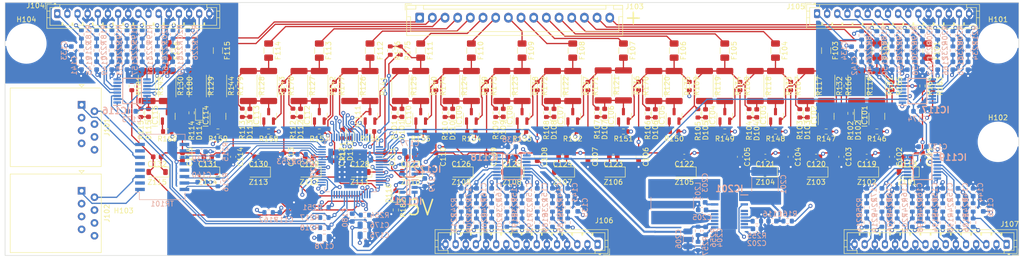
<source format=kicad_pcb>
(kicad_pcb (version 20240108) (generator "pcbnew") (generator_version "8.0")
  (layers (0 "F.Cu" signal) (1 "In1.Cu" signal) (2 "In2.Cu" signal) (31 "B.Cu" signal) (34 "B.Paste" user) (35 "F.Paste" user) (36 "B.SilkS" user "B.Silkscreen") (37 "F.SilkS" user "F.Silkscreen") (38 "B.Mask" user) (39 "F.Mask" user) (44 "Edge.Cuts" user))
  (net 0 "")
  (net 1 "C17")
  (net 2 "Cell0-")
  (net 3 "C16")
  (net 4 "C15")
  (net 5 "C14")
  (net 6 "C13")
  (net 7 "C11")
  (net 8 "C10")
  (net 9 "C9")
  (net 10 "C8")
  (net 11 "C7")
  (net 12 "C5")
  (net 13 "C4")
  (net 14 "C3")
  (net 15 "C2")
  (net 16 "C1")
  (net 17 "/Power/VIN")
  (net 18 "V+")
  (net 19 "C0")
  (net 20 "VREG")
  (net 21 "GPIO1")
  (net 22 "VREF2")
  (net 23 "T0")
  (net 24 "T1")
  (net 25 "T2")
  (net 26 "T3")
  (net 27 "T4")
  (net 28 "T5")
  (net 29 "T6")
  (net 30 "T7")
  (net 31 "T8")
  (net 32 "T9")
  (net 33 "T10")
  (net 34 "T11")
  (net 35 "T12")
  (net 36 "T13")
  (net 37 "T14")
  (net 38 "T15")
  (net 39 "T16")
  (net 40 "T24")
  (net 41 "T17")
  (net 42 "T25")
  (net 43 "T18")
  (net 44 "T26")
  (net 45 "T19")
  (net 46 "T27")
  (net 47 "T20")
  (net 48 "T28")
  (net 49 "T21")
  (net 50 "T29")
  (net 51 "T22")
  (net 52 "T30")
  (net 53 "T23")
  (net 54 "T31")
  (net 55 "Net-(D101-K)")
  (net 56 "Cell14+")
  (net 57 "Net-(D102-A)")
  (net 58 "Cell13+")
  (net 59 "Net-(D102-K)")
  (net 60 "Cell12+")
  (net 61 "Net-(D103-K)")
  (net 62 "Cell11+")
  (net 63 "Net-(D103-A)")
  (net 64 "Cell10+")
  (net 65 "Net-(D104-A)")
  (net 66 "Cell9+")
  (net 67 "Net-(D104-K)")
  (net 68 "Cell8+")
  (net 69 "Net-(D105-A)")
  (net 70 "Cell7+")
  (net 71 "Net-(D105-K)")
  (net 72 "Cell6+")
  (net 73 "Net-(D106-K)")
  (net 74 "Cell5+")
  (net 75 "Net-(D106-A)")
  (net 76 "Cell4+")
  (net 77 "Net-(D107-K)")
  (net 78 "Cell3+")
  (net 79 "Net-(D107-A)")
  (net 80 "Cell2+")
  (net 81 "Net-(D108-K)")
  (net 82 "Cell1+")
  (net 83 "Net-(D108-A)")
  (net 84 "Cell0+")
  (net 85 "Net-(D109-A)")
  (net 86 "C18")
  (net 87 "S17")
  (net 88 "S16")
  (net 89 "S15")
  (net 90 "S14")
  (net 91 "S13")
  (net 92 "C12")
  (net 93 "Net-(D109-K)")
  (net 94 "S11")
  (net 95 "S10")
  (net 96 "S9")
  (net 97 "S8")
  (net 98 "S7")
  (net 99 "C6")
  (net 100 "S5")
  (net 101 "S4")
  (net 102 "S3")
  (net 103 "S2")
  (net 104 "S1")
  (net 105 "GPIO4")
  (net 106 "GPIO5")
  (net 107 "DRIVE")
  (net 108 "IBIAS")
  (net 109 "ICMP")
  (net 110 "IN_N1")
  (net 111 "IN_P1")
  (net 112 "OUT_N1")
  (net 113 "OUT_P1")
  (net 114 "Net-(D110-K)")
  (net 115 "Net-(D110-A)")
  (net 116 "Net-(D111-K)")
  (net 117 "Net-(D111-A)")
  (net 118 "Net-(D112-A)")
  (net 119 "Net-(D112-K)")
  (net 120 "Net-(D113-A)")
  (net 121 "Net-(D113-K)")
  (net 122 "Net-(D114-K)")
  (net 123 "Net-(D114-A)")
  (net 124 "Net-(D115-A)")
  (net 125 "Net-(D115-K)")
  (net 126 "AMP_IN+")
  (net 127 "Net-(J103-Pin_10)")
  (net 128 "Net-(J103-Pin_2)")
  (net 129 "Net-(J103-Pin_14)")
  (net 130 "Net-(J103-Pin_8)")
  (net 131 "Net-(J103-Pin_12)")
  (net 132 "Net-(J103-Pin_16)")
  (net 133 "Net-(J103-Pin_6)")
  (net 134 "Net-(J103-Pin_4)")
  (net 135 "Net-(TR101-C_RX)")
  (net 136 "Net-(TR101-C_TX)")
  (net 137 "Net-(IC120-VREF1)")
  (net 138 "Net-(IC120-VREF2)")
  (net 139 "Net-(IC201-TR{slash}SS)")
  (net 140 "Net-(IC201-BST)")
  (net 141 "Net-(IC201-SW)")
  (net 142 "Net-(IC201-FB)")
  (net 143 "Net-(IC201-INTVCC)")
  (net 144 "Net-(D101-A)")
  (net 145 "Net-(D116-K)")
  (net 146 "Net-(J103-Pin_15)")
  (net 147 "Net-(J103-Pin_13)")
  (net 148 "Net-(J103-Pin_11)")
  (net 149 "Net-(J103-Pin_9)")
  (net 150 "Net-(J103-Pin_7)")
  (net 151 "Net-(J103-Pin_5)")
  (net 152 "Net-(J103-Pin_3)")
  (net 153 "Net-(J103-Pin_1)")
  (net 154 "Net-(IC101-G)")
  (net 155 "Net-(IC102-G)")
  (net 156 "Net-(IC103-G)")
  (net 157 "Net-(IC104-G)")
  (net 158 "Net-(IC105-G)")
  (net 159 "Net-(IC106-G)")
  (net 160 "Net-(IC107-G)")
  (net 161 "Net-(IC108-G)")
  (net 162 "Net-(IC109-G)")
  (net 163 "Net-(IC110-G)")
  (net 164 "Net-(IC111-G)")
  (net 165 "Net-(IC112-G)")
  (net 166 "Net-(IC113-G)")
  (net 167 "Net-(IC114-G)")
  (net 168 "Net-(IC115-G)")
  (net 173 "Net-(IC120-WDT)")
  (net 181 "Net-(IC122--IN)")
  (net 185 "Net-(IC201-IND)")
  (net 188 "Net-(IC201-RT)")
  (net 191 "Net-(TR101-RD-)")
  (net 195 "Net-(TR101-RD+)")
  (net 199 "Net-(TR101-TD+)")
  (net 202 "Net-(TR101-TD-)")
  (net 207 "Net-(J104-Pin_7)")
  (net 208 "Net-(J104-Pin_1)")
  (net 209 "Net-(J104-Pin_9)")
  (net 210 "Net-(J104-Pin_3)")
  (net 211 "Net-(J104-Pin_15)")
  (net 212 "Net-(J104-Pin_11)")
  (net 213 "Net-(J104-Pin_5)")
  (net 214 "Net-(J104-Pin_13)")
  (net 215 "Net-(J105-Pin_13)")
  (net 216 "Net-(J105-Pin_5)")
  (net 217 "Net-(J105-Pin_1)")
  (net 218 "Net-(J105-Pin_7)")
  (net 219 "Net-(J105-Pin_9)")
  (net 220 "Net-(J105-Pin_3)")
  (net 221 "Net-(J105-Pin_11)")
  (net 222 "Net-(J105-Pin_15)")
  (net 223 "Net-(J106-Pin_5)")
  (net 224 "Net-(J106-Pin_11)")
  (net 225 "Net-(J106-Pin_15)")
  (net 226 "Net-(J106-Pin_1)")
  (net 227 "Net-(J106-Pin_13)")
  (net 228 "Net-(J106-Pin_9)")
  (net 229 "Net-(J106-Pin_7)")
  (net 230 "Net-(J106-Pin_3)")
  (net 231 "Net-(J107-Pin_3)")
  (net 232 "Net-(J107-Pin_13)")
  (net 233 "Net-(J107-Pin_5)")
  (net 234 "Net-(J107-Pin_9)")
  (net 235 "Net-(J107-Pin_1)")
  (net 236 "Net-(J107-Pin_7)")
  (net 237 "Net-(J107-Pin_11)")
  (net 238 "Net-(J107-Pin_15)")
  (footprint "Resistor_SMD:R_0603_1608Metric" (layer "F.Cu") (at 98 101 180)
    (property "Reference" "R158")
    (property "Value" "3.3k")
  )
  (footprint "Connector_RJ:RJ45_Amphenol_54602-x08_Horizontal" (layer "F.Cu") (at 61.1 95.7175 -90)
    (property "Reference" "J101")
    (property "Value" "RJ45")
  )
  (footprint "Resistor_SMD:R_0603_1608Metric" (layer "F.Cu") (at 208 101 180)
    (property "Reference" "R147")
    (property "Value" "3.3k")
  )
  (footprint "Resistor_SMD:R_2512_6332Metric" (layer "F.Cu") (at 87.999998 92 -90)
    (property "Reference" "R144")
    (property "Value" "130")
  )
  (footprint "Capacitor_SMD:C_0603_1608Metric" (layer "F.Cu") (at 224 106 180)
    (property "Reference" "C118")
    (property "Value" "10n")
  )
  (footprint "Fuse:Fuse_1206_3216Metric" (layer "F.Cu") (at 118 85 -90)
    (property "Reference" "F112")
    (property "Value" "0466.250NR")
  )
  (footprint "Resistor_SMD:R_0603_1608Metric" (layer "F.Cu") (at 158 101 180)
    (property "Reference" "R152")
    (property "Value" "3.3k")
  )
  (footprint "Fuse:Fuse_1206_3216Metric" (layer "F.Cu") (at 98 85 -90)
    (property "Reference" "F114")
    (property "Value" "0466.250NR")
  )
  (footprint "MountingHole:MountingHole_4.3mm_M4_DIN965" (layer "F.Cu") (at 241.9 83.6)
    (property "Reference" "H101")
    (property "Value" "MountingHole")
  )
  (footprint "Resistor_SMD:R_0603_1608Metric" (layer "F.Cu") (at 82.8 97.3 90)
    (property "Reference" "R114")
    (property "Value" "510")
  )
  (footprint "Fuse:Fuse_1206_3216Metric" (layer "F.Cu") (at 138 85.000001 -90)
    (property "Reference" "F110")
    (property "Value" "0466.250NR")
  )
  (footprint "Connector_RJ:RJ45_Amphenol_54602-x08_Horizontal" (layer "F.Cu") (at 61.1 112.7175 -90)
    (property "Reference" "J102")
    (property "Value" "RJ45")
  )
  (footprint "Diode_SMD:D_SOD-123" (layer "F.Cu") (at 156 109 180)
    (property "Reference" "Z107")
    (property "Value" "MMSZ4692T1G")
  )
  (footprint "Capacitor_SMD:C_0603_1608Metric" (layer "F.Cu") (at 151 106 -90)
    (property "Reference" "C108")
    (property "Value" "10n")
  )
  (footprint "Diode_SMD:D_SOD-123" (layer "F.Cu") (at 76 109 180)
    (property "Reference" "Z115")
    (property "Value" "MMSZ4692T1G")
  )
  (footprint "Resistor_SMD:R_0603_1608Metric" (layer "F.Cu") (at 71 92 -90)
    (property "Reference" "R181")
    (property "Value" "100")
  )
  (footprint "Resistor_SMD:R_0603_1608Metric" (layer "F.Cu") (at 81 92 -90)
    (property "Reference" "R180")
    (property "Value" "100")
  )
  (footprint "Diode_SMD:D_SOD-123" (layer "F.Cu") (at 216 109 180)
    (property "Reference" "Z102")
    (property "Value" "MMSZ4692T1G")
  )
  (footprint "Capacitor_SMD:C_0603_1608Metric" (layer "F.Cu") (at 91 106 -90)
    (property "Reference" "C114")
    (property "Value" "10n")
  )
  (footprint "Package_TO_SOT_SMD:SOT-23" (layer "F.Cu") (at 198 98 90)
    (property "Reference" "IC103")
    (property "Value" "NX2301P,215")
  )
  (footprint "Resistor_SMD:R_2512_6332Metric" (layer "F.Cu") (at 178 92 -90)
    (property "Reference" "R135")
    (property "Value" "130")
  )
  (footprint "Diode_SMD:D_SOD-123" (layer "F.Cu") (at 206 109 180)
    (property "Reference" "Z103")
    (property "Value" "MMSZ4692T1G")
  )
  (footprint "Diode_SMD:D_SOD-123" (layer "F.Cu") (at 166 109 180)
    (property "Reference" "Z106")
    (property "Value" "MMSZ4692T1G")
  )
  (footprint "Capacitor_SMD:C_0603_1608Metric" (layer "F.Cu") (at 96 106 180)
    (property "Reference" "C130")
    (property "Value" "10n")
  )
  (footprint "Resistor_SMD:R_0603_1608Metric" (layer "F.Cu") (at 141 92 -90)
    (property "Reference" "R173")
    (property "Value" "100")
  )
  (footprint "Resistor_SMD:R_0603_1608Metric" (layer "F.Cu") (at 131 92 -90)
    (property "Reference" "R174")
    (property "Value" "100")
  )
  (footprint "Capacitor_SMD:C_0603_1608Metric" (layer "F.Cu") (at 126 106 180)
    (property "Reference" "C127")
    (property "Value" "10n")
  )
  (footprint "Diode_SMD:D_SOD-123" (layer "F.Cu") (at 126 109 180)
    (property "Reference" "Z110")
    (property "Value" "MMSZ4692T1G")
  )
  (footprint "Resistor_SMD:R_0603_1608Metric" (layer "F.Cu") (at 132.8 97.3 90)
    (property "Reference" "R110")
    (property "Value" "510")
  )
  (footprint "LED_SMD:LED_0603_1608Metric" (layer "F.Cu") (at 204.3 97.4 90)
    (property "Reference" "D103")
    (property "Value" "RED")
  )
  (footprint "Fuse:Fuse_1206_3216Metric" (layer "F.Cu") (at 228 84.999999 -90)
    (property "Reference" "F101")
    (property "Value" "0466.250NR")
  )
  (footprint "Resistor_SMD:R_0603_1608Metric" (layer "F.Cu") (at 138 101 180)
    (property "Reference" "R154")
    (property "Value" "3.3k")
  )
  (footprint "Capacitor_SMD:C_0603_1608Metric" (layer "F.Cu") (at 161 106 -90)
    (property "Reference" "C107")
    (property "Value" "10n")
  )
  (footprint "Resistor_SMD:R_0603_1608Metric" (layer "F.Cu") (at 91 92 -90)
    (property "Reference" "R179")
    (property "Value" "100")
  )
  (footprint "Fuse:Fuse_1206_3216Metric" (layer "F.Cu") (at 218 84.999999 -90)
    (property "Reference" "F102")
    (property "Value" "0466.250NR")
  )
  (footprint "LED_SMD:LED_0603_1608Metric" (layer "F.Cu") (at 114.1 101.5 90)
    (property "Reference" "D111")
    (property "Value" "RED")
  )
  (footprint "Resistor_SMD:R_2512_6332Metric" (layer "F.Cu") (at 184 92 -90)
    (property "Reference" "R119")
    (property "Value" "130")
  )
  (footprint "Resistor_SMD:R_0603_1608Metric" (layer "F.Cu") (at 118 101 180)
    (property "Reference" "R156")
    (property "Value" "3.3k")
  )
  (footprint "LED_SMD:LED_0603_1608Metric" (layer "F.Cu") (at 194.3 97.4 90)
    (property "Reference" "D104")
    (property "Value" "RED")
  )
  (footprint "Resistor_SMD:R_0603_1608Metric" (layer "F.Cu") (at 202.8 97.4 90)
    (property "Reference" "R103")
    (property "Value" "510")
  )
  (footprint "Fuse:Fuse_1206_3216Metric" (layer "F.Cu") (at 148 85 -90)
    (property "Reference" "F109")
    (property "Value" "0466.250NR")
  )
  (footprint "Resistor_SMD:R_0603_1608Metric" (layer "F.Cu") (at 171 92 -90)
    (property "Reference" "R170")
    (property "Value" "100")
  )
  (footprint "Resistor_SMD:R_2512_6332Metric" (layer "F.Cu") (at 204 92 -90)
    (property "Reference" "R117")
    (property "Value" "130")
  )
  (footprint "Capacitor_SMD:C_0603_1608Metric" (layer "F.Cu") (at 191 106 -90)
    (property "Reference" "C105")
    (property "Value" "10n")
  )
  (footprint "Resistor_SMD:R_0603_1608Metric" (layer "F.Cu") (at 123.1 116.5 -90)
    (property "Reference" "R182")
    (property "Value" "1k")
  )
  (footprint "LED_SMD:LED_0603_1608Metric" (layer "F.Cu") (at 84.3 97.3 90)
    (property "Reference" "D114")
    (property "Value" "RED")
  )
  (footprint "Resistor_SMD:R_0603_1608Metric" (layer "F.Cu") (at 201 92 -90)
    (property "Reference" "R167")
    (property "Value" "100")
  )
  (footprint "Fuse:Fuse_1206_3216Metric" (layer "F.Cu") (at 178 85 -90)
    (property "Reference" "F106")
    (property "Value" "0466.250NR")
  )
  (footprint "MountingHole:MountingHole_4.3mm_M4_DIN965" (layer "F.Cu") (at 69.4 121.4)
    (property "Reference" "H103")
    (property "Value" "MountingHole")
  )
  (footprint "Resistor_SMD:R_0603_1608Metric" (layer "F.Cu") (at 108 101 180)
    (property "Reference" "R157")
    (property "Value" "3.3k")
  )
  (footprint "Capacitor_SMD:C_0603_1608Metric" (layer "F.Cu") (at 116 106 180)
    (property "Reference" "C128")
    (property "Value" "10n")
  )
  (footprint "Package_TO_SOT_SMD:SOT-23" (layer "F.Cu") (at 128 98 90)
    (property "Reference" "IC110")
    (property "Value" "NX2301P,215")
  )
  (footprint "Resistor_SMD:R_2512_6332Metric" (layer "F.Cu") (at 167.999998 91.886864 -90)
    (property "Reference" "R136")
    (property "Value" "130")
  )
  (footprint "Capacitor_SMD:C_0603_1608Metric" (layer "F.Cu") (at 106 106 180)
    (property "Reference" "C129")
    (property "Value" "10n")
  )
  (footprint "Resistor_SMD:R_2512_6332Metric" (layer "F.Cu") (at 103.999998 92 -90)
    (property "Reference" "R127")
    (property "Value" "130")
  )
  (footprint "LED_SMD:LED_0603_1608Metric" (layer "F.Cu") (at 74.3 97.3 90)
    (property "Reference" "D115")
    (property "Value" "RED")
  )
  (footprint "Resistor_SMD:R_0603_1608Metric" (layer "F.Cu") (at 88 101 180)
    (property "Reference" "R159")
    (property "Value" "3.3k")
  )
  (footprint "Package_TO_SOT_SMD:SOT-23" (layer "F.Cu") (at 98 98 90)
    (property "Reference" "IC113")
    (property "Value" "NX2301P,215")
  )
  (footprint "LED_SMD:LED_0603_1608Metric" (layer "F.Cu") (at 134.3 97.3 90)
    (property "Reference" "D110")
    (property "Value" "RED")
  )
  (footprint "Resistor_SMD:R_0603_1608Metric" (layer "F.Cu") (at 229 92 -90)
    (property "Reference" "R163")
    (property "Value" "100")
  )
  (footprint "Resistor_SMD:R_0603_1608Metric" (layer "F.Cu") (at 102.8 97.3 90)
    (property "Reference" "R112")
    (property "Value" "510")
  )
  (footprint "Resistor_SMD:R_0603_1608Metric" (layer "F.Cu") (at 72.8 97.3 90)
    (property "Reference" "R115")
    (property "Value" "510")
  )
  (footprint "Resistor_SMD:R_2512_6332Metric" (layer "F.Cu") (at 218 92 -90)
    (property "Reference" "R131")
    (property "Value" "130")
  )
  (footprint "LED_SMD:LED_0603_1608Metric" (layer "F.Cu") (at 174.3 97.4 90)
    (property "Reference" "D106")
    (property "Value" "RED")
  )
  (footprint "Resistor_SMD:R_2512_6332Metric" (layer "F.Cu") (at 198 92 -90)
    (property "Reference" "R133")
    (property "Value" "130")
  )
  (footprint "Resistor_SMD:R_0603_1608Metric" (layer "F.Cu") (at 111 92 -90)
    (property "Reference" "R177")
    (property "Value" "100")
  )
  (footprint "Resistor_SMD:R_0603_1608Metric" (layer "F.Cu") (at 182.7 97.4 90)
    (property "Reference" "R105")
    (property "Value" "510")
  )
  (footprint "LED_SMD:LED_0603_1608Metric" (layer "F.Cu") (at 154.3 97.3 90)
    (property "Reference" "D108")
    (property "Value" "RED")
  )
  (footprint "MountingHole:MountingHole_4.3mm_M4_DIN965" (layer "F.Cu") (at 241.9 103)
    (property "Reference" "H102")
    (property "Value" "MountingHole")
  )
  (footprint "Resistor_SMD:R_2512_6332Metric" (layer "F.Cu") (at 93.999998 92 -90)
    (property "Reference" "R128")
    (property "Value" "130")
  )
  (footprint "Capacitor_SMD:C_0603_1608Metric" (layer "F.Cu") (at 111 106 -90)
    (property "Reference" "C112")
    (property "Value" "10n")
  )
  (footprint "Fuse:Fuse_1206_3216Metric" (layer "F.Cu") (at 128 85.000001 -90)
    (property "Reference" "F111")
    (property "Value" "0466.250NR")
  )
  (footprint "Resistor_SMD:R_2512_6332Metric" (layer "F.Cu") (at 138 92 -90)
    (property "Reference" "R139")
    (property "Value" "130")
  )
  (footprint "Capacitor_SMD:C_0603_1608Metric" (layer "F.Cu") (at 86 106 180)
    (property "Reference" "C131")
    (property "Value" "10n")
  )
  (footprint "Resistor_SMD:R_2512_6332Metric" (layer "F.Cu") (at 214 92 -90)
    (property "Reference" "R116")
    (property "Value" "130")
  )
  (footprint "Resistor_SMD:R_2512_6332Metric" (layer "F.Cu") (at 148 92 -90)
    (property "Reference" "R138")
    (property "Value" "130")
  )
  (footprint "Resistor_SMD:R_2512_6332Metric" (layer "F.Cu") (at 164 91.886864 -90)
    (property "Reference" "R121")
    (property "Value" "130")
  )
  (footprint "Capacitor_SMD:C_0603_1608Metric" (layer "F.Cu") (at 216 106 180)
    (property "Reference" "C119")
    (property "Value" "10n")
  )
  (footprint "Resistor_SMD:R_0603_1608Metric" (layer "F.Cu") (at 168 101 180)
    (property "Reference" "R151")
    (property "Value" "3.3k")
  )
  (footprint "Resistor_SMD:R_0603_1608Metric" (layer "F.Cu") (at 152.8 97.3 90)
    (property "Reference" "R108")
    (property "Value" "510")
  )
  (footprint "Resistor_SMD:R_0603_1608Metric" (layer "F.Cu") (at 212.8 97.4 90)
    (property "Reference" "R102")
    (property "Value" "510")
  )
  (footprint "Resistor_SMD:R_2512_6332Metric" (layer "F.Cu") (at 83.999998 92 -90)
    (property "Reference" "R129")
    (property "Value" "130")
  )
  (footprint "Resistor_SMD:R_2512_6332Metric" (layer "F.Cu") (at 144 92 -90)
    (property "Reference" "R123")
    (property "Value" "130")
  )
  (footprint "Resistor_SMD:R_0603_1608Metric" (layer "F.Cu") (at 142.8 97.3 90)
    (property "Reference" "R109")
    (property "Value" "510")
  )
  (footprint "Resistor_SMD:R_0603_1608Metric" (layer "F.Cu") (at 151 92 -90)
    (property "Reference" "R172")
    (property "Value" "100")
  )
  (footprint "Package_TO_SOT_SMD:SOT-23" (layer "F.Cu") (at 168 98 90)
    (property "Reference" "IC106")
    (property "Value" "NX2301P,215")
  )
  (footprint "Diode_SMD:D_SOD-123" (layer "F.Cu") (at 106 109 180)
    (property "Reference" "Z112")
    (property "Value" "MMSZ4692T1G")
  )
  (footprint "Resistor_SMD:R_2512_6332Metric" (layer "F.Cu") (at 107.999998 92 -90)
    (property "Reference" "R142")
    (property "Value" "130")
  )
  (footprint "Resistor_SMD:R_0603_1608Metric" (layer "F.Cu") (at 162.8 97.3 90)
    (property "Reference" "R107")
    (property "Value" "510")
  )
  (footprint "Resistor_SMD:R_0603_1608Metric" (layer "F.Cu") (at 112.6 101.5 90)
    (property "Reference" "R111")
    (property "Value" "510")
  )
  (footprint "Capacitor_SMD:C_0603_1608Metric" (layer "F.Cu") (at 211 106 -90)
    (property "Reference" "C103")
    (property "Value" "10n")
  )
  (footprint "Resistor_SMD:R_2512_6332Metric" (layer "F.Cu") (at 158 92 -90)
    (property "Reference" "R137")
    (property "Value" "130")
  )
  (footprint "Package_TO_SOT_SMD:SOT-23" (layer "F.Cu") (at 208 98 90)
    (property "Reference" "IC102")
    (property "Value" "NX2301P,215")
  )
  (footprint "Resistor_SMD:R_2512_6332Metric" (layer "F.Cu") (at 77.999998 92 -90)
    (property "Reference" "R130")
    (property "Value" "130")
  )
  (footprint "Capacitor_SMD:C_0603_1608Metric" (layer "F.Cu") (at 101 106 -90)
    (property "Reference" "C113")
    (property "Value" "10n")
  )
  (footprint "Diode_SMD:D_SOD-123" (layer "F.Cu") (at 224 109 180)
    (property "Reference" "Z101")
    (property "Value" "MMSZ4692T1G")
  )
  (footprint "Capacitor_SMD:C_0603_1608Metric" (layer "F.Cu") (at 146 106 180)
    (property "Reference" "C125")
    (property "Value" "10n")
  )
  (footprint "Capacitor_SMD:C_0603_1608Metric" (layer "F.Cu") (at 166 106 180)
    (property "Reference" "C123")
    (property "Value" "10n")
  )
  (footprint "LED_SMD:LED_0603_1608Metric" (layer "F.Cu") (at 164.3 97.3 90)
    (property "Reference" "D107")
    (property "Value" "RED")
  )
  (footprint "Package_TO_SOT_SMD:SOT-23" (layer "F.Cu") (at 188 98 90)
    (property "Reference" "IC104")
    (property "Value" "NX2301P,215")
  )
  (footprint "Resistor_SMD:R_2512_6332Metric" (layer "F.Cu") (at 97.999998 92 -90)
    (property "Reference" "R143")
    (property "Value" "130")
  )
  (footprint "Fuse:Fuse_1206_3216Metric" (layer "F.Cu") (at 188 85 -90)
    (property "Reference" "F105")
    (property "Value" "0466.250NR")
  )
  (footprint "Capacitor_SMD:C_0603_1608Metric" (layer "F.Cu") (at 180 106 180)
    (property "Reference" "C122")
    (property "Value" "10n")
  )
  (footprint "Resistor_SMD:R_0603_1608Metric" (layer "F.Cu") (at 161 92 -90)
    (property "Reference" "R171")
    (property "Value" "100")
  )
  (footprint "Resistor_SMD:R_0603_1608Metric" (layer "F.Cu") (at 124 85 -90)
    (property "Reference" "R175")
    (property "Value" "100")
  )
  (footprint "Fuse:Fuse_1206_3216Metric" (layer "F.Cu") (at 88 85 -90)
    (property "Reference" "F115")
    (property "Value" "0466.250NR")
  )
  (footprint "Resistor_SMD:R_2512_6332Metric" (layer "F.Cu") (at 124 92 -90)
    (property "Reference" "R125")
    (property "Value" "130")
  )
  (footprint "Resistor_SMD:R_2512_6332Metric" (layer "F.Cu") (at 208 92 -90)
    (property "Reference" "R132")
    (property "Value" "130")
  )
  (footprint "Capacitor_SMD:C_0603_1608Metric" (layer "F.Cu") (at 136 106 180)
    (property "Reference" "C126")
    (property "Value" "10n")
  )
  (footprint "Resistor_SMD:R_0603_1608Metric" (layer "F.Cu") (at 218 101 180)
    (property "Reference" "R146")
    (property "Value" "3.3k")
  )
  (footprint "Capacitor_SMD:C_0603_1608Metric" (layer "F.Cu") (at 81 106 -90)
    (property "Reference" "C115")
    (property "Value" "10n")
  )
  (footprint "LED_SMD:LED_0603_1608Metric" (layer "F.Cu") (at 123.1 113.5 90)
    (property "Reference" "D116")
    (property "Value" "RED")
  )
  (footprint "Resistor_SMD:R_0603_1608Metric" (layer "F.Cu") (at 101 92 -90)
    (property "Reference" "R178")
    (property "Value" "100")
  )
  (footprint "LED_SMD:LED_0603_1608Metric" (layer "F.Cu") (at 104.3 97.3 90)
    (property "Reference" "D112")
    (property "Value" "RED")
  )
  (footprint "Capacitor_SMD:C_0603_1608Metric" (layer "F.Cu") (at 171 106 -90)
    (property "Reference" "C106")
    (property "Value" "10n")
  )
  (footprint "Diode_SMD:D_SOD-123" (layer "F.Cu") (at 116 109 180)
    (property "Reference" "Z111")
    (property "Value" "MMSZ4692T1G")
  )
  (footprint "Capacitor_SMD:C_0603_1608Metric" (layer "F.Cu") (at 196 106 180)
    (property "Reference" "C121")
    (property "Value" "10n")
  )
  (footprint "Fuse:Fuse_1206_3216Metric" (layer "F.Cu") (at 208 84.999999 -90)
    (property "Reference" "F103")
    (property "Value" "0466.250NR")
  )
  (footprint "Fuse:Fuse_1206_3216Metric" (layer "F.Cu") (at 108 85 -90)
    (property "Reference" "F113")
    (property "Value" "0466.250NR")
  )
  (footprint "Resistor_SMD:R_2512_6332Metric" (layer "F.Cu") (at 154 92 -90)
    (property "Reference" "R122")
    (property "Value" "130")
  )
  (footprint "Fuse:Fuse_1206_3216Metric" (layer "F.Cu") (at 198 85 -90)
    (property "Reference" "F104")
    (property "Value" "0466.250NR")
  )
  (footprint "Diode_SMD:D_SOD-123" (layer "F.Cu") (at 146 109 180)
    (property "Reference" "Z108")
    (property "Value" "MMSZ4692T1G")
  )
  (footprint "Diode_SMD:D_SOD-123" (layer "F.Cu") (at 180 109 180)
    (property "Reference" "Z105")
    (property "Value" "MMSZ4692T1G")
  )
  (footprint "Capacitor_SMD:C_0603_1608Metric" (layer "F.Cu") (at 201 106 -90)
    (property "Reference" "C104")
    (property "Value" "10n")
  )
  (footprint "Capacitor_SMD:C_0603_1608Metric" (layer "F.Cu") (at 221 106 -90)
    (property "Reference" "C102")
    (property "Value" "10n")
  )
  (footprint "Resistor_SMD:R_0603_1608Metric" (layer "F.Cu") (at 178 101 180)
    (property "Reference" "R150")
    (property "Value" "3.3k")
  )
  (footprint "Package_TO_SOT_SMD:SOT-23" (layer "F.Cu") (at 148 98 90)
    (property "Reference" "IC108")
    (property "Value" "NX2301P,215")
  )
  (footprint "Resistor_SMD:R_0603_1608Metric" (layer "F.Cu") (at 191 92 -90)
    (property "Reference" "R168")
    (property "Value" "100")
  )
  (footprint "Resistor_SMD:R_2512_6332Metric" (layer "F.Cu") (at 114 92 -90)
    (property "Reference" "R126")
    (property "Value" "130")
  )
  (footprint "Resistor_SMD:R_2512_6332Metric" (layer "F.Cu") (at 74 92 -90)
    (property "Reference" "R145")
    (property "Value" "130")
  )
  (footprint "Package_TO_SOT_SMD:SOT-23" (layer "F.Cu") (at 78 98 90)
    (property "Reference" "IC115")
    (property "Value" "NX2301P,215")
  )
  (footprint "Resistor_SMD:R_2512_6332Metric" (layer "F.Cu") (at 174 92 -90)
    (property "Reference" "R120")
    (property "Value" "130")
  )
  (footprint "Capacitor_SMD:C_0603_1608Metric" (layer "F.Cu") (at 131 106 -90)
    (property "Reference" "C110")
    (property "Value" "10n")
  )
  (footprint "Resistor_SMD:R_0603_1608Metric" (layer "F.Cu") (at 128 101 180)
    (property "Reference" "R155")
    (property "Value" "3.3k")
  )
  (footprint "Package_TO_SOT_SMD:SOT-23" (layer "F.Cu") (at 88 98 90)
    (property "Reference" "IC114")
    (property "Value" "NX2301P,215")
  )
  (footprint "Diode_SMD:D_SOD-123" (layer "F.Cu") (at 86 109 180)
    (property "Reference" "Z114")
    (property "Value" "MMSZ4692T1G")
  )
  (footprint "MountingHole:MountingHole_4.3mm_M4_DIN965" (layer "F.Cu") (at 50.2 83.6)
    (property "Reference" "H104")
    (property "Value" "MountingHole")
  )
  (footprint "Package_TO_SOT_SMD:SOT-23" (layer "F.Cu") (at 178 98 90)
    (property "Reference" "IC105")
    (property "Value" "NX2301P,215")
  )
  (footprint "Resistor_SMD:R_0603_1608Metric" (layer "F.Cu") (at 92.8 97.3 90)
    (property "Reference" "R113")
    (property "Value" "510")
  )
  (footprint "Resistor_SMD:R_0603_1608Metric" (layer "F.Cu") (at 172.8 97.4 90)
    (property "Reference" "R106")
    (property "Value" "510")
  )
  (footprint "Package_TO_SOT_SMD:SOT-23" (layer "F.Cu") (at 138 98 90)
    (property "Reference" "IC109")
    (property "Value" "NX2301P,215")
  )
  (footprint "Connector_JST:JST_XH_B16B-XH-A_1x16_P2.50mm_Vertical" (layer "F.Cu") (at 127.8 78.5)
    (property "Reference" "J103")
    (property "Value" "Conn_01x16")
  )
  (footprint "Diode_SMD:D_SOD-123" (layer "F.Cu") (at 196 109 180)
    (property "Reference" "Z104")
    (property "Value" "MMSZ4692T1G")
  )
  (footprint "Capacitor_SMD:C_0603_1608Metric" (layer "F.Cu") (at 141 106 -90)
    (property "Reference" "C109")
    (property "Value" "10n")
  )
  (footprint "Connector_JST:JST_PH_B16B-PH-K_1x16_P2.00mm_Vertical" (layer "F.Cu") (at 243.6 123.3 180)
    (property "Reference" "J107")
    (property "Value" "Conn_01x16")
  )
  (footprint "Capacitor_SMD:C_0603_1608Metric" (layer "F.Cu") (at 121 106 -90)
    (property "Reference" "C111")
    (property "Value" "10n")
  )
  (footprint "Resistor_SMD:R_2512_6332Metric" (layer "F.Cu") (at 134 92 -90)
    (property "Reference" "R124")
    (property "Value" "130")
  )
  (footprint "Diode_SMD:D_SOD-123" (layer "F.Cu") (at 96 109 180)
    (property "Reference" "Z113")
    (property "Value" "MMSZ4692T1G")
  )
  (footprint "Resistor_SMD:R_2512_6332Metric" (layer "F.Cu") (at 194 92 -90)
    (property "Reference" "R118")
    (property "Value" "130")
  )
  (footprint "Resistor_SMD:R_0603_1608Metric" (layer "F.Cu") (at 198 101 180)
    (property "Reference" "R148")
    (property "Value" "3.3k")
  )
  (footprint "Capacitor_SMD:C_0603_1608Metric" (layer "F.Cu") (at 156 106 180)
    (property "Reference" "C124")
    (property "Value" "10n")
  )
  (footprint "Resistor_SMD:R_0603_1608Metric" (layer "F.Cu") (at 221 92 -90)
    (property "Reference" "R165")
    (property "Value" "100")
  )
  (footprint "Resistor_SMD:R_0603_1608Metric" (layer "F.Cu") (at 192.8 97.3875 90)
    (property "Reference" "R104")
    (property "Value" "510")
  )
  (footprint "Fuse:Fuse_1206_3216Metric" (layer "F.Cu") (at 78 85 -90)
    (property "Reference" "F116")
    (property "Value" "0466.250NR")
  )
  (footprint "Resistor_SMD:R_2512_6332Metric" (layer "F.Cu") (at 128 92 -90)
    (property "Reference" "R140")
    (property "Value" "130")
  )
  (footprint "Package_TO_SOT_SMD:SOT-23" (layer "F.Cu") (at 158 98 90)
    (property "Reference" "IC107")
    (property "Value" "NX2301P,215")
  )
  (footprint "Resistor_SMD:R_2512_6332Metric" (layer "F.Cu") (at 188 92 -90)
    (property "Reference" "R134")
    (property "Value" "130")
  )
  (footprint "Capacitor_SMD:C_0603_1608Metric" (layer "F.Cu") (at 76 106 180)
    (property "Reference" "C132")
    (property "Value" "10n")
  )
  (footprint "Package_TO_SOT_SMD:SOT-23" (layer "F.Cu") (at 218 98 90)
    (property "Reference" "IC101")
    (property "Value" "NX2301P,215")
  )
  (footprint "LED_SMD:LED_0603_1608Metric" (layer "F.Cu") (at 184.2 97.4 90)
    (property "Reference" "D105")
    (property "Value" "RED")
  )
  (footprint "Fuse:Fuse_1206_3216Metric" (layer "F.Cu") (at 158 85 -90)
    (property "Reference" "F108")
    (property "Value" "0466.250NR")
  )
  (footprint "LED_SMD:LED_0603_1608Metric" (layer "F.Cu") (at 94.3 97.3 90)
    (property "Reference" "D113")
    (property "Value" "RED")
  )
  (footprint "Resistor_SMD:R_0603_1608Metric" (layer "F.Cu") (at 122 85 -90)
    (property "Reference" "R176")
    (property "Value" "100")
  )
  (footprint "Resistor_SMD:R_0603_1608Metric" (layer "F.Cu") (at 78 101 180)
    (property "Reference" "R160")
    (property "Value" "3.3k")
  )
  (footprint "Connector_JST:JST_PH_B16B-PH-K_1x16_P2.00mm_Vertical" (layer "F.Cu") (at 206.2 77.7)
    (property "Reference" "J105")
    (property "Value" "Conn_01x16")
  )
  (footprint "Resistor_SMD:R_0603_1608Metric" (layer "F.Cu") (at 122.8 97.3 90)
    (property "Reference" "R101")
    (property "Value" "510")
  )
  (footprint "LED_SMD:LED_0603_1608Metric" (layer "F.Cu") (at 144.3 97.3 90)
    (property "Reference" "D109")
    (property "Value" "RED")
  )
  (footprint "Resistor_SMD:R_0603_1608Metric" (layer "F.Cu") (at 211 92 -90)
    (property "Reference" "R166")
    (property "Value" "100")
  )
  (footprint "Connector_JST:JST_PH_B16B-PH-K_1x16_P2.00mm_Vertical" (layer "F.Cu") (at 162.9 123.3 180)
    (property "Reference" "J106")
    (property "Value" "Conn_01x16")
  )
  (footprint "Capacitor_SMD:C_0603_1608Metric" (layer "F.Cu") (at 206 106 180)
    (property "Reference" "C120")
    (property "Value" "10n")
  )
  (footprint "Resistor_SMD:R_0603_1608Metric" (layer "F.Cu") (at 188 101 180)
    (property "Reference" "R149")
    (property "Value" "3.3k")
  )
  (footprint "Package_TO_SOT_SMD:SOT-23" (layer "F.Cu") (at 108 98 90)
    (property "Reference" "IC112")
    (property "Value" "NX2301P,215")
  )
  (footprint "Resistor_SMD:R_0603_1608Metric" (layer "F.Cu") (at 181 92 -90)
    (property "Reference" "R169")
    (property "Value" "100")
  )
  (footprint "Connector_JST:JST_PH_B16B-PH-K_1x16_P2.00mm_Vertical" (layer "F.Cu") (at 56.3 77.7)
    (property "Reference" "J104")
    (property "Value" "Conn_01x16")
  )
  (footprint "Resistor_SMD:R_0603_1608Metric" (layer "F.Cu") (at 148 101 180)
    (property "Reference" "R153")
    (property "Value" "3.3k")
  )
  (footprint "Resistor_SMD:R_0603_1608Metric" (layer "F.Cu") (at 227 92 -90)
    (property "Reference" "R164")
    (property "Value" "100")
  )
  (footprint "Diode_SMD:D_SOD-123" (layer "F.Cu") (at 136 109 180)
    (property "Reference" "Z109")
    (property "Value" "MMSZ4692T1G")
  )
  (footprint "Capacitor_SMD:C_0603_1608Metric" (layer "F.Cu") (at 227 106 -90)
    (property "Reference" "C101")
    (property "Value" "10n")
  )
  (footprint "Resistor_SMD:R_2512_6332Metric" (layer "F.Cu") (at 118.000001 92 -90)
    (property "Reference" "R141")
    (property "Value" "130")
  )
  (footprint "Fuse:Fuse_1206_3216Metric" (layer "F.Cu") (at 168 85 -90)
    (property "Reference" "F107")
    (property "Value" "0466.250NR")
  )
  (footprint "LED_SMD:LED_0603_1608Metric" (layer "F.Cu") (at 124.3 97.3 90)
    (property "Reference" "D101")
    (property "Value" "RED")
  )
  (footprint "Package_TO_SOT_SMD:SOT-23" (layer "F.Cu") (at 118 98 90)
    (property "Reference" "IC111")
    (property "Value" "NX2301P,215")
  )
  (footprint "LED_SMD:LED_0603_1608Metric" (layer "F.Cu") (at 214.3 97.4 90)
    (property "Reference" "D102")
    (property "Value" "RED")
  )
  (footprint "Capacitor_SMD:C_0603_1608Metric" (layer "B.Cu") (at 157 113 90)
    (property "Reference" "C143")
    (property "Value" "10n")
  )
  (footprint "Resistor_SMD:R_0603_1608Metric" (layer "B.Cu") (at 234 119 -90)
    (property "Reference" "R190")
    (property "Value" "10k")
  )
  (footprint "Resistor_SMD:R_0603_1608Metric" (layer "B.Cu") (at 233 82 90)
    (property "Reference" "R208")
    (property "Value" "10k")
  )
  (footprint "Resistor_SMD:R_0603_1608Metric" (layer "B.Cu") (at 216 119 -90)
    (property "Reference" "R214")
    (property "Value" "10k")
  )
  (footprint "Resistor_SMD:R_0603_1608Metric" (layer "B.Cu") (at 145 116 -90)
    (property "Reference" "R239")
    (property "Value" "100")
  )
  (footprint "Resistor_SMD:R_0603_1608Metric" (layer "B.Cu") (at 230 85 90)
    (property "Reference" "R232")
    (property "Value" "100")
  )
  (footprint "Resistor_SMD:R_0603_1608Metric" (layer "B.Cu") (at 219 119 -90)
    (property "Reference" "R210")
    (property "Value" "10k")
  )
  (footprint "Capacitor_SMD:C_0603_1608Metric" (layer "B.Cu") (at 148 113 90)
    (property "Reference" "C155")
    (property "Value" "10n")
  )
  (footprint "Resistor_SMD:R_0603_1608Metric" (layer "B.Cu") (at 237 119 -90)
    (property "Reference" "R186")
    (property "Value" "10k")
  )
  (footprint "Resistor_SMD:R_0603_1608Metric" (layer "B.Cu") (at 76.062 81.8 90)
    (property "Reference" "R203")
    (property "Value" "10k")
  )
  (footprint "Resistor_SMD:R_0603_1608Metric" (layer "B.Cu") (at 151 119 -90)
    (property "Reference" "R193")
    (property "Value" "10k")
  )
  (footprint "Capacitor_SMD:C_0603_1608Metric" (layer "B.Cu") (at 154 113 90)
    (property "Reference" "C147")
    (property "Value" "10n")
  )
  (footprint "Capacitor_SMD:C_0603_1608Metric" (layer "B.Cu") (at 73.062 87.975 -90)
    (property "Reference" "C157")
    (property "Value" "10n")
  )
  (footprint "Capacitor_SMD:C_0603_1608Metric" (layer "B.Cu") (at 230 88 -90)
    (property "Reference" "C162")
    (property "Value" "10n")
  )
  (footprint "Resistor_SMD:R_0603_1608Metric" (layer "B.Cu") (at 227 82 90)
    (property "Reference" "R200")
    (property "Value" "10k")
  )
  (footprint "Capacitor_SMD:C_0603_1608Metric" (layer "B.Cu") (at 239 116 90)
    (property "Reference" "C136")
    (property "Value" "100n")
  )
  (footprint "Resistor_SMD:R_0603_1608Metric" (layer "B.Cu") (at 231 119 -90)
    (property "Reference" "R194")
    (property "Value" "10k")
  )
  (footprint "Resistor_SMD:R_0603_1608Metric" (layer "B.Cu") (at 225 119 -90)
    (property "Reference" "R202")
    (property "Value" "10k")
  )
  (footprint "Resistor_SMD:R_0603_1608Metric" (layer "B.Cu") (at 215 82 90)
    (property "Reference" "R184")
    (property "Value" "10k")
  )
  (footprint "Resistor_SMD:R_0603_1608Metric" (layer "B.Cu") (at 98 117)
    (property "Reference" "R162")
    (property "Value" "100")
  )
  (footprint "Resistor_SMD:R_0603_1608Metric" (layer "B.Cu") (at 109 120)
    (property "Reference" "R218")
    (property "Value" "10k")
  )
  (footprint "Resistor_SMD:R_0603_1608Metric" (layer "B.Cu") (at 70.062 81.8 90)
    (property "Reference" "R195")
    (property "Value" "10k")
  )
  (footprint "SamacSys_Parts:SOT95P280X145-5N" (layer "B.Cu") (at 125.54933 112.05 180)
    (property "Reference" "IC121")
    (property "Value" "AD8628ARTZ-R2" (hide yes))
  )
  (footprint "Capacitor_SMD:C_1206_3216Metric" (layer "B.Cu") (at 180.725 122.225 -90)
    (property "Reference" "C206")
    (property "Value" "22u")
  )
  (footprint "Capacitor_SMD:C_0603_1608Metric" (layer "B.Cu") (at 224 88 -90)
    (property "Reference" "C154")
    (property "Value" "10n")
  )
  (footprint "Capacitor_SMD:C_0603_1608Metric" (layer "B.Cu") (at 219 113 90)
    (property "Reference" "C168")
    (property "Value" "10n")
  )
  (footprint "Capacitor_SMD:C_2220_5650Metric" (layer "B.Cu") (at 195.925 111.425 90)
    (property "Reference" "C201")
    (property "Value" "2.2u")
  )
  (footprint "Samacsys:SOP65P640X120-21N" (layer "B.Cu") (at 188.925 117.025 180)
    (property "Reference" "IC201")
    (property "Value" "LT8631IFE#PBF" (hide yes))
  )
  (footprint "Capacitor_SMD:C_0603_1608Metric" (layer "B.Cu") (at 221 88 -90)
    (property "Reference" "C150")
    (property "Value" "10n")
  )
  (footprint "Capacitor_SMD:C_0805_2012Metric" (layer "B.Cu") (at 117 121.51 180)
    (property "Reference" "C175")
    (property "Value" "1uF")
  )
  (footprint "Capacitor_SMD:C_0603_1608Metric" (layer "B.Cu") (at 197.4 118.7 180)
    (property "Reference" "C116")
    (property "Value" "100n")
  )
  (footprint "Resistor_SMD:R_0603_1608Metric" (layer "B.Cu") (at 222 119 -90)
    (property "Reference" "R206")
    (property "Value" "10k")
  )
  (footprint "Resistor_SMD:R_0603_1608Metric" (layer "B.Cu") (at 117 117.51 180)
    (property "Reference" "R254")
    (property "Value" "100")
  )
  (footprint "Capacitor_SMD:C_0603_1608Metric" (layer "B.Cu") (at 59.062 84.965 -90)
    (property "Reference" "C133")
    (property "Value" "100n")
  )
  (footprint "Package_QFP:LQFP-64-1EP_10x10mm_P0.5mm_EP6.5x6.5mm" (layer "B.Cu") (at 114.2 107.8 -90)
    (property "Reference" "IC120")
    (property "Value" "ADBMS1818ASWAZ-R7")
  )
  (footprint "Capacitor_SMD:C_0603_1608Metric" (layer "B.Cu") (at 79.062 87.975 -90)
    (property "Reference" "C165")
    (property "Value" "10n")
  )
  (footprint "Resistor_SMD:R_0603_1608Metric" (layer "B.Cu") (at 224 85 90)
    (property "Reference" "R230")
    (property "Value" "100")
  )
  (footprint "Resistor_SMD:R_0603_1608Metric" (layer "B.Cu") (at 218 82 90)
    (property "Reference" "R188")
    (property "Value" "10k")
  )
  (footprint "Resistor_SMD:R_0603_1608Metric" (layer "B.Cu") (at 142 116 -90)
    (property "Reference" "R240")
    (property "Value" "100")
  )
  (footprint "Resistor_SMD:R_0603_1608Metric" (layer "B.Cu") (at 194.325 118.725)
    (property "Reference" "R255")
    (property "Value" "25.5k")
  )
  (footprint "Resistor_SMD:R_0603_1608Metric" (layer "B.Cu") (at 224 82 90)
    (property "Reference" "R196")
    (property "Value" "10k")
  )
  (footprint "Resistor_SMD:R_0603_1608Metric" (layer "B.Cu") (at 104.5 105.5)
    (property "Reference" "R252")
    (property "Value" "1k")
  )
  (footprint "Resistor_SMD:R_0603_1608Metric" (layer "B.Cu") (at 136 116 -90)
    (property "Reference" "R242")
    (property "Value" "100")
  )
  (footprint "Capacitor_SMD:C_0603_1608Metric" (layer "B.Cu") (at 101 117)
    (property "Reference" "C117")
    (property "Value" "100n")
  )
  (footprint "Capacitor_SMD:C_0603_1608Metric" (layer "B.Cu") (at 114.5 118.01 -90)
    (property "Reference" "C180")
    (property "Value" "10nF")
  )
  (footprint "SamacSys_Parts:SOP65P640X120-16N" (layer "B.Cu") (at 226 93)
    (property "Reference" "IC117")
    (property "Value" "ADG728BRUZ" (hide yes))
  )
  (footprint "Resistor_SMD:R_0603_1608Metric" (layer "B.Cu") (at 215 85 90)
    (property "Reference" "R227")
    (property "Value" "100")
  )
  (footprint "Resistor_SMD:R_0603_1608Metric" (layer "B.Cu") (at 234 116 -90)
    (property "Reference" "R244")
    (property "Value" "100")
  )
  (footprint "Capacitor_SMD:C_0805_2012Metric" (layer "B.Cu") (at 117 119.5 180)
    (property "Reference" "C176")
    (property "Value" "1uF")
  )
  (footprint "Resistor_SMD:R_0603_1608Metric" (layer "B.Cu") (at 151 116 -90)
    (property "Reference" "R237")
    (property "Value" "100")
  )
  (footprint "Capacitor_SMD:C_0603_1608Metric" (layer "B.Cu") (at 139 113 90)
    (property "Reference" "C167")
    (property "Value" "10n")
  )
  (footprint "Resistor_SMD:R_0603_1608Metric" (layer "B.Cu") (at 136 119 -90)
    (property "Reference" "R213")
    (property "Value" "10k")
  )
  (footprint "Resistor_SMD:R_0603_1608Metric" (layer "B.Cu") (at 76.062 84.975 90)
    (property "Reference" "R224")
    (property "Value" "100")
  )
  (footprint "Resistor_SMD:R_0603_1608Metric" (layer "B.Cu") (at 148 119 -90)
    (property "Reference" "R197")
    (property "Value" "10k")
  )
  (footprint "Resistor_SMD:R_0603_1608Metric" (layer "B.Cu") (at 73.062 84.975 90)
    (property "Reference" "R223")
    (property "Value" "100")
  )
  (footprint "Resistor_SMD:R_0603_1608Metric" (layer "B.Cu") (at 227 85 90)
    (property "Reference" "R231")
    (property "Value" "100")
  )
  (footprint "Capacitor_SMD:C_0603_1608Metric" (layer "B.Cu") (at 237 113 90)
    (property "Reference" "C144")
    (property "Value" "10n")
  )
  (footprint "Capacitor_SMD:C_0603_1608Metric" (layer "B.Cu") (at 236 88 -90)
    (property "Reference" "C170")
    (property "Value" "10n")
  )
  (footprint "Resistor_SMD:R_0603_1608Metric" (layer "B.Cu") (at 61.062 84.975 90)
    (property "Reference" "R219")
    (property "Value" "100")
  )
  (footprint "Resistor_SMD:R_0603_1608Metric" (layer "B.Cu") (at 79.062 84.975 90)
    (property "Reference" "R225")
    (property "Value" "100")
  )
  (footprint "Resistor_SMD:R_0603_1608Metric" (layer "B.Cu") (at 218 85 90)
    (property "Reference" "R228")
    (property "Value" "100")
  )
  (footprint "Resistor_SMD:R_0603_1608Metric" (layer "B.Cu") (at 64.062 84.975 90)
    (property "Reference" "R220")
    (property "Value" "100")
  )
  (footprint "Resistor_SMD:R_0603_1608Metric" (layer "B.Cu") (at 82.062 84.975 90)
    (property "Reference" "R226")
    (property "Value" "100")
  )
  (footprint "Resistor_SMD:R_0603_1608Metric" (layer "B.Cu") (at 70.062 84.975 90)
    (property "Reference" "R222")
    (property "Value" "100")
  )
  (footprint "SamacSys_Parts:SOT95P280X145-5N" (layer "B.Cu") (at 125.54933 108.45 180)
    (property "Reference" "IC122")
    (property "Value" "AD8628ARTZ-R2" (hide yes))
  )
  (footprint "Capacitor_SMD:C_0603_1608Metric" (layer "B.Cu") (at 222 113 90)
    (property "Reference" "C164")
    (property "Value" "10n")
  )
  (footprint "Capacitor_SMD:C_0603_1608Metric" (layer "B.Cu") (at 67.062 87.975 -90)
    (property "Reference" "C149")
    (property "Value" "10n")
  )
  (footprint "Capacitor_SMD:C_0603_1608Metric" (layer "B.Cu") (at 142 113 90)
    (property "Reference" "C163")
    (property "Value" "10n")
  )
  (footprint "Resistor_SMD:R_0603_1608Metric" (layer "B.Cu") (at 109 116 180)
    (property "Reference" "R251")
    (property "Value" "1M")
  )
  (footprint "Resistor_SMD:R_0603_1608Metric" (layer "B.Cu") (at 139 116 -90)
    (property "Reference" "R241")
    (property "Value" "100")
  )
  (footprint "Resistor_SMD:R_0603_1608Metric" (layer "B.Cu") (at 222 116 -90)
    (property "Reference" "R248")
    (property "Value" "100")
  )
  (footprint "Capacitor_SMD:C_0603_1608Metric" (layer "B.Cu") (at 184.225 120.625 90)
    (property "Reference" "C204")
    (property "Value" "4.7p")
  )
  (footprint "Capacitor_SMD:C_0603_1608Metric" (layer "B.Cu") (at 228 113 90)
    (property "Reference" "C156")
    (property "Value" "10n")
  )
  (footprint "Resistor_SMD:R_0603_1608Metric" (layer "B.Cu") (at 139 119 -90)
    (property "Reference" "R209")
    (property "Value" "10k")
  )
  (footprint "Capacitor_SMD:C_0603_1608Metric" (layer "B.Cu") (at 146 104)
    (property "Reference" "C138")
    (property "Value" "10n")
  )
  (footprint "Resistor_SMD:R_0603_1608Metric" (layer "B.Cu") (at 236 85 90)
    (property "Reference" "R234")
    (property "Value" "100")
  )
  (footprint "SamacSys_Parts:SOP65P640X120-16N" (layer "B.Cu") (at 71.062 92.975)
    (property "Reference" "IC116")
    (property "Value" "ADG728BRUZ" (hide yes))
  )
  (footprint "Resistor_SMD:R_0603_1608Metric" (layer "B.Cu") (at 82.062 81.8 90)
    (property "Reference" "R211")
    (property "Value" "10k")
  )
  (footprint "Resistor_SMD:R_0603_1608Metric" (layer "B.Cu") (at 154 119 -90)
    (property "Reference" "R189")
    (property "Value" "10k")
  )
  (footprint "Capacitor_SMD:C_0603_1608Metric" (layer "B.Cu") (at 64.062 87.975 -90)
    (property "Reference" "C145")
    (property "Value" "10n")
  )
  (footprint "Resistor_SMD:R_0603_1608Metric" (layer "B.Cu") (at 109 118 180)
    (property "Reference" "R217")
    (property "Value" "10k")
  )
  (footprint "Resistor_SMD:R_0603_1608Metric" (layer "B.Cu") (at 67.062 84.975 90)
    (property "Reference" "R221")
    (property "Value" "100")
  )
  (footprint "Resistor_SMD:R_0603_1608Metric" (layer "B.Cu") (at 200.4 118.7 180)
    (property "Reference" "R161")
    (property "Value" "100")
  )
  (footprint "Capacitor_SMD:C_0603_1608Metric" (layer "B.Cu") (at 194.325 120.225)
    (property "Reference" "C202")
    (property "Value" "100p")
  )
  (footprint "Capacitor_SMD:C_0603_1608Metric" (layer "B.Cu") (at 145 113 90)
    (property "Reference" "C159")
    (property "Value" "10n")
  )
  (footprint "Capacitor_SMD:C_0603_1608Metric" (layer "B.Cu") (at 225 113 90)
    (property "Reference" "C160")
    (property "Value" "10n")
  )
  (footprint "Transformer_SMD:Transformer_Ethernet_Wuerth_749013011A" (layer "B.Cu") (at 77 108)
    (property "Reference" "TR101")
    (property "Value" "Wuerth_749013011A")
  )
  (footprint "Resistor_SMD:R_0603_1608Metric" (layer "B.Cu") (at 73.062 81.8 90)
    (property "Reference" "R199")
    (property "Value" "10k")
  )
  (footprint "Inductor_SMD:L_Bourns-SRN8040_8x8.15mm" (layer "B.Cu") (at 177.625 115.225 90)
    (property "Reference" "L201")
    (property "Value" "22u/2A")
  )
  (footprint "Resistor_SMD:R_0603_1608Metric" (layer "B.Cu") (at 88 110.999999 -90)
    (property "Reference" "R216")
    (property "Value" "120R")
  )
  (footprint "Resistor_SMD:R_0603_1608Metric" (layer "B.Cu") (at 236 82 90)
    (property "Reference" "R212")
    (property "Value" "10k")
  )
  (footprint "Capacitor_SMD:C_0805_2012Metric" (layer "B.Cu") (at 125.79933 105.05 180)
    (property "Reference" "C177")
    (property "Value" "1uF")
  )
  (footprint "Resistor_SMD:R_0603_1608Metric" (layer "B.Cu") (at 157 119 -90)
    (property "Reference" "R185")
    (property "Value" "10k")
  )
  (footprint "Resistor_SMD:R_0603_1608Metric" (layer "B.Cu") (at 231 116 -90)
    (property "Reference" "R245")
    (property "Value" "100")
  )
  (footprint "SamacSys_Parts:SOP65P640X120-16N" (layer "B.Cu") (at 227 108 180)
    (property "Reference" "IC119")
    (property "Value" "ADG728BRUZ" (hide yes))
  )
  (footprint "Capacitor_SMD:C_0603_1608Metric" (layer "B.Cu") (at 159 116 90)
    (property "Reference" "C135")
    (property "Value" "100n")
  )
  (footprint "Resistor_SMD:R_0603_1608Metric" (layer "B.Cu") (at 182.725 120.625 -90)
    (property "Reference" "R256")
    (property "Value" "1M/1%")
  )
  (footprint "Resistor_SMD:R_0603_1608Metric" (layer "B.Cu") (at 101.5 105.5)
    (property "Reference" "R253")
    (property "Value" "1k")
  )
  (footprint "Resistor_SMD:R_0603_1608Metric" (layer "B.Cu") (at 237 116 -90)
    (property "Reference" "R243")
    (property "Value" "100")
  )
  (footprint "SamacSys_Parts:SOP65P640X120-16N" (layer "B.Cu") (at 146 108 180)
    (property "Reference" "IC118")
    (property "Value" "ADG728BRUZ" (hide yes))
  )
  (footprint "Capacitor_SMD:C_0603_1608Metric" (layer "B.Cu") (at 128.79933 111.05 90)
    (property "Reference" "C179")
    (property "Value" "10nF")
  )
  (footprint "Resistor_SMD:R_0603_1608Metric" (layer "B.Cu") (at 233 85 90)
    (property "Reference" "R233")
    (property "Value" "100")
  )
  (footprint "Resistor_SMD:R_0603_1608Metric" (layer "B.Cu") (at 228 116 -90)
    (property "Reference" "R246")
    (property "Value" "100")
  )
  (footprint "Resistor_SMD:R_0603_1608Metric" (layer "B.Cu") (at 157 116 -90)
    (property "Reference" "R235")
    (property "Value" "100")
  )
  (footprint "Resistor_SMD:R_0603_1608Metric" (layer "B.Cu") (at 154 116 -90)
    (property "Reference" "R236")
    (property "Value" "100")
  )
  (footprint "Capacitor_SMD:C_0603_1608Metric" (layer "B.Cu") (at 234 113 90)
    (property "Reference" "C148")
    (property "Value" "10n")
  )
  (footprint "Resistor_SMD:R_0603_1608Metric" (layer "B.Cu") (at 79.122 81.8 90)
    (property "Reference" "R207")
    (property "Value" "10k")
  )
  (footprint "Resistor_SMD:R_0603_1608Metric" (layer "B.Cu") (at 230 82 90)
    (property "Reference" "R204")
    (property "Value" "10k")
  )
  (footprint "Resistor_SMD:R_0603_1608Metric" (layer "B.Cu") (at 67.082 81.8 90)
    (property "Reference" "R191")
    (property "Value" "10k")
  )
  (footprint "Capacitor_SMD:C_0603_1608Metric" (layer "B.Cu") (at 136 113 90)
    (property "Reference" "C171")
    (property "Value" "10n")
  )
  (footprint "Resistor_SMD:R_0603_1608Metric" (layer "B.Cu") (at 221 85 90)
    (property "Reference" "R229")
    (property "Value" "100")
  )
  (footprint "Resistor_SMD:R_0603_1608Metric" (layer "B.Cu") (at 228 119 -90)
    (property "Reference" "R198")
    (property "Value" "10k")
  )
  (footprint "Capacitor_SMD:C_0603_1608Metric" (layer "B.Cu") (at 227 88 -90)
    (property "Reference" "C158")
    (property "Value" "10n")
  )
  (footprint "Resistor_SMD:R_0603_1608Metric" (layer "B.Cu") (at 88 104.999999 -90)
    (property "Reference" "R215")
    (property "Value" "120R")
  )
  (footprint "Resistor_SMD:R_0603_1608Metric" (layer "B.Cu") (at 221 82 90)
    (property "Reference" "R192")
    (property "Value" "10k")
  )
  (footprint "Resistor_SMD:R_0603_1608Metric" (layer "B.Cu") (at 219 116 -90)
    (property "Reference" "R249")
    (property "Value" "100")
  )
  (footprint "Capacitor_SMD:C_0603_1608Metric" (layer "B.Cu") (at 226 97 180)
    (property "Reference" "C174")
    (property "Value" "10n")
  )
  (footprint "Capacitor_SMD:C_0603_1608Metric" (layer "B.Cu") (at 218 88 -90)
    (property "Reference" "C146")
    (property "Value" "10n")
  )
  (footprint "Capacitor_SMD:C_0603_1608Metric" (layer "B.Cu") (at 231 113 90)
    (property "Reference" "C152")
    (property "Value" "10n")
  )
  (footprint "Resistor_SMD:R_0603_1608Metric" (layer "B.Cu") (at 145 119 -90)
    (property "Reference" "R201")
    (property "Value" "10k")
  )
  (footprint "Capacitor_SMD:C_0603_1608Metric" (layer "B.Cu") (at 215 88 -90)
    (property "Reference" "C142")
    (property "Value" "10n")
  )
  (footprint "Resistor_SMD:R_0603_1608Metric" (layer "B.Cu") (at 142 119 -90)
    (property "Reference" "R205")
    (property "Value" "10k")
  )
  (footprint "Capacitor_SMD:C_0603_1608Metric" (layer "B.Cu") (at 184.125 114.225 90)
    (property "Reference" "C203")
    (property "Value" "0.1u")
  )
  (footprint "Capacitor_SMD:C_0603_1608Metric" (layer "B.Cu") (at 213 85 -90)
    (property "Reference" "C134")
    (property "Value" "100n")
  )
  (footprint "Resistor_SMD:R_0603_1608Metric" (layer "B.Cu") (at 148 116 -90)
    (property "Reference" "R238")
    (property "Value" "100")
  )
  (footprint "Capacitor_SMD:C_0603_1608Metric" (layer "B.Cu") (at 227 104)
    (property "Reference" "C137")
    (property "Value" "10n")
  )
  (footprint "Capacitor_SMD:C_0805_2012Metric" (layer "B.Cu") (at 109 122)
    (property "Reference" "C178")
    (property "Value" "1uF")
  )
  (footprint "Resistor_SMD:R_0603_1608Metric" (layer "B.Cu") (at 64.062 81.8 90)
    (property "Reference" "R187")
    (property "Value" "10k")
  )
  (footprint "Capacitor_SMD:C_0603_1608Metric" (layer "B.Cu") (at 216 113 90)
    (property "Reference" "C172")
    (property "Value" "10n")
  )
  (footprint "Capacitor_SMD:C_0603_1608Metric" (layer "B.Cu") (at 76.062 87.975 -90)
    (property "Reference" "C161")
    (property "Value" "10n")
  )
  (footprint "Resistor_SMD:R_0603_1608Metric" (layer "B.Cu") (at 61.062 81.8 90)
    (property "Reference" "R183")
    (property "Value" "10k")
  )
  (footprint "Capacitor_SMD:C_0603_1608Metric" (layer "B.Cu") (at 84.775 110.999999 180)
    (property "Reference" "C140")
    (property "Value" "100p")
  )
  (footprint "Capacitor_SMD:C_0603_1608Metric" (layer "B.Cu") (at 151 113 90)
    (property "Reference" "C151")
    (property "Value" "10n")
  )
  (footprint "Capacitor_SMD:C_0603_1608Metric" (layer "B.Cu") (at 233 88 -90)
    (property "Reference" "C166")
    (property "Value" "10n")
  )
  (footprint "Capacitor_SMD:C_0603_1608Metric" (layer "B.Cu") (at 183.525 116.5 180)
    (property "Reference" "C205")
    (property "Value" "2.2u")
  )
  (footprint "Capacitor_SMD:C_0603_1608Metric" (layer "B.Cu") (at 70.062 87.975 -90)
    (property "Reference" "C153")
    (property "Value" "10n")
  )
  (footprint "Resistor_SMD:R_0603_1608Metric" (layer "B.Cu") (at 182.725 123.625 -90)
    (property "Reference" "R257")
    (property "Value" "191k/1%")
  )
  (footprint "Capacitor_SMD:C_0603_1608Metric" (layer "B.Cu") (at 84.775 105)
    (property "Reference" "C139")
    (property "Value" "100p")
  )
  (footprint "Resistor_SMD:R_0603_1608Metric" (layer "B.Cu") (at 225 116 -90)
    (property "Reference" "R247")
    (property "Value" "100")
  )
  (footprint "Capacitor_SMD:C_0603_1608Metric" (layer "B.Cu") (at 71 97 180)
    (property "Reference" "C173")
    (property "Value" "10n")
  )
  (footprint "Capacitor_SMD:C_0603_1608Metric" (layer "B.Cu") (at 61.062 87.965 -90)
    (property "Reference" "C141")
    (property "Value" "10n")
  )
  (footprint "Resistor_SMD:R_0603_1608Metric" (layer "B.Cu") (at 216 116 -90)
    (property "Reference" "R250")
    (property "Value" "100")
  )
  (footprint "Capacitor_SMD:C_0603_1608Metric" (layer "B.Cu") (at 82.062 87.975 -90)
    (property "Reference" "C169")
    (property "Value" "10n")
  )
  (gr_rect (start 46 75.5) (end 246 125.5) (stroke (width 0.1)) (fill none) (layer "Edge.Cuts"))
  (gr_text "+" (at 167.9 80.1 0) (layer "F.SilkS") (effects (font (size 3 3) (thickness 0.3) (bold yes)) (justify left bottom)))
  (gr_text "5V" (at 125 117.8 0) (layer "F.SilkS") (effects (font (size 3 3) (thickness 0.3) (bold yes)) (justify left bottom)))
  (segment (start 225.55 105.225) (end 224.775 106) (width 0.25) (layer "F.Cu") (net 1))
  (segment (start 227 105.225) (end 225.55 105.225) (width 0.25) (layer "F.Cu") (net 1))
  (segment (start 224.775 106) (end 224.775 108.125) (width 0.25) (layer "F.Cu") (net 1))
  (segment (start 227 92.825) (end 227 105.225) (width 0.25) (layer "F.Cu") (net 1))
  (segment (start 224.775 108.125) (end 225.65 109) (width 0.25) (layer "F.Cu") (net 1))
  (via (at 227.023374 103.111752) (size 0.8) (drill 0.4) (layers "F.Cu" "B.Cu") (net 1))
  (via (at 111.296101 98.29987) (size 0.8) (drill 0.4) (layers "F.Cu" "B.Cu") (net 1))
  (segment (start 111.296101 98.29987) (end 111.296101 98.428399) (width 0.25) (layer "B.Cu") (net 1))
  (segment (start 111.284419 100.666655) (end 111.95 101.332236) (width 0.25) (layer "B.Cu") (net 1))
  (segment (start 111.95 101.332236) (end 111.95 102.1375) (width 0.25) (layer "B.Cu") (net 1))
  (segment (start 111.284419 98.440081) (end 111.284419 100.666655) (width 0.25) (layer "B.Cu") (net 1))
  (segment (start 111.296101 98.428399) (end 111.284419 98.440081) (width 0.25) (layer "B.Cu") (net 1))
  (segment (start 71 91.175) (end 71.8625 91.175) (width 0.5) (layer "F.Cu") (net 2))
  (segment (start 171 106.775) (end 171 108) (width 0.2) (layer "F.Cu") (net 2))
  (segment (start 71 91.175) (end 71 90) (width 0.5) (layer "F.Cu") (net 2))
  (segment (start 81 106.775) (end 80.041357 106.775) (width 0.2) (layer "F.Cu") (net 2))
  (segment (start 71.8625 91.175) (end 73.21875 89.81875) (width 0.5) (layer "F.Cu") (net 2))
  (segment (start 91 106.775) (end 91 107.5) (width 0.2) (layer "F.Cu") (net 2))
  (segment (start 201 106.775) (end 201 108) (width 0.2) (layer "F.Cu") (net 2))
  (segment (start 227 106.775) (end 227 108) (width 0.2) (layer "F.Cu") (net 2))
  (segment (start 131 106.775) (end 131 108) (width 0.2) (layer "F.Cu") (net 2))
  (segment (start 211 106.775) (end 211 108) (width 0.2) (layer "F.Cu") (net 2))
  (segment (start 161 106.775) (end 161 108) (width 0.2) (layer "F.Cu") (net 2))
  (segment (start 101 106.775) (end 101 107.5) (width 0.2) (layer "F.Cu") (net 2))
  (segment (start 141 107.750402) (end 140.875201 107.875201) (width 0.2) (layer "F.Cu") (net 2))
  (segment (start 118.775 106.775) (end 118 106) (width 0.2) (layer "F.Cu") (net 2))
  (segment (start 72.025 95.7) (end 72.025 91.0125) (width 0.2) (layer "F.Cu") (net 2))
  (segment (start 121 106.775) (end 118.775 106.775) (width 0.2) (layer "F.Cu") (net 2))
  (segment (start 151 106.775) (end 151.275 106.775) (width 0.2) (layer "F.Cu") (net 2))
  (segment (start 77.999998 89.0375) (end 77.999998 86.400002) (width 0.5) (layer "F.Cu") (net 2))
  (segment (start 73.21875 89.81875) (end 74 89.0375) (width 0.5) (layer "F.Cu") (net 2))
  (segment (start 111.225 107) (end 111 106.775) (width 0.2) (layer "F.Cu") (net 2))
  (segment (start 74 89.0375) (end 77.999998 89.0375) (width 0.5) (layer "F.Cu") (net 2))
  (segment (start 72.8 96.475) (end 72.025 95.7) (width 0.2) (layer "F.Cu") (net 2))
  (segment (start 80.041357 106.775) (end 79.833755 106.982602) (width 0.2) (layer "F.Cu") (net 2))
  (segment (start 112 107) (end 111.225 107) (width 0.2) (layer "F.Cu") (net 2))
  (segment (start 191 106.775) (end 191 108) (width 0.2) (layer "F.Cu") (net 2))
  (segment (start 77.999998 86.400002) (end 78 86.4) (width 0.25) (layer "F.Cu") (net 2))
  (segment (start 72.025 91.0125) (end 73.21875 89.81875) (width 0.2) (layer "F.Cu") (net 2))
  (segment (start 221 107.5) (end 220.5 108) (width 0.2) (layer "F.Cu") (net 2))
  (segment (start 122.2 117.325) (end 123.1 117.325) (width 0.2) (layer "F.Cu") (net 2))
  (segment (start 151.275 106.775) (end 152 107.5) (width 0.2) (layer "F.Cu") (net 2))
  (segment (start 141 106.775) (end 141 107.750402) (width 0.2) (layer "F.Cu") (net 2))
  (segment (start 221 106.775) (end 221 107.5) (width 0.2) (layer "F.Cu") (net 2))
  (via (at 146.5 112) (size 0.8) (drill 0.4) (layers "F.Cu" "B.Cu") (net 2))
  (via (at 122.2 117.325) (size 0.8) (drill 0.4) (layers "F.Cu" "B.Cu") (net 2))
  (via (at 227 112.5) (size 0.8) (drill 0.4) (layers "F.Cu" "B.Cu") (net 2))
  (via (at 221 90) (size 0.8) (drill 0.4) (layers "F.Cu" "B.Cu") (net 2))
  (via (at 182.6 115.3) (size 0.8) (drill 0.4) (layers "F.Cu" "B.Cu") (net 2))
  (via (at 114.2 107.8) (size 0.8) (drill 0.4) (layers "F.Cu" "B.Cu") (net 2))
  (via (at 113 110) (size 0.8) (drill 0.4) (layers "F.Cu" "B.Cu") (net 2))
  (via (at 102 118) (size 0.8) (drill 0.4) (layers "F.Cu" "B.Cu") (net 2))
  (via (at 140.875201 107.875201) (size 0.8) (drill 0.4) (layers "F.Cu" "B.Cu") (net 2))
  (via (at 116.5 110) (size 0.8) (drill 0.4) (layers "F.Cu" "B.Cu") (net 2))
  (via (at 112 108) (size 0.8) (drill 0.4) (layers "F.Cu" "B.Cu") (net 2))
  (via (at 159 114) (size 0.8) (drill 0.4) (layers "F.Cu" "B.Cu") (net 2))
  (via (at 81.047825 89.047825) (size 0.8) (drill 0.4) (layers "F.Cu" "B.Cu") (net 2))
  (via (at 228 97) (size 0.8) (drill 0.4) (layers "F.Cu" "B.Cu") (net 2))
  (via (at 220.5 108) (size 0.8) (drill 0.4) (layers "F.Cu" "B.Cu") (net 2))
  (via (at 91 107.5) (size 0.8) (drill 0.4) (layers "F.Cu" "B.Cu") (net 2))
  (via (at 112 110) (size 0.8) (drill 0.4) (layers "F.Cu" "B.Cu") (net 2))
  (via (at 112 109) (size 0.8) (drill 0.4) (layers "F.Cu" "B.Cu") (net 2))
  (via (at 130 112) (size 0.8) (drill 0.4) (layers "F.Cu" "B.Cu") (net 2))
  (via (at 231.001868 111.002878) (size 0.8) (drill 0.4) (layers "F.Cu" "B.Cu") (net 2))
  (via (at 113 108) (size 0.8) (drill 0.4) (layers "F.Cu" "B.Cu") (net 2))
  (via (at 227 108) (size 0.8) (drill 0.4) (layers "F.Cu" "B.Cu") (net 2))
  (via (at 141.998132 111.002878) (size 0.8) (drill 0.4) (layers "F.Cu" "B.Cu") (net 2))
  (via (at 86.5 111) (size 0.8) (drill 0.4) (layers "F.Cu" "B.Cu") (net 2))
  (via (at 101 107.5) (size 0.8) (drill 0.4) (layers "F.Cu" "B.Cu") (net 2))
  (via (at 171 108) (size 0.8) (drill 0.4) (layers "F.Cu" "B.Cu") (net 2))
  (via (at 64.220575 89.779425) (size 0.8) (drill 0.4) (layers "F.Cu" "B.Cu") (net 2))
  (via (at 161 108) (size 0.8) (drill 0.4) (layers "F.Cu" "B.Cu") (net 2))
  (via (at 75.987701 89.987701) (size 0.8) (drill 0.4) (layers "F.Cu" "B.Cu") (net 2))
  (via (at 150.96295 111.03705) (size 0.8) (drill 0.4) (layers "F.Cu" "B.Cu") (net 2))
  (via (at 154 111) (size 0.8) (drill 0.4) (layers "F.Cu" "B.Cu") (net 2))
  (via (at 221 112.5) (size 0.8) (drill 0.4) (layers "F.Cu" "B.Cu") (net 2))
  (via (at 196.6 117.4) (size 0.8) (drill 0.4) (layers "F.Cu" "B.Cu") (net 2))
  (via (at 236 90) (size 0.8) (drill 0.4) (layers "F.Cu" "B.Cu") (net 2))
  (via (at 218.5 90.2495) (size 0.8) (drill 0.4) (layers "F.Cu" "B.Cu") (net 2))
  (via (at 115.5 110) (size 0.8) (drill 0.4) (layers "F.Cu" "B.Cu") (net 2))
  (via (at 67 90) (size 0.8) (drill 0.4) (layers "F.Cu" "B.Cu") (net 2))
  (via (at 118 106) (size 0.8) (drill 0.4) (layers "F.Cu" "B.Cu") (net 2))
  (via (at 139 111) (size 0.8) (drill 0.4) (layers "F.Cu" "B.Cu") (net 2))
  (via (at 113 109) (size 0.8) (drill 0.4) (layers "F.Cu" "B.Cu") (net 2))
  (via (at 111 122) (size 0.8) (drill 0.4) (layers "F.Cu" "B.Cu") (net 2))
  (via (at 235 113) (size 0.8) (drill 0.4) (layers "F.Cu" "B.Cu") (net 2))
  (via (at 78.012299 90.012299) (size 0.8) (drill 0.4) (layers "F.Cu" "B.Cu") (net 2))
  (via (at 227 90) (size 0.8) (drill 0.4) (layers "F.Cu" "B.Cu") (net 2))
  (via (at 152 107.5) (size 0.8) (drill 0.4) (layers "F.Cu" "B.Cu") (net 2))
  (via (at 219.849951 111.174951) (size 0.8) (drill 0.4) (layers "F.Cu" "B.Cu") (net 2))
  (via (at 217 111.5) (size 0.8) (drill 0.4) (layers "F.Cu" "B.Cu") (net 2))
  (via (at 211 108) (size 0.8) (drill 0.4) (layers "F.Cu" "B.Cu") (net 2))
  (via (at 237 111) (size 0.8) (drill 0.4) (layers "F.Cu" "B.Cu") (net 2))
  (via (at 136 111) (size 0.8) (drill 0.4) (layers "F.Cu" "B.Cu") (net 2))
  (via (at 131 108) (size 0.8) (drill 0.4) (layers "F.Cu" "B.Cu") (net 2))
  (via (at 144 104) (size 0.8) (drill 0.4) (layers "F.Cu" "B.Cu") (net 2))
  (via (at 71 90) (size 0.8) (drill 0.4) (layers "F.Cu" "B.Cu") (net 2))
  (via (at 195.2 117.4) (size 0.8) (drill 0.4) (layers "F.Cu" "B.Cu") (net 2))
  (via (at 201 108) (size 0.8) (drill 0.4) (layers "F.Cu" "B.Cu") (net 2))
  (via (at 61 90) (size 0.8) (drill 0.4) (layers "F.Cu" "B.Cu") (net 2))
  (via (at 112 107) (size 0.8) (drill 0.4) (layers "F.Cu" "B.Cu") (net 2))
  (via (at 79.833755 106.982602) (size 0.8) (drill 0.4) (layers "F.Cu" "B.Cu") (net 2))
  (via (at 86.503792 104.925982) (size 0.8) (drill 0.4) (layers "F.Cu" "B.Cu") (net 2))
  (via (at 232.822925 89.822925) (size 0.8) (drill 0.4) (layers "F.Cu" "B.Cu") (net 2))
  (via (at 116.5 109) (size 0.8) (drill 0.4) (layers "F.Cu" "B.Cu") (net 2))
  (via (at 118 123) (size 0.8) (drill 0.4) (layers "F.Cu" "B.Cu") (net 2))
  (via (at 230.001868 89.997122) (size 0.8) (drill 0.4) (layers "F.Cu" "B.Cu") (net 2))
  (via (at 215.998022 90.033146) (size 0.8) (drill 0.4) (layers "F.Cu" "B.Cu") (net 2))
  (via (at 115.5 109) (size 0.8) (drill 0.4) (layers "F.Cu" "B.Cu") (net 2))
  (via (at 113 107) (size 0.8) (drill 0.4) (layers "F.Cu" "B.Cu") (net 2))
  (via (at 223 89.5) (size 0.8) (drill 0.4) (layers "F.Cu" "B.Cu") (net 2))
  (via (at 191 108) (size 0.8) (drill 0.4) (layers "F.Cu" "B.Cu") (net 2))
  (via (at 103 115) (size 0.8) (drill 0.4) (layers "F.Cu" "B.Cu") (net 2))
  (via (at 59 87) (size 0.8) (drill 0.4) (layers "F.Cu" "B.Cu") (net 2))
  (via (at 157 111) (size 0.8) (drill 0.4) (layers "F.Cu" "B.Cu") (net 2))
  (segment (start 234 112.225) (end 234.225 112.225) (width 0.2) (layer "B.Cu") (net 2))
  (segment (start 85.55 105) (end 86.429774 105) (width 0.2) (layer "B.Cu") (net 2))
  (segment (start 64.062 88.75) (end 64.062 89.62085) (width 0.25) (layer "B.Cu") (net 2))
  (segment (start 128.57433 112.05) (end 128.79933 111.825) (width 0.2) (layer "B.Cu") (net 2))
  (segment (start 192.89593 118) (end 193.49593 117.4) (width 0.4) (layer "B.Cu") (net 2))
  (segment (start 219 112.024902) (end 219.849951 111.174951) (width 0.2) (layer "B.Cu") (net 2))
  (segment (start 126.79933 108.45) (end 127.5 108.45) (width 0.2) (layer "B.Cu") (net 2))
  (segment (start 223.0245 105.4755) (end 220.5 108) (width 0.2) (layer "B.Cu") (net 2))
  (segment (start 219 112.225) (end 219 112.024902) (width 0.2) (layer "B.Cu") (net 2))
  (segment (start 70.062 88.75) (end 70.062 89.062) (width 0.25) (layer "B.Cu") (net 2))
  (segment (start 109.95 122) (end 111 122) (width 0.2) (layer "B.Cu") (net 2))
  (segment (start 145 112.225) (end 146.275 112.225) (width 0.2) (layer "B.Cu") (net 2))
  (segment (start 226.775 97) (end 226.775 95.8505) (width 0.2) (layer "B.Cu") (net 2))
  (segment (start 218 89.7495) (end 218.5 90.2495) (width 0.2) (layer "B.Cu") (net 2))
  (segment (start 228 112.225) (end 227.275 112.225) (width 0.2) (layer "B.Cu") (net 2))
  (segment (start 108.5375 106.55) (end 108.5375 106.05) (width 0.2) (layer "B.Cu") (net 2))
  (segment (start 101.775 117.775) (end 102 118) (width 0.2) (layer "B.Cu") (net 2))
  (segment (start 59.062 86.938) (end 59 87) (width 0.25) (layer "B.Cu") (net 2))
  (segment (start 157 112.225) (end 157 111) (width 0.2) (layer "B.Cu") (net 2))
  (segment (start 233 89.64585) (end 232.822925 89.822925) (width 0.2) (layer "B.Cu") (net 2))
  (segment (start 142 112.225) (end 142 111.004746) (width 0.2) (layer "B.Cu") (net 2))
  (segment (start 128 107.95) (end 127.5 108.45) (width 0.2) (layer "B.Cu") (net 2))
  (segment (start 231 111.004746) (end 231.001868 111.002878) (width 0.2) (layer "B.Cu") (net 2))
  (segment (start 112.95 106.55) (end 114.2 107.8) (width 0.2) (layer "B.Cu") (net 2))
  (segment (start 230 88.775) (end 230 89.995254) (width 0.2) (layer "B.Cu") (net 2))
  (segment (start 226.725 112.225) (end 227 112.5) (width 0.2) (layer "B.Cu") (net 2))
  (segment (start 79.062 88.75) (end 79.062 88.962598) (width 0.2) (layer "B.Cu") (net 2))
  (segment (start 72.75 96.5) (end 73 96.5) (width 0.25) (layer "B.Cu") (net 2))
  (segment (start 126.74933 105.05) (end 128 106.30067) (width 0.2) (layer "B.Cu") (net 2))
  (segment (start 225 112.225) (end 226.725 112.225) (width 0.2) (layer "B.Cu") (net 2))
  (segment (start 118 123) (end 117.95 122.95) (width 0.2) (layer "B.Cu") (net 2))
  (segment (start 224.2245 104) (end 223.0245 105.2) (width 0.2) (layer "B.Cu") (net 2))
  (segment (start 73 96.5) (end 79 96.5) (width 0.25) (layer "B.Cu") (net 2))
  (segment (start 145.225 104) (end 144 104) (width 0.2) (layer "B.Cu") (net 2))
  (segment (start 222 112.225) (end 221.275 112.225) (width 0.2) (layer "B.Cu") (net 2))
  (segment (start 128.79933 111.825) (end 129.825 111.825) (width 0.2) (layer "B.Cu") (net 2))
  (segment (start 67.062 89.938) (end 67 90) (width 0.25) (layer "B.Cu") (net 2))
  (segment (start 226.775 97) (end 228 97) (width 0.2) (layer "B.Cu") (net 2))
  (segment (start 151 112.225) (end 151 111.0741) (width 0.2) (layer "B.Cu") (net 2))
  (segment (start 136 112.225) (end 136 111) (width 0.2) (layer "B.Cu") (net 2))
  (segment (start 228.938 94.625) (end 228.938 93.975) (width 0.2) (layer "B.Cu") (net 2))
  (segment (start 191.85 118) (end 192.89593 118) (width 0.4) (layer "B.Cu") (net 2))
  (segment (start 141.725402 106.124098) (end 141.725402 107.025) (width 0.2) (layer "B.Cu") (net 2))
  (segment (start 221.475 107.025) (end 220.5 108) (width 0.2) (layer "B.Cu") (net 2))
  (segment (start 129.825 111.825) (end 130 112) (width 0.2) (layer "B.Cu") (net 2))
  (segment (start 71 90) (end 72.25 88.75) (width 0.25) (layer "B.Cu") (net 2))
  (segment (start 64.062 89.62085) (end 64.220575 89.779425) (width 0.25) (layer "B.Cu") (net 2))
  (segment (start 72.25 97) (end 72.75 96.5) (width 0.25) (layer "B.Cu") (net 2))
  (segment (start 223.0245 105.2) (end 223.0245 105.4755) (width 0.2) (layer "B.Cu") (net 2))
  (segment (start 128 106.30067) (end 128 107.95) (width 0.2) (layer "B.Cu") (net 2))
  (segment (start 70.062 89.062) (end 71 90) (width 0.25) (layer "B.Cu") (net 2))
  (segment (start 216 112.225) (end 216.275 112.225) (width 0.2) (layer "B.Cu") (net 2))
  (segment (start 116.925 118.475) (end 114.81 118.475) (width 0.2) (layer "B.Cu") (net 2))
  (segment (start 67.062 88.75) (end 67.062 89.938) (width 0.25) (layer "B.Cu") (net 2))
  (segment (start 142.1245 105.725) (end 141.725402 106.124098) (width 0.2) (layer "B.Cu") (net 2))
  (segment (start 85.55 110.999999) (end 86.5 111) (width 0.2) (layer "B.Cu") (net 2))
  (segment (start 59.062 85.74) (end 59.062 86.938) (width 0.25) (layer "B.Cu") (net 2))
  (segment (start 126.79933 112.05) (end 128.57433 112.05) (width 0.2) (layer "B.Cu") (net 2))
  (segment (start 117.95 119.5) (end 116.925 118.475) (width 0.2) (layer "B.Cu") (net 2))
  (segment (start 215 89.035124) (end 215.998022 90.033146) (width 0.2) (layer "B.Cu") (net 2))
  (segment (start 213 86.775) (end 215 88.775) (width 0.2) (layer "B.Cu") (net 2))
  (segment (start 228.0005 94.625) (end 228.938 94.625) (width 0.2) (layer "B.Cu") (net 2))
  (segment (start 146.725 112.225) (end 148 112.225) (width 0.2) (layer "B.Cu") (net 2))
  (segment (start 86.429774 105) (end 86.503792 104.925982) (width 0.2) (layer "B.Cu") (net 2))
  (segment (start 127.95 108) (end 127.5 108.45) (width 0.2) (layer "B.Cu") (net 2))
  (segment (start 213 85.775) (end 213 86.775) (width 0.2) (layer "B.Cu") (net 2))
  (segment (start 236 88.775) (end 236 90) (width 0.2) (layer "B.Cu") (net 2))
  (segment (start 146.5 112) (end 146.725 112.225) (width 0.2) (layer "B.Cu") (net 2))
  (segment (start 234.225 112.225) (end 235 113) (width 0.2) (layer "B.Cu") (net 2))
  (segment (start 82.062 88.75) (end 81.34565 88.75) (width 0.2) (layer "B.Cu") (net 2))
  (segment (start 143.062 107.025) (end 141.725402 107.025) (width 0.2) (layer "B.Cu") (net 2))
  (segment (start 61.062 88.74) (end 61 90) (width 0.25) (layer "B.Cu") (net 2))
  (segment (start 221 88.775) (end 221 90) (width 0.2) (layer "B.Cu") (net 2))
  (segment (start 223.725 88.775) (end 223 89.5) (width 0.2) (layer "B.Cu") (net 2))
  (segment (start 142 111.004746) (end 141.998132 111.002878) (width 0.2) (layer "B.Cu") (net 2))
  (segment (start 73 96.25) (end 74 95.25) (width 0.25) (layer "B.Cu") (net 2))
  (segment (start 180.725 123.625) (end 184.625 123.625) (width 0.2) (layer "B.Cu") (net 2))
  (segment (start 159 115.225) (end 159 114) (width 0.2) (layer "B.Cu") (net 2))
  (segment (start 230 89.995254) (end 230.001868 89.997122) (width 0.2) (layer "B.Cu") (net 2))
  (segment (start 227 88.775) (end 227 90) (width 0.2) (layer "B.Cu") (net 2))
  (segment (start 76.062 88.75) (end 76.062 89.913402) (width 0.2) (layer "B.Cu") (net 2))
  (segment (start 108.5375 106.55) (end 112.95 106.55) (width 0.2) (layer "B.Cu") (net 2))
  (segment (start 139 112.225) (end 139 111) (width 0.2) (layer "B.Cu") (net 2))
  (segment (start 227.275 112.225) (end 227 112.5) (width 0.2) (layer "B.Cu") (net 2))
  (segment (start 131 108) (end 127.95 108) (width 0.2) (layer "B.Cu") (net 2))
  (segment (start 72.25 88.75) (end 73.062 88.75) (width 0.25) (layer "B.Cu") (net 2))
  (segment (start 146.275 112.225) (end 146.5 112) (width 0.2) (layer "B.Cu") (net 2))
  (segment (start 118 106) (end 116 106) (width 0.2) (layer "B.Cu") (net 2))
  (segment (start 73 96.5) (end 73 96.25) (width 0.25) (layer "B.Cu") (net 2))
  (segment (start 216.275 112.225) (end 217 111.5) (width 0.2) (layer "B.Cu") (net 2))
  (segment (start 114.81 118.475) (end 114.5 118.785) (width 0.2) (layer "B.Cu") (net 2))
  (segment (start 233 88.775) (end 233 89.64585) (width 0.2) (layer "B.Cu") (net 2))
  (segment (start 224 88.775) (end 223.725 88.775) (width 0.2) (layer "B.Cu") (net 2))
  (segment (start 76.062 89.913402) (end 75.987701 89.987701) (width 0.2) (layer "B.Cu") (net 2))
  (segment (start 154 112.225) (end 154 111) (width 0.2) (layer "B.Cu") (net 2))
  (segment (start 237 112.225) (end 237 111) (width 0.2) (layer "B.Cu") (net 2))
  (segment (start 81.34565 88.75) (end 81.047825 89.047825) (width 0.2) (layer "B.Cu") (net 2))
  (segment (start 193.49593 117.4) (end 195.2 117.4) (width 0.4) (layer "B.Cu") (net 2))
  (segment (start 151 111.0741) (end 150.96295 111.03705) (width 0.2) (layer "B.Cu") (net 2))
  (segment (start 231 112.225) (end 231 111.004746) (width 0.2) (layer "B.Cu") (net 2))
  (segment (start 71.775 97) (end 72.25 97) (width 0.25) (layer "B.Cu") (net 2))
  (segment (start 215 88.775) (end 215 89.035124) (width 0.2) (layer "B.Cu") (net 2))
  (segment (start 74 93.95) (end 74 95.25) (width 0.25) (layer "B.Cu") (net 2))
  (segment (start 143.062 105.725) (end 142.1245 105.725) (width 0.2) (layer "B.Cu") (net 2))
  (segment (start 101.775 115) (end 103 115) (width 0.2) (layer "B.Cu") (net 2))
  (segment (start 141.725402 107.025) (end 140.875201 107.875201) (width 0.2) (layer "B.Cu") (net 2))
  (segment (start 221.275 112.225) (end 221 112.5) (width 0.2) (layer "B.Cu") (net 2))
  (segment (start 218 88.775) (end 218 89.7495) (width 0.2) (layer "B.Cu") (net 2))
  (segment (start 226.225 104) (end 224.2245 104) (width 0.2) (layer "B.Cu") (net 2))
  (segment (start 117.95 122.95) (end 117.95 120) (width 0.2) (layer "B.Cu") (net 2))
  (segment (start 226.775 95.8505) (end 228.0005 94.625) (width 0.2) (layer "B.Cu") (net 2))
  (segment (start 116 106) (end 114.2 107.8) (width 0.2) (layer "B.Cu") (net 2))
  (segment (start 101.775 117) (end 101.775 117.775) (width 0.2) (layer "B.Cu") (net 2))
  (segment (start 224.062 107.025) (end 221.475 107.025) (width 0.2) (layer "B.Cu") (net 2))
  (segment (start 79.062 88.962598) (end 78.012299 90.012299) (width 0.2) (layer "B.Cu") (net 2))
  (segment (start 223.225 108.125) (end 222.35 109) (width 0.25) (layer "F.Cu") (net 3))
  (segment (start 217.55 105.225) (end 216.775 106) (width 0.25) (layer "F.Cu") (net 3))
  (segment (start 223.225 106) (end 223.225 108.125) (width 0.25) (layer "F.Cu") (net 3))
  (segment (start 216.775 106) (end 216.775 108.125) (width 0.25) (layer "F.Cu") (net 3))
  (segment (start 221 105.225) (end 217.7 105.225) (width 0.25) (layer "F.Cu") (net 3))
  (segment (start 221 92.825) (end 221 105.225) (width 0.25) (layer "F.Cu") (net 3))
  (segment (start 221 105.225) (end 222.45 105.225) (width 0.25) (layer "F.Cu") (net 3))
  (segment (start 216.775 108.125) (end 217.65 109) (width 0.25) (layer "F.Cu") (net 3))
  (segment (start 217.7 105.225) (end 217.55 105.225) (width 0.25) (layer "F.Cu") (net 3))
  (segment (start 222.45 105.225) (end 223.225 106) (width 0.25) (layer "F.Cu") (net 3))
  (via (at 112.009419 99) (size 0.8) (drill 0.4) (layers "F.Cu" "B.Cu") (net 3))
  (via (at 217.7 105.225) (size 0.8) (drill 0.4) (layers "F.Cu" "B.Cu") (net 3))
  (segment (start 112.95 102.1375) (end 112.95 101.332236) (width 0.25) (layer "B.Cu") (net 3))
  (segment (start 112.009419 100.391655) (end 112.009419 99) (width 0.25) (layer "B.Cu") (net 3))
  (segment (start 112.95 101.332236) (end 112.009419 100.391655) (width 0.25) (layer "B.Cu") (net 3))
  (segment (start 207.3875 105.3875) (end 206.775 106) (width 0.25) (layer "F.Cu") (net 4))
  (segment (start 206.775 106) (end 206.775 108.125) (width 0.25) (layer "F.Cu") (net 4))
  (segment (start 215.225 106) (end 215.225 108.125) (width 0.25) (layer "F.Cu") (net 4))
  (segment (start 206.775 108.125) (end 207.65 109) (width 0.25) (layer "F.Cu") (net 4))
  (segment (start 211 105.225) (end 214.45 105.225) (width 0.25) (layer "F.Cu") (net 4))
  (segment (start 211 105.225) (end 207.55 105.225) (width 0.25) (layer "F.Cu") (net 4))
  (segment (start 207.55 105.225) (end 207.3875 105.3875) (width 0.25) (layer "F.Cu") (net 4))
  (segment (start 215.225 108.125) (end 214.35 109) (width 0.25) (layer "F.Cu") (net 4))
  (segment (start 214.45 105.225) (end 215.225 106) (width 0.25) (layer "F.Cu") (net 4))
  (segment (start 211 92.825) (end 211 105.225) (width 0.25) (layer "F.Cu") (net 4))
  (via (at 207.3875 105.3875) (size 0.8) (drill 0.4) (layers "F.Cu" "B.Cu") (net 4))
  (via (at 112.733919 97.337669) (size 0.8) (drill 0.4) (layers "F.Cu" "B.Cu") (net 4))
  (segment (start 112.733919 99.807019) (end 112.733919 97.337669) (width 0.25) (layer "B.Cu") (net 4))
  (segment (start 113.95 101.0231) (end 112.733919 99.807019) (width 0.25) (layer "B.Cu") (net 4))
  (segment (start 113.95 102.1375) (end 113.95 101.0231) (width 0.25) (layer "B.Cu") (net 4))
  (segment (start 205.225 106) (end 205.225 108.125) (width 0.25) (layer "F.Cu") (net 5))
  (segment (start 201 105.225) (end 204.45 105.225) (width 0.25) (layer "F.Cu") (net 5))
  (segment (start 204.45 105.225) (end 205.225 106) (width 0.25) (layer "F.Cu") (net 5))
  (segment (start 201 92.825) (end 201 105.225) (width 0.25) (layer "F.Cu") (net 5))
  (segment (start 197.55 105.225) (end 196.775 106) (width 0.25) (layer "F.Cu") (net 5))
  (segment (start 198 105.225) (end 197.55 105.225) (width 0.25) (layer "F.Cu") (net 5))
  (segment (start 205.225 108.125) (end 204.35 109) (width 0.25) (layer "F.Cu") (net 5))
  (segment (start 196.775 108.125) (end 197.65 109) (width 0.25) (layer "F.Cu") (net 5))
  (segment (start 201 105.225) (end 198 105.225) (width 0.25) (layer "F.Cu") (net 5))
  (segment (start 196.775 106) (end 196.775 108.125) (width 0.25) (layer "F.Cu") (net 5))
  (via (at 113.624189 97.792009) (size 0.8) (drill 0.4) (layers "F.Cu" "B.Cu") (net 5))
  (via (at 198 105.225) (size 0.8) (drill 0.4) (layers "F.Cu" "B.Cu") (net 5))
  (segment (start 114.95 102.1375) (end 114.95 101.332236) (width 0.25) (layer "B.Cu") (net 5))
  (segment (start 113.325497 98.090701) (end 113.624189 97.792009) (width 0.25) (layer "B.Cu") (net 5))
  (segment (start 114.95 101.332236) (end 114.567764 100.95) (width 0.25) (layer "B.Cu") (net 5))
  (segment (start 114.513296 100.95) (end 113.325497 99.762201) (width 0.25) (layer "B.Cu") (net 5))
  (segment (start 114.567764 100.95) (end 114.513296 100.95) (width 0.25) (layer "B.Cu") (net 5))
  (segment (start 113.325497 99.762201) (end 113.325497 98.090701) (width 0.25) (layer "B.Cu") (net 5))
  (segment (start 191 92.825) (end 191 105.225) (width 0.25) (layer "F.Cu") (net 6))
  (segment (start 194.45 105.225) (end 195.225 106) (width 0.25) (layer "F.Cu") (net 6))
  (segment (start 191 105.225) (end 182 105.225) (width 0.25) (layer "F.Cu") (net 6))
  (segment (start 182 105.225) (end 181.55 105.225) (width 0.25) (layer "F.Cu") (net 6))
  (segment (start 180.775 108.125) (end 181.65 109) (width 0.25) (layer "F.Cu") (net 6))
  (segment (start 181.55 105.225) (end 180.775 106) (width 0.25) (layer "F.Cu") (net 6))
  (segment (start 195.225 106) (end 195.225 108.125) (width 0.25) (layer "F.Cu") (net 6))
  (segment (start 195.225 108.125) (end 194.35 109) (width 0.25) (layer "F.Cu") (net 6))
  (segment (start 191 105.225) (end 194.45 105.225) (width 0.25) (layer "F.Cu") (net 6))
  (segment (start 180.775 106) (end 180.775 108.125) (width 0.25) (layer "F.Cu") (net 6))
  (via (at 182 105.225) (size 0.8) (drill 0.4) (layers "F.Cu" "B.Cu") (net 6))
  (via (at 114.498694 98.275999) (size 0.8) (drill 0.4) (layers "F.Cu" "B.Cu") (net 6))
  (segment (start 115.95 101.332236) (end 115.117764 100.5) (width 0.25) (layer "B.Cu") (net 6))
  (segment (start 114.474693 98.275999) (end 114.498694 98.275999) (width 0.25) (layer "B.Cu") (net 6))
  (segment (start 115.117764 100.5) (end 114.699692 100.5) (width 0.25) (layer "B.Cu") (net 6))
  (segment (start 113.775497 99.575805) (end 113.775497 98.975195) (width 0.25) (layer "B.Cu") (net 6))
  (segment (start 113.775497 98.975195) (end 114.474693 98.275999) (width 0.25) (layer "B.Cu") (net 6))
  (segment (start 114.699692 100.5) (end 113.775497 99.575805) (width 0.25) (layer "B.Cu") (net 6))
  (segment (start 115.95 102.1375) (end 115.95 101.332236) (width 0.25) (layer "B.Cu") (net 6))
  (segment (start 171 105.225) (end 167.55 105.225) (width 0.25) (layer "F.Cu") (net 7))
  (segment (start 167.55 105.225) (end 166.775 106) (width 0.25) (layer "F.Cu") (net 7))
  (segment (start 171 92.825) (end 171 103.051) (width 0.25) (layer "F.Cu") (net 7))
  (segment (start 179.225 108.125) (end 178.35 109) (width 0.25) (layer "F.Cu") (net 7))
  (segment (start 178.45 105.225) (end 179.225 106) (width 0.25) (layer "F.Cu") (net 7))
  (segment (start 166.775 108.125) (end 167.65 109) (width 0.25) (layer "F.Cu") (net 7))
  (segment (start 179.225 106) (end 179.225 108.125) (width 0.25) (layer "F.Cu") (net 7))
  (segment (start 171 103.051) (end 171 105.225) (width 0.25) (layer "F.Cu") (net 7))
  (segment (start 166.775 106) (end 166.775 108.125) (width 0.25) (layer "F.Cu") (net 7))
  (segment (start 171 105.225) (end 178.45 105.225) (width 0.25) (layer "F.Cu") (net 7))
  (via (at 171 103.051) (size 0.8) (drill 0.4) (layers "F.Cu" "B.Cu") (net 7))
  (via (at 117.001776 103.950498) (size 0.8) (drill 0.4) (layers "F.Cu" "B.Cu") (net 7))
  (segment (start 117.95 103.002274) (end 117.001776 103.950498) (width 0.25) (layer "B.Cu") (net 7))
  (segment (start 117.95 102.1375) (end 117.95 103.002274) (width 0.25) (layer "B.Cu") (net 7))
  (segment (start 161 92.825) (end 161 105.225) (width 0.25) (layer "F.Cu") (net 8))
  (segment (start 161 105.225) (end 159.5 105.225) (width 0.25) (layer "F.Cu") (net 8))
  (segment (start 165.225 108.125) (end 164.35 109) (width 0.25) (layer "F.Cu") (net 8))
  (segment (start 156.775 108.125) (end 157.65 109) (width 0.25) (layer "F.Cu") (net 8))
  (segment (start 159.5 105.225) (end 157.55 105.225) (width 0.25) (layer "F.Cu") (net 8))
  (segment (start 164.45 105.225) (end 165.225 106) (width 0.25) (layer "F.Cu") (net 8))
  (segment (start 156.775 106) (end 156.775 108.125) (width 0.25) (layer "F.Cu") (net 8))
  (segment (start 161 105.225) (end 164.45 105.225) (width 0.25) (layer "F.Cu") (net 8))
  (segment (start 165.225 106) (end 165.225 108.125) (width 0.25) (layer "F.Cu") (net 8))
  (segment (start 157.55 105.225) (end 156.775 106) (width 0.25) (layer "F.Cu") (net 8))
  (via (at 159.5 105.225) (size 0.8) (drill 0.4) (layers "F.Cu" "B.Cu") (net 8))
  (via (at 122.252957 101.359493) (size 0.8) (drill 0.4) (layers "F.Cu" "B.Cu") (net 8))
  (segment (start 120.667764 104.55) (end 121.126286 104.091478) (width 0.25) (layer "B.Cu") (net 8))
  (segment (start 121.126286 104.091478) (end 121.126286 102.486164) (width 0.25) (layer "B.Cu") (net 8))
  (segment (start 119.8625 104.55) (end 120.667764 104.55) (width 0.25) (layer "B.Cu") (net 8))
  (segment (start 121.126286 102.486164) (end 122.252957 101.359493) (width 0.25) (layer "B.Cu") (net 8))
  (segment (start 151 105.225) (end 154.45 105.225) (width 0.25) (layer "F.Cu") (net 9))
  (segment (start 147.55 105.225) (end 146.775 106) (width 0.25) (layer "F.Cu") (net 9))
  (segment (start 151 105.225) (end 151 102.3) (width 0.25) (layer "F.Cu") (net 9))
  (segment (start 151 105.225) (end 147.55 105.225) (width 0.25) (layer "F.Cu") (net 9))
  (segment (start 151 102.3) (end 151 92.825) (width 0.25) (layer "F.Cu") (net 9))
  (segment (start 146.775 106) (end 146.775 108.125) (width 0.25) (layer "F.Cu") (net 9))
  (segment (start 154.45 105.225) (end 155.225 106) (width 0.25) (layer "F.Cu") (net 9))
  (segment (start 146.775 108.125) (end 147.65 109) (width 0.25) (layer "F.Cu") (net 9))
  (segment (start 155.225 108.125) (end 154.35 109) (width 0.25) (layer "F.Cu") (net 9))
  (segment (start 155.225 106) (end 155.225 108.125) (width 0.25) (layer "F.Cu") (net 9))
  (via (at 151 102.3) (size 0.8) (drill 0.4) (layers "F.Cu" "B.Cu") (net 9))
  (segment (start 119.057236 105.55) (end 118.8 105.292764) (width 0.25) (layer "B.Cu") (net 9))
  (segment (start 118.8 103.175992) (end 121.375992 100.6) (width 0.25) (layer "B.Cu") (net 9))
  (segment (start 121.375992 100.6) (end 149.3 100.6) (width 0.25) (layer "B.Cu") (net 9))
  (segment (start 119.8625 105.55) (end 119.057236 105.55) (width 0.25) (layer "B.Cu") (net 9))
  (segment (start 118.8 105.292764) (end 118.8 103.175992) (width 0.25) (layer "B.Cu") (net 9))
  (segment (start 149.3 100.6) (end 151 102.3) (width 0.25) (layer "B.Cu") (net 9))
  (segment (start 144.45 105.225) (end 145.225 106) (width 0.25) (layer "F.Cu") (net 10))
  (segment (start 134.775 104) (end 131.7245 104) (width 0.25) (layer "F.Cu") (net 10))
  (segment (start 136.775 106) (end 134.775 104) (width 0.25) (layer "F.Cu") (net 10))
  (segment (start 141 92.825) (end 141 105.225) (width 0.25) (layer "F.Cu") (net 10))
  (segment (start 136.775 106) (end 136.775 108.125) (width 0.25) (layer "F.Cu") (net 10))
  (segment (start 145.225 108.125) (end 144.35 109) (width 0.25) (layer "F.Cu") (net 10))
  (segment (start 141 105.225) (end 137.55 105.225) (width 0.25) (layer "F.Cu") (net 10))
  (segment (start 145.225 106) (end 145.225 108.125) (width 0.25) (layer "F.Cu") (net 10))
  (segment (start 136.775 108.125) (end 137.65 109) (width 0.25) (layer "F.Cu") (net 10))
  (segment (start 141 105.225) (end 144.45 105.225) (width 0.25) (layer "F.Cu") (net 10))
  (segment (start 137.55 105.225) (end 136.775 106) (width 0.25) (layer "F.Cu") (net 10))
  (via (at 131.7245 104) (size 0.8) (drill 0.4) (layers "F.Cu" "B.Cu") (net 10))
  (via (at 124.414816 102.914816) (size 0.8) (drill 0.4) (layers "F.Cu" "B.Cu") (net 10))
  (segment (start 122.5 105.076189) (end 122.476286 105.052475) (width 0.25) (layer "B.Cu") (net 10))
  (segment (start 122.5 105.363604) (end 122.5 105.076189) (width 0.25) (layer "B.Cu") (net 10))
  (segment (start 122.476286 105.052475) (end 122.476286 104.200579) (width 0.25) (layer "B.Cu") (net 10))
  (segment (start 122.476286 104.200579) (end 123.762049 102.914816) (width 0.25) (layer "B.Cu") (net 10))
  (segment (start 123.762049 102.914816) (end 124.414816 102.914816) (width 0.25) (layer "B.Cu") (net 10))
  (segment (start 119.8625 106.55) (end 121.313604 106.55) (width 0.25) (layer "B.Cu") (net 10))
  (segment (start 121.313604 106.55) (end 122.5 105.363604) (width 0.25) (layer "B.Cu") (net 10))
  (segment (start 122.275 108.309052) (end 123.965948 110) (width 0.25) (layer "F.Cu") (net 11))
  (segment (start 134.45 105.225) (end 135.225 106) (width 0.25) (layer "F.Cu") (net 11))
  (segment (start 131 105.225) (end 127.55 105.225) (width 0.25) (layer "F.Cu") (net 11))
  (segment (start 127.55 105.225) (end 126.775 106) (width 0.25) (layer "F.Cu") (net 11))
  (segment (start 126.775 108.125) (end 127.65 109) (width 0.25) (layer "F.Cu") (net 11))
  (segment (start 135.225 108.125) (end 134.35 109) (width 0.25) (layer "F.Cu") (net 11))
  (segment (start 122.275 107.31149) (end 122.275 108.309052) (width 0.25) (layer "F.Cu") (net 11))
  (segment (start 122.292814 107.293676) (end 122.275 107.31149) (width 0.25) (layer "F.Cu") (net 11))
  (segment (start 123.965948 110) (end 126.65 110) (width 0.25) (layer "F.Cu") (net 11))
  (segment (start 126.65 110) (end 127.65 109) (width 0.25) (layer "F.Cu") (net 11))
  (segment (start 131 105.225) (end 134.45 105.225) (width 0.25) (layer "F.Cu") (net 11))
  (segment (start 126.775 106) (end 126.775 108.125) (width 0.25) (layer "F.Cu") (net 11))
  (segment (start 131 105.225) (end 131 92.825) (width 0.25) (layer "F.Cu") (net 11))
  (segment (start 135.225 106) (end 135.225 108.125) (width 0.25) (layer "F.Cu") (net 11))
  (via (at 122.292814 107.293676) (size 0.8) (drill 0.4) (layers "F.Cu" "B.Cu") (net 11))
  (segment (start 122.292814 107.293676) (end 122.03649 107.55) (width 0.25) (layer "B.Cu") (net 11))
  (segment (start 122.03649 107.55) (end 119.8625 107.55) (width 0.25) (layer "B.Cu") (net 11))
  (segment (start 116.775 106) (end 116.775 108.125) (width 0.25) (layer "F.Cu") (net 12))
  (segment (start 125.225 108.125) (end 124.35 109) (width 0.25) (layer "F.Cu") (net 12))
  (segment (start 117.55 105.225) (end 116.775 106) (width 0.25) (layer "F.Cu") (net 12))
  (segment (start 121 105.225) (end 124.45 105.225) (width 0.25) (layer "F.Cu") (net 12))
  (segment (start 121 91) (end 121 86.825) (width 0.25) (layer "F.Cu") (net 12))
  (segment (start 120.95278 105.17778) (end 120.95278 93.54722) (width 0.25) (layer "F.Cu") (net 12))
  (segment (start 121 105.225) (end 120.95278 105.17778) (width 0.25) (layer "F.Cu") (net 12))
  (segment (start 124.45 105.225) (end 125.225 106) (width 0.25) (layer "F.Cu") (net 12))
  (segment (start 121 105.225) (end 117.55 105.225) (width 0.25) (layer "F.Cu") (net 12))
  (segment (start 121.1995 109.061028) (end 121.138472 109) (width 0.25) (layer "F.Cu") (net 12))
  (segment (start 125.225 106) (end 125.225 108.125) (width 0.25) (layer "F.Cu") (net 12))
  (segment (start 121 86.825) (end 122 85.825) (width 0.25) (layer "F.Cu") (net 12))
  (segment (start 121.138472 109) (end 117.65 109) (width 0.25) (layer "F.Cu") (net 12))
  (segment (start 116.775 108.125) (end 117.65 109) (width 0.25) (layer "F.Cu") (net 12))
  (segment (start 120.95278 93.54722) (end 121 93.5) (width 0.25) (layer "F.Cu") (net 12))
  (via (at 121 93.5) (size 0.8) (drill 0.4) (layers "F.Cu" "B.Cu") (net 12))
  (via (at 121.1995 109.061028) (size 0.8) (drill 0.4) (layers "F.Cu" "B.Cu") (net 12))
  (via (at 121 91) (size 0.8) (drill 0.4) (layers "F.Cu" "B.Cu") (net 12))
  (segment (start 120.710528 109.55) (end 119.8625 109.55) (width 0.25) (layer "B.Cu") (net 12))
  (segment (start 121 93.5) (end 121 91) (width 0.25) (layer "B.Cu") (net 12))
  (segment (start 121.1995 109.061028) (end 120.710528 109.55) (width 0.25) (layer "B.Cu") (net 12))
  (segment (start 110.4255 101.476) (end 110.4255 102.624695) (width 0.25) (layer "F.Cu") (net 13))
  (segment (start 111 92.825) (end 110.65 93.175) (width 0.25) (layer "F.Cu") (net 13))
  (segment (start 110.4255 102.624695) (end 111 103.199195) (width 0.25) (layer "F.Cu") (net 13))
  (segment (start 110.225 106) (end 111 105.225) (width 0.25) (layer "F.Cu") (net 13))
  (segment (start 115.225 106) (end 115.225 108.125) (width 0.25) (layer "F.Cu") (net 13))
  (segment (start 109.7 100.7505) (end 110.4255 101.476) (width 0.25) (layer "F.Cu") (net 13))
  (segment (start 111.775 106) (end 111 105.225) (width 0.25) (layer "F.Cu") (net 13))
  (segment (start 109.7 98.823896) (end 109.7 100.7505) (width 0.25) (layer "F.Cu") (net 13))
  (segment (start 115.199695 110.725) (end 114.35 109.875305) (width 0.25) (layer "F.Cu") (net 13))
  (segment (start 114.35 109.875305) (end 114.35 109) (width 0.25) (layer "F.Cu") (net 13))
  (segment (start 115.225 108.125) (end 114.35 109) (width 0.25) (layer "F.Cu") (net 13))
  (segment (start 110.65 97.873896) (end 109.7 98.823896) (width 0.25) (layer "F.Cu") (net 13))
  (segment (start 110.65 93.175) (end 110.65 97.873896) (width 0.25) (layer "F.Cu") (net 13))
  (segment (start 121.299774 110.725) (end 115.199695 110.725) (width 0.25) (layer "F.Cu") (net 13))
  (segment (start 106.775 108.125) (end 107.65 109) (width 0.25) (layer "F.Cu") (net 13))
  (segment (start 106.775 106) (end 106.775 108.125) (width 0.25) (layer "F.Cu") (net 13))
  (segment (start 111 103.199195) (end 111 105.225) (width 0.25) (layer "F.Cu") (net 13))
  (segment (start 121.51169 110.513084) (end 121.299774 110.725) (width 0.25) (layer "F.Cu") (net 13))
  (segment (start 115.225 106) (end 111.775 106) (width 0.25) (layer "F.Cu") (net 13))
  (segment (start 106.775 106) (end 110.225 106) (width 0.25) (layer "F.Cu") (net 13))
  (via (at 121.51169 110.513084) (size 0.8) (drill 0.4) (layers "F.Cu" "B.Cu") (net 13))
  (segment (start 119.8625 110.55) (end 121.474774 110.55) (width 0.25) (layer "B.Cu") (net 13))
  (segment (start 121.474774 110.55) (end 121.51169 110.513084) (width 0.25) (layer "B.Cu") (net 13))
  (segment (start 101 105.225) (end 104.45 105.225) (width 0.25) (layer "F.Cu") (net 14))
  (segment (start 112.249695 111.275) (end 110.974695 110) (width 0.25) (layer "F.Cu") (net 14))
  (segment (start 104.45 105.225) (end 105.225 106) (width 0.25) (layer "F.Cu") (net 14))
  (segment (start 105.35 110) (end 104.35 109) (width 0.25) (layer "F.Cu") (net 14))
  (segment (start 96.775 108.125) (end 97.65 109) (width 0.25) (layer "F.Cu") (net 14))
  (segment (start 96.775 106) (end 96.775 108.125) (width 0.25) (layer "F.Cu") (net 14))
  (segment (start 97.55 105.225) (end 96.775 106) (width 0.25) (layer "F.Cu") (net 14))
  (segment (start 105.225 106) (end 105.225 108.125) (width 0.25) (layer "F.Cu") (net 14))
  (segment (start 101 92.825) (end 101 105.225) (width 0.25) (layer "F.Cu") (net 14))
  (segment (start 110.974695 110) (end 105.35 110) (width 0.25) (layer "F.Cu") (net 14))
  (segment (start 118.275 111.275) (end 112.249695 111.275) (width 0.25) (layer "F.Cu") (net 14))
  (segment (start 119.5 112.5) (end 118.275 111.275) (width 0.25) (layer "F.Cu") (net 14))
  (segment (start 105.225 108.125) (end 104.35 109) (width 0.25) (layer "F.Cu") (net 14))
  (segment (start 101 105.225) (end 97.55 105.225) (width 0.25) (layer "F.Cu") (net 14))
  (via (at 119.5 112.5) (size 0.8) (drill 0.4) (layers "F.Cu" "B.Cu") (net 14))
  (segment (start 119.8625 112.1375) (end 119.5 112.5) (width 0.25) (layer "B.Cu") (net 14))
  (segment (start 119.8625 111.55) (end 119.8625 112.1375) (width 0.25) (layer "B.Cu") (net 14))
  (segment (start 94.45 105.225) (end 95.225 106) (width 0.25) (layer "F.Cu") (net 15))
  (segment (start 95.35 110) (end 94.35 109) (width 0.25) (layer "F.Cu") (net 15))
  (segment (start 95.225 108.125) (end 94.35 109) (width 0.25) (layer "F.Cu") (net 15))
  (segment (start 86.775 108.125) (end 87.65 109) (width 0.25) (layer "F.Cu") (net 15))
  (segment (start 91 105.225) (end 87.55 105.225) (width 0.25) (layer "F.Cu") (net 15))
  (segment (start 86.775 106) (end 86.775 108.125) (width 0.25) (layer "F.Cu") (net 15))
  (segment (start 106.225 113.725) (end 102.5 110) (width 0.25) (layer "F.Cu") (net 15))
  (segment (start 95.225 106) (end 95.225 108.125) (width 0.25) (layer "F.Cu") (net 15))
  (segment (start 91 105.225) (end 91 92.825) (width 0.25) (layer "F.Cu") (net 15))
  (segment (start 102.5 110) (end 95.35 110) (width 0.25) (layer "F.Cu") (net 15))
  (segment (start 87.55 105.225) (end 86.775 106) (width 0.25) (layer "F.Cu") (net 15))
  (segment (start 115.915901 113.725) (end 106.225 113.725) (width 0.25) (layer "F.Cu") (net 15))
  (segment (start 117.5 112.140901) (end 115.915901 113.725) (width 0.25) (layer "F.Cu") (net 15))
  (segment (start 91 105.225) (end 94.45 105.225) (width 0.25) (layer "F.Cu") (net 15))
  (segment (start 117.5 112) (end 117.5 112.140901) (width 0.25) (layer "F.Cu") (net 15))
  (via (at 117.5 112) (size 0.8) (drill 0.4) (layers "F.Cu" "B.Cu") (net 15))
  (segment (start 117.45 113.4625) (end 117.45 112.05) (width 0.25) (layer "B.Cu") (net 15))
  (segment (start 117.45 112.05) (end 117.5 112) (width 0.25) (layer "B.Cu") (net 15))
  (segment (start 117.399003 116.158153) (end 117.399003 115.199695) (width 0.25) (layer "F.Cu") (net 16))
  (segment (start 84.45 105.225) (end 85.225 106) (width 0.25) (layer "F.Cu") (net 16))
  (segment (start 81 105.225) (end 77.55 105.225) (width 0.25) (layer "F.Cu") (net 16))
  (segment (start 76.775 108.125) (end 77.65 109) (width 0.25) (layer "F.Cu") (net 16))
  (segment (start 116.974308 114.775) (end 109.750305 114.775) (width 0.25) (layer "F.Cu") (net 16))
  (segment (start 77.55 105.225) (end 76.775 106) (width 0.25) (layer "F.Cu") (net 16))
  (segment (start 85.225 108.125) (end 84.35 109) (width 0.25) (layer "F.Cu") (net 16))
  (segment (start 81 105.225) (end 84.45 105.225) (width 0.25) (layer "F.Cu") (net 16))
  (segment (start 117.219893 116.337263) (end 117.399003 116.158153) (width 0.25) (layer "F.Cu") (net 16))
  (segment (start 101.221208 115.773713) (end 100.447495 115) (width 0.25) (layer "F.Cu") (net 16))
  (segment (start 117.399003 115.199695) (end 116.974308 114.775) (width 0.25) (layer "F.Cu") (net 16))
  (segment (start 89.474695 115) (end 84.35 109.875305) (width 0.25) (layer "F.Cu") (net 16))
  (segment (start 85.225 106) (end 85.225 108.125) (width 0.25) (layer "F.Cu") (net 16))
  (segment (start 109.750305 114.775) (end 108.751592 115.773713) (width 0.25) (layer "F.Cu") (net 16))
  (segment (start 81 105.225) (end 81 92.825) (width 0.25) (layer "F.Cu") (net 16))
  (segment (start 84.35 109.875305) (end 84.35 109) (width 0.25) (layer "F.Cu") (net 16))
  (segment (start 108.751592 115.773713) (end 101.221208 115.773713) (width 0.25) (layer "F.Cu") (net 16))
  (segment (start 76.775 106) (end 76.775 108.125) (width 0.25) (layer "F.Cu") (net 16))
  (segment (start 100.447495 115) (end 89.474695 115) (width 0.25) (layer "F.Cu") (net 16))
  (via (at 117.219893 116.337263) (size 0.8) (drill 0.4) (layers "F.Cu" "B.Cu") (net 16))
  (segment (start 116.974308 114.775) (end 117.399003 115.199695) (width 0.25) (layer "B.Cu") (net 16))
  (segment (start 116.957236 114.775) (end 116.974308 114.775) (width 0.25) (layer "B.Cu") (net 16))
  (segment (start 117.399003 116.158153) (end 117.219893 116.337263) (width 0.25) (layer "B.Cu") (net 16))
  (segment (start 116.45 114.267764) (end 116.957236 114.775) (width 0.25) (layer "B.Cu") (net 16))
  (segment (start 116.45 113.4625) (end 116.45 114.267764) (width 0.25) (layer "B.Cu") (net 16))
  (segment (start 117.399003 115.199695) (end 117.399003 116.158153) (width 0.25) (layer "B.Cu") (net 16))
  (segment (start 198.8 116.85) (end 198.8 118.7) (width 0.4) (layer "B.Cu") (net 17))
  (segment (start 198.8 118.7) (end 199.575 118.7) (width 0.4) (layer "B.Cu") (net 17))
  (segment (start 195.925 113.975) (end 198.8 116.85) (width 0.4) (layer "B.Cu") (net 17))
  (segment (start 198.175 118.7) (end 198.8 118.7) (width 0.4) (layer "B.Cu") (net 17))
  (via (at 100.496208 116.074018) (size 0.8) (drill 0.4) (layers "F.Cu" "B.Cu") (net 18))
  (via (at 110.2755 103.5) (size 0.8) (drill 0.4) (layers "F.Cu" "B.Cu") (net 18))
  (segment (start 110.45 102.1375) (end 110.45 103.3255) (width 0.25) (layer "B.Cu") (net 18))
  (segment (start 100.225 117) (end 98.825 117) (width 0.25) (layer "B.Cu") (net 18))
  (segment (start 100.225 116.345226) (end 100.496208 116.074018) (width 0.25) (layer "B.Cu") (net 18))
  (segment (start 110.45 103.3255) (end 110.2755 103.5) (width 0.25) (layer "B.Cu") (net 18))
  (segment (start 100.225 117) (end 100.225 116.345226) (width 0.25) (layer "B.Cu") (net 18))
  (segment (start 75.225 106) (end 71 101.775) (width 0.25) (layer "F.Cu") (net 19))
  (segment (start 75.225 106) (end 75.225 108.125) (width 0.25) (layer "F.Cu") (net 19))
  (segment (start 115.6745 115.5) (end 114.6745 116.5) (width 0.25) (layer "F.Cu") (net 19))
  (segment (start 71 101.775) (end 71 92.825) (width 0.25) (layer "F.Cu") (net 19))
  (segment (start 100.397495 117.5) (end 82.85 117.5) (width 0.25) (layer "F.Cu") (net 19))
  (segment (start 75.225 108.125) (end 74.35 109) (width 0.25) (layer "F.Cu") (net 19))
  (segment (start 82.85 117.5) (end 74.35 109) (width 0.25) (layer "F.Cu") (net 19))
  (segment (start 114.6745 116.5) (end 101.397495 116.5) (width 0.25) (layer "F.Cu") (net 19))
  (segment (start 101.397495 116.5) (end 100.397495 117.5) (width 0.25) (layer "F.Cu") (net 19))
  (via (at 115.6745 115.5) (size 0.8) (drill 0.4) (layers "F.Cu" "B.Cu") (net 19))
  (segment (start 115.45 115.2755) (end 115.45 113.4625) (width 0.25) (layer "B.Cu") (net 19))
  (segment (start 115.6745 115.5) (end 115.45 115.2755) (width 0.25) (layer "B.Cu") (net 19))
  (segment (start 123.1 112.7125) (end 123.111964 112.700536) (width 0.25) (layer "F.Cu") (net 20))
  (segment (start 123.111964 112.700536) (end 123.111964 111.611964) (width 0.25) (layer "F.Cu") (net 20))
  (via (at 104.65 113.5) (size 0.8) (drill 0.4) (layers "F.Cu" "B.Cu") (net 20))
  (via (at 112.012299 111.987701) (size 0.8) (drill 0.4) (layers "F.Cu" "B.Cu") (net 20))
  (via (at 107 118) (size 0.8) (drill 0.4) (layers "F.Cu" "B.Cu") (net 20))
  (via (at 123 108) (size 0.8) (drill 0.4) (layers "F.Cu" "B.Cu") (net 20))
  (via (at 129 107) (size 0.8) (drill 0.4) (layers "F.Cu" "B.Cu") (net 20))
  (via (at 107 122) (size 0.8) (drill 0.4) (layers "F.Cu" "B.Cu") (net 20))
  (via (at 110.5 115.5) (size 0.8) (drill 0.4) (layers "F.Cu" "B.Cu") (net 20))
  (via (at 123.111964 111.611964) (size 0.8) (drill 0.4) (layers "F.Cu" "B.Cu") (net 20))
  (via (at 75.5 93.5) (size 0.8) (drill 0.4) (layers "F.Cu" "B.Cu") (net 20))
  (via (at 107 120) (size 0.8) (drill 0.4) (layers "F.Cu" "B.Cu") (net 20))
  (segment (start 124.84933 106.95) (end 124.29933 107.5) (width 0.25) (layer "B.Cu") (net 20))
  (segment (start 174.2 120.8) (end 172.1 120.8) (width 0.4) (layer "B.Cu") (net 20))
  (segment (start 110.45 112.657236) (end 111.119535 111.987701) (width 0.25) (layer "B.Cu") (net 20))
  (segment (start 224.0495 94.625) (end 225.225 95.8005) (width 0.25) (layer "B.Cu") (net 20))
  (segment (start 145.05 105.725) (end 146.775 104) (width 0.25) (layer "B.Cu") (net 20))
  (segment (start 227.7005 93.325) (end 225.225 95.8005) (width 0.25) (layer "B.Cu") (net 20))
  (segment (start 180.725 120.825) (end 174.225 120.825) (width 0.4) (layer "B.Cu") (net 20))
  (segment (start 182.725 119.8) (end 181.75 119.8) (width 0.4) (layer "B.Cu") (net 20))
  (segment (start 123.111964 111.611964) (end 123.623928 111.1) (width 0.25) (layer "B.Cu") (net 20))
  (segment (start 181.75 119.8) (end 180.725 120.825) (width 0.4) (layer "B.Cu") (net 20))
  (segment (start 224.062 107.675) (end 225.0495 107.675) (width 0.25) (layer "B.Cu") (net 20))
  (segment (start 230.0005 95.2) (end 230.0005 93.4) (width 0.25) (layer "B.Cu") (net 20))
  (segment (start 229.938 106.375) (end 229.125 106.375) (width 0.25) (layer "B.Cu") (net 20))
  (segment (start 106.825 109.457236) (end 106.825 110.125) (width 0.25) (layer "B.Cu") (net 20))
  (segment (start 225.225 95.8005) (end 225.225 97) (width 0.25) (layer "B.Cu") (net 20))
  (segment (start 230.0005 93.4) (end 229.9255 93.325) (width 0.25) (layer "B.Cu") (net 20))
  (segment (start 143.062 106.375) (end 144.7505 106.375) (width 0.25) (layer "B.Cu") (net 20))
  (segment (start 147.875 106.375) (end 148.938 106.375) (width 0.25) (layer "B.Cu") (net 20))
  (segment (start 108.175 120) (end 107 120) (width 0.25) (layer "B.Cu") (net 20))
  (segment (start 123.623928 111.1) (end 124.29933 111.1) (width 0.25) (layer "B.Cu") (net 20))
  (segment (start 145.05 106.6745) (end 144.0495 107.675) (width 0.25) (layer "B.Cu") (net 20))
  (segment (start 145.05 105.725) (end 144.325 105) (width 0.25) (layer "B.Cu") (net 20))
  (segment (start 109.47916 110.05) (end 111.416861 111.987701) (width 0.25) (layer "B.Cu") (net 20))
  (segment (start 157.675 106.375) (end 148.938 106.375) (width 0.4) (layer "B.Cu") (net 20))
  (segment (start 182.775 119.85) (end 182.725 119.8) (width 0.4) (layer "B.Cu") (net 20))
  (segment (start 110.45 113.4625) (end 110.45 115.45) (width 0.25) (layer "B.Cu") (net 20))
  (segment (start 229.125 106.375) (end 227.775 105.025) (width 0.25) (layer "B.Cu") (net 20))
  (segment (start 123.5 107.5) (end 123 108) (width 0.25) (layer "B.Cu") (net 20))
  (segment (start 108.175 118) (end 107 118) (width 0.25) (layer "B.Cu") (net 20))
  (segment (start 110.45 113.4625) (end 110.45 112.657236) (width 0.25) (layer "B.Cu") (net 20))
  (segment (start 124.29933 107.5) (end 123.5 107.5) (width 0.25) (layer "B.Cu") (net 20))
  (segment (start 74 93.3) (end 75.3 93.3) (width 0.25) (layer "B.Cu") (net 20))
  (segment (start 124.84933 105.05) (end 124.84933 106.95) (width 0.25) (layer "B.Cu") (net 20))
  (segment (start 145.05 105.725) (end 145.05 106.6745) (width 0.25) (layer "B.Cu") (net 20))
  (segment (start 227.775 99.55) (end 225.225 97) (width 0.25) (layer "B.Cu") (net 20))
  (segment (start 72.6385 93.3) (end 70.225 95.7135) (width 0.25) (layer "B.Cu") (net 20))
  (segment (start 229.9255 95.275) (end 230.0005 95.2) (width 0.25) (layer "B.Cu") (net 20))
  (segment (start 106.825 110.125) (end 106.9 110.05) (width 0.25) (layer "B.Cu") (net 20))
  (segment (start 104.65 113.5) (end 104.65 112.3) (width 0.25) (layer "B.Cu") (net 20))
  (segment (start 226.05 106.6745) (end 226.05 105.725) (width 0.25) (layer "B.Cu") (net 20))
  (segment (start 174.225 120.825) (end 174.2 120.8) (width 0.4) (layer "B.Cu") (net 20))
  (segment (start 148.938 106.375) (end 172.725 106.375) (width 0.25) (layer "B.Cu") (net 20))
  (segment (start 228.938 95.275) (end 229.9255 95.275) (width 0.25) (layer "B.Cu") (net 20))
  (segment (start 111.416861 111.987701) (end 111.5 111.987701) (width 0.25) (layer "B.Cu") (net 20))
  (segment (start 110.45 115.45) (end 110.5 115.5) (width 0.25) (layer "B.Cu") (net 20))
  (segment (start 70.225 95.7135) (end 69.1115 94.6) (width 0.25) (layer "B.Cu") (net 20))
  (segment (start 223.062 94.625) (end 184.475 94.625) (width 0.25) (layer "B.Cu") (net 20))
  (segment (start 74 93.3) (end 72.6385 93.3) (width 0.25) (layer "B.Cu") (net 20))
  (segment (start 106.9 110.05) (end 108.5375 110.05) (width 0.25) (layer "B.Cu") (net 20))
  (segment (start 146.775 104) (end 146.775 105.275) (width 0.25) (layer "B.Cu") (net 20))
  (segment (start 184.225 119.85) (end 182.775 119.85) (width 0.4) (layer "B.Cu") (net 20))
  (segment (start 131 105) (end 129 107) (width 0.25) (layer "B.Cu") (net 20))
  (segment (start 69.1115 94.6) (end 68.124 94.6) (width 0.25) (layer "B.Cu") (net 20))
  (segment (start 144.0495 107.675) (end 143.062 107.675) (width 0.25) (layer "B.Cu") (net 20))
  (segment (start 223.062 94.625) (end 224.0495 94.625) (width 0.25) (layer "B.Cu") (net 20))
  (segment (start 227.775 104) (end 227.775 99.55) (width 0.25) (layer "B.Cu") (net 20))
  (segment (start 70.225 97) (end 70.225 95.7135) (width 0.25) (layer "B.Cu") (net 20))
  (segment (start 108.5375 110.05) (end 109.47916 110.05) (width 0.25) (layer "B.Cu") (net 20))
  (segment (start 225.0495 107.675) (end 226.05 106.6745) (width 0.25) (layer "B.Cu") (net 20))
  (segment (start 108.05 122) (end 107 122) (width 0.25) (layer "B.Cu") (net 20))
  (segment (start 144.7505 106.375) (end 145.05 106.6745) (width 0.25) (layer "B.Cu") (net 20))
  (segment (start 184.475 94.625) (end 172.725 106.375) (width 0.25) (layer "B.Cu") (net 20))
  (segment (start 226.05 105.725) (end 224.062 105.725) (width 0.25) (layer "B.Cu") (net 20))
  (segment (start 227.775 104) (end 226.05 105.725) (width 0.25) (layer "B.Cu") (net 20))
  (segment (start 186 119.3) (end 184.775 119.3) (width 0.4) (layer "B.Cu") (net 20))
  (segment (start 227.775 105.025) (end 227.775 104) (width 0.25) (layer "B.Cu") (net 20))
  (segment (start 172.1 120.8) (end 157.675 106.375) (width 0.4) (layer "B.Cu") (net 20))
  (segment (start 228.938 93.325) (end 227.7005 93.325) (width 0.25) (layer "B.Cu") (net 20))
  (segment (start 229.9255 93.325) (end 228.938 93.325) (width 0.25) (layer "B.Cu") (net 20))
  (segment (start 111.5 111.987701) (end 112.012299 111.987701) (width 0.25) (layer "B.Cu") (net 20))
  (segment (start 107.732236 108.55) (end 106.825 109.457236) (width 0.25) (layer "B.Cu") (net 20))
  (segment (start 224.062 106.375) (end 224.062 105.725) (width 0.25) (layer "B.Cu") (net 20))
  (segment (start 146.775 105.275) (end 147.875 106.375) (width 0.25) (layer "B.Cu") (net 20))
  (segment (start 110 116) (end 110.5 115.5) (width 0.25) (layer "B.Cu") (net 20))
  (segment (start 108.5375 108.55) (end 107.732236 108.55) (width 0.25) (layer "B.Cu") (net 20))
  (segment (start 184.775 119.3) (end 184.225 119.85) (width 0.4) (layer "B.Cu") (net 20))
  (segment (start 144.325 105) (end 131 105) (width 0.25) (layer "B.Cu") (net 20))
  (segment (start 111.119535 111.987701) (end 111.5 111.987701) (width 0.25) (layer "B.Cu") (net 20))
  (segment (start 109.825 116) (end 110 116) (width 0.25) (layer "B.Cu") (net 20))
  (segment (start 75.3 93.3) (end 75.5 93.5) (width 0.25) (layer "B.Cu") (net 20))
  (segment (start 104.65 112.3) (end 106.825 110.125) (width 0.25) (layer "B.Cu") (net 20))
  (segment (start 114.5 117.235) (end 114.95 116.785) (width 0.25) (layer "B.Cu") (net 21))
  (segment (start 116.175 117.51) (end 115.675 117.51) (width 0.25) (layer "B.Cu") (net 21))
  (segment (start 115.675 117.51) (end 114.95 116.785) (width 0.25) (layer "B.Cu") (net 21))
  (segment (start 114.95 116.785) (end 114.95 113.4625) (width 0.25) (layer "B.Cu") (net 21))
  (via (at 142 120.5) (size 0.8) (drill 0.4) (layers "F.Cu" "B.Cu") (net 22))
  (via (at 223.5 80.5) (size 0.8) (drill 0.4) (layers "F.Cu" "B.Cu") (net 22))
  (via (at 226.5 80.5) (size 0.8) (drill 0.4) (layers "F.Cu" "B.Cu") (net 22))
  (via (at 217 80.5) (size 0.8) (drill 0.4) (layers "F.Cu" "B.Cu") (net 22))
  (via (at 60 80) (size 0.8) (drill 0.4) (layers "F.Cu" "B.Cu") (net 22))
  (via (at 83 81) (size 0.8) (drill 0.4) (layers "F.Cu" "B.Cu") (net 22))
  (via (at 154.5 120.5) (size 0.8) (drill 0.4) (layers "F.Cu" "B.Cu") (net 22))
  (via (at 58 84) (size 0.8) (drill 0.4) (layers "F.Cu" "B.Cu") (net 22))
  (via (at 148 120.5) (size 0.8) (drill 0.4) (layers "F.Cu" "B.Cu") (net 22))
  (via (at 212 84) (size 0.8) (drill 0.4) (layers "F.Cu" "B.Cu") (net 22))
  (via (at 151 120.5) (size 0.8) (drill 0.4) (layers "F.Cu" "B.Cu") (net 22))
  (via (at 213.5 81.6745) (size 0.8) (drill 0.4) (layers "F.Cu" "B.Cu") (net 22))
  (via (at 135.487701 120.987701) (size 0.8) (drill 0.4) (layers "F.Cu" "B.Cu") (net 22))
  (via (at 225.5 120.5) (size 0.8) (drill 0.4) (layers "F.Cu" "B.Cu") (net 22))
  (via (at 237 80.5) (size 0.8) (drill 0.4) (layers "F.Cu" "B.Cu") (net 22))
  (via (at 127.928959 111.051139) (size 0.8) (drill 0.4) (layers "F.Cu" "B.Cu") (net 22))
  (via (at 70 80) (size 0.8) (drill 0.4) (layers "F.Cu" "B.Cu") (net 22))
  (via (at 67 80) (size 0.8) (drill 0.4) (layers "F.Cu" "B.Cu") (net 22))
  (via (at 240.5 117) (size 0.8) (drill 0.4) (layers "F.Cu" "B.Cu") (net 22))
  (via (at 138.5 120.5) (size 0.8) (drill 0.4) (layers "F.Cu" "B.Cu") (net 22))
  (via (at 234.5 120.5) (size 0.8) (drill 0.4) (layers "F.Cu" "B.Cu") (net 22))
  (via (at 231 120.5) (size 0.8) (drill 0.4) (layers "F.Cu" "B.Cu") (net 22))
  (via (at 76 80) (size 0.8) (drill 0.4) (layers "F.Cu" "B.Cu") (net 22))
  (via (at 238 120.5) (size 0.8) (drill 0.4) (layers "F.Cu" "B.Cu") (net 22))
  (via (at 233.5 80.5) (size 0.8) (drill 0.4) (layers "F.Cu" "B.Cu") (net 22))
  (via (at 220 80.5) (size 0.8) (drill 0.4) (layers "F.Cu" "B.Cu") (net 22))
  (via (at 158 120) (size 0.8) (drill 0.4) (layers "F.Cu" "B.Cu") (net 22))
  (via (at 79.2865 80) (size 0.8) (drill 0.4) (layers "F.Cu" "B.Cu") (net 22))
  (via (at 63 80) (size 0.8) (drill 0.4) (layers "F.Cu" "B.Cu") (net 22))
  (via (at 218 120.5) (size 0.8) (drill 0.4) (layers "F.Cu" "B.Cu") (net 22))
  (via (at 229.5 80.5) (size 0.8) (drill 0.4) (layers "F.Cu" "B.Cu") (net 22))
  (via (at 215 120) (size 0.8) (drill 0.4) (layers "F.Cu" "B.Cu") (net 22))
  (via (at 73 80) (size 0.8) (drill 0.4) (layers "F.Cu" "B.Cu") (net 22))
  (via (at 160 117.5) (size 0.8) (drill 0.4) (layers "F.Cu" "B.Cu") (net 22))
  (via (at 221 120.5) (size 0.8) (drill 0.4) (layers "F.Cu" "B.Cu") (net 22))
  (segment (start 126.79933 111.1) (end 127.97433 111.1) (width 0.25) (layer "B.Cu") (net 22))
  (segment (start 230 81) (end 229.5 80.5) (width 0.25) (layer "B.Cu") (net 22))
  (segment (start 67.082 80.975) (end 67.082 80.082) (width 0.25) (layer "B.Cu") (net 22))
  (segment (start 58.19 84.19) (end 58 84) (width 0.25) (layer "B.Cu") (net 22))
  (segment (start 225 120) (end 225.5 120.5) (width 0.25) (layer "B.Cu") (net 22))
  (segment (start 154 119.825) (end 154 120) (width 0.25) (layer "B.Cu") (net 22))
  (segment (start 63.975 80.975) (end 63 80) (width 0.25) (layer "B.Cu") (net 22))
  (segment (start 157 119.825) (end 157.825 119.825) (width 0.25) (layer "B.Cu") (net 22))
  (segment (start 159.275 116.775) (end 160 117.5) (width 0.25) (layer "B.Cu") (net 22))
  (segment (start 127.97433 111.1) (end 128.79933 110.275) (width 0.25) (layer "B.Cu") (net 22))
  (segment (start 124.29933 113) (end 125 113) (width 0.25) (layer "B.Cu") (net 22))
  (segment (start 154 120) (end 154.5 120.5) (width 0.25) (layer "B.Cu") (net 22))
  (segment (start 59.062 84.19) (end 58.19 84.19) (width 0.25) (layer "B.Cu") (net 22))
  (segment (start 213.9995 81.175) (end 213.5 81.6745) (width 0.25) (layer "B.Cu") (net 22))
  (segment (start 239 116.775) (end 240.275 116.775) (width 0.25) (layer "B.Cu") (net 22))
  (segment (start 76.062 80.975) (end 76.062 80.062) (width 0.25) (layer "B.Cu") (net 22))
  (segment (start 212.225 84.225) (end 212 84) (width 0.25) (layer "B.Cu") (net 22))
  (segment (start 240.275 116.775) (end 240.5 117) (width 0.25) (layer "B.Cu") (net 22))
  (segment (start 215 81.175) (end 213.9995 81.175) (width 0.25) (layer "B.Cu") (net 22))
  (segment (start 224 81.175) (end 224 81) (width 0.25) (layer "B.Cu") (net 22))
  (segment (start 76.062 80.062) (end 76 80) (width 0.25) (layer "B.Cu") (net 22))
  (segment (start 225 119.825) (end 225 120) (width 0.25) (layer "B.Cu") (net 22))
  (segment (start 237.325 119.825) (end 238 120.5) (width 0.25) (layer "B.Cu") (net 22))
  (segment (start 136 120.475402) (end 135.487701 120.987701) (width 0.25) (layer "B.Cu") (net 22))
  (segment (start 157.825 119.825) (end 158 120) (width 0.25) (layer "B.Cu") (net 22))
  (segment (start 231 119.825) (end 231 120.5) (width 0.25) (layer "B.Cu") (net 22))
  (segment (start 159 116.775) (end 159.275 116.775) (width 0.25) (layer "B.Cu") (net 22))
  (segment (start 216 119.825) (end 215.175 119.825) (width 0.25) (layer "B.Cu") (net 22))
  (segment (start 236 81.175) (end 236.325 81.175) (width 0.25) (layer "B.Cu") (net 22))
  (segment (start 73.062 80.975) (end 73.062 80.062) (width 0.25) (layer "B.Cu") (net 22))
  (segment (start 233 81.175) (end 233 81) (width 0.25) (layer "B.Cu") (net 22))
  (segment (start 70.062 80.062) (end 70 80) (width 0.25) (layer "B.Cu") (net 22))
  (segment (start 234 120) (end 234.5 120.5) (width 0.25) (layer "B.Cu") (net 22))
  (segment (start 222 119.825) (end 221.675 119.825) (width 0.25) (layer "B.Cu") (net 22))
  (segment (start 60.975 80.975) (end 60 80) (width 0.25) (layer "B.Cu") (net 22))
  (segment (start 61.062 80.975) (end 60.975 80.975) (width 0.25) (layer "B.Cu") (net 22))
  (segment (start 228 119.825) (end 226.175 119.825) (width 0.25) (layer "B.Cu") (net 22))
  (segment (start 139 119.825) (end 139 120) (width 0.25) (layer "B.Cu") (net 22))
  (segment (start 224 81) (end 223.5 80.5) (width 0.25) (layer "B.Cu") (net 22))
  (segment (start 79.122 80.1645) (end 79.2865 80) (width 0.25) (layer "B.Cu") (net 22))
  (segment (start 125.87433 111.425) (end 126.19933 111.1) (width 0.25) (layer "B.Cu") (net 22))
  (segment (start 79.122 80.975) (end 79.122 80.1645) (width 0.25) (layer "B.Cu") (net 22))
  (segment (start 67.082 80.082) (end 67 80) (width 0.25) (layer "B.Cu") (net 22))
  (segment (start 226.175 119.825) (end 225.5 120.5) (width 0.25) (layer "B.Cu") (net 22))
  (segment (start 151 119.825) (end 151 120.5) (width 0.25) (layer "B.Cu") (net 22))
  (segment (start 221.675 119.825) (end 221 120.5) (width 0.25) (layer "B.Cu") (net 22))
  (segment (start 221 81.175) (end 220.675 81.175) (width 0.25) (layer "B.Cu") (net 22))
  (segment (start 233 81) (end 233.5 80.5) (width 0.25) (layer "B.Cu") (net 22))
  (segment (start 227 81) (end 226.5 80.5) (width 0.25) (layer "B.Cu") (net 22))
  (segment (start 237 119.825) (end 237.325 119.825) (width 0.25) (layer "B.Cu") (net 22))
  (segment (start 215.175 119.825) (end 215 120) (width 0.25) (layer "B.Cu") (net 22))
  (segment (start 217.675 81.175) (end 217 80.5) (width 0.25) (layer "B.Cu") (net 22))
  (segment (start 142 119.825) (end 142 120.5) (width 0.25) (layer "B.Cu") (net 22))
  (segment (start 236.325 81.175) (end 237 80.5) (width 0.25) (layer "B.Cu") (net 22))
  (segment (start 218 81.175) (end 217.675 81.175) (width 0.25) (layer "B.Cu") (net 22))
  (segment (start 139 120) (end 138.5 120.5) (width 0.25) (layer "B.Cu") (net 22))
  (segment (start 125 113) (end 125.87433 112.12567) (width 0.25) (layer "B.Cu") (net 22))
  (segment (start 219 119.825) (end 218.675 119.825) (width 0.25) (layer "B.Cu") (net 22))
  (segment (start 220.675 81.175) (end 220 80.5) (width 0.25) (layer "B.Cu") (net 22))
  (segment (start 230 81.175) (end 230 81) (width 0.25) (layer "B.Cu") (net 22))
  (segment (start 125.87433 112.12567) (end 125.87433 111.425) (width 0.25) (layer "B.Cu") (net 22))
  (segment (start 213 84.225) (end 212.225 84.225) (width 0.25) (layer "B.Cu") (net 22))
  (segment (start 234 119.825) (end 234 120) (width 0.25) (layer "B.Cu") (net 22))
  (segment (start 136 119.825) (end 136 120.475402) (width 0.25) (layer "B.Cu") (net 22))
  (segment (start 73.062 80.062) (end 73 80) (width 0.25) (layer "B.Cu") (net 22))
  (segment (start 218.675 119.825) (end 218 120.5) (width 0.25) (layer "B.Cu") (net 22))
  (segment (start 126.19933 111.1) (end 126.79933 111.1) (width 0.25) (layer "B.Cu") (net 22))
  (segment (start 82.062 80.975) (end 82.975 80.975) (width 0.25) (layer "B.Cu") (net 22))
  (segment (start 147.325 119.825) (end 148 120.5) (width 0.25) (layer "B.Cu") (net 22))
  (segment (start 82.975 80.975) (end 83 81) (width 0.25) (layer "B.Cu") (net 22))
  (segment (start 64.062 80.975) (end 63.975 80.975) (width 0.25) (layer "B.Cu") (net 22))
  (segment (start 70.062 80.975) (end 70.062 80.062) (width 0.25) (layer "B.Cu") (net 22))
  (segment (start 148 119.825) (end 148 120.5) (width 0.25) (layer "B.Cu") (net 22))
  (segment (start 227 81.175) (end 227 81) (width 0.25) (layer "B.Cu") (net 22))
  (segment (start 145 119.825) (end 147.325 119.825) (width 0.25) (layer "B.Cu") (net 22))
  (segment (start 61.062 87.19) (end 61.062 85.8) (width 0.25) (layer "B.Cu") (net 23))
  (segment (start 68.124 93.3) (end 66.716552 93.3) (width 0.25) (layer "B.Cu") (net 23))
  (segment (start 63 89.583448) (end 63 89.128) (width 0.25) (layer "B.Cu") (net 23))
  (segment (start 63 89.128) (end 61.062 87.19) (width 0.25) (layer "B.Cu") (net 23))
  (segment (start 66.716552 93.3) (end 63 89.583448) (width 0.25) (layer "B.Cu") (net 23))
  (segment (start 64.062 87.2) (end 64.062 85.8) (width 0.25) (layer "B.Cu") (net 24))
  (segment (start 68.124 92.65) (end 66.702948 92.65) (width 0.25) (layer "B.Cu") (net 24))
  (segment (start 66.702948 92.65) (end 65.55 91.497052) (width 0.25) (layer "B.Cu") (net 24))
  (segment (start 65.55 88.688) (end 64.062 87.2) (width 0.25) (layer "B.Cu") (net 24))
  (segment (start 65.55 91.497052) (end 65.55 88.688) (width 0.25) (layer "B.Cu") (net 24))
  (segment (start 67.1365 92) (end 66 90.8635) (width 0.25) (layer "B.Cu") (net 25))
  (segment (start 66 88.262) (end 67.062 87.2) (width 0.25) (layer "B.Cu") (net 25))
  (segment (start 68.124 92) (end 67.1365 92) (width 0.25) (layer "B.Cu") (net 25))
  (segment (start 66 90.8635) (end 66 88.262) (width 0.25) (layer "B.Cu") (net 25))
  (segment (start 67.062 87.2) (end 67.062 85.8) (width 0.25) (layer "B.Cu") (net 25))
  (segment (start 69.1115 91.35) (end 69.2 91.2615) (width 0.25) (layer "B.Cu") (net 26))
  (segment (start 68.124 91.35) (end 69.1115 91.35) (width 0.25) (layer "B.Cu") (net 26))
  (segment (start 69.2 88.062) (end 70.062 87.2) (width 0.25) (layer "B.Cu") (net 26))
  (segment (start 69.2 91.2615) (end 69.2 88.062) (width 0.25) (layer "B.Cu") (net 26))
  (segment (start 70.062 85.8) (end 70.062 87.2) (width 0.25) (layer "B.Cu") (net 26))
  (segment (start 73.062 87.2) (end 73.062 85.8) (width 0.25) (layer "B.Cu") (net 27))
  (segment (start 74 90.7) (end 74 88.138) (width 0.25) (layer "B.Cu") (net 27))
  (segment (start 74 88.138) (end 73.062 87.2) (width 0.25) (layer "B.Cu") (net 27))
  (segment (start 75.2 88.062) (end 76.062 87.2) (width 0.25) (layer "B.Cu") (net 28))
  (segment (start 76.062 87.2) (end 76.062 85.8) (width 0.25) (layer "B.Cu") (net 28))
  (segment (start 74.9875 91.35) (end 75.2 91.1375) (width 0.25) (layer "B.Cu") (net 28))
  (segment (start 74 91.35) (end 74.9875 91.35) (width 0.25) (layer "B.Cu") (net 28))
  (segment (start 75.2 91.1375) (end 75.2 88.062) (width 0.25) (layer "B.Cu") (net 28))
  (segment (start 78.262 88.738) (end 78.262 88) (width 0.25) (layer "B.Cu") (net 29))
  (segment (start 78.262 88) (end 79.062 87.2) (width 0.25) (layer "B.Cu") (net 29))
  (segment (start 75 92) (end 78.262 88.738) (width 0.25) (layer "B.Cu") (net 29))
  (segment (start 79.062 87.2) (end 79.062 85.8) (width 0.25) (layer "B.Cu") (net 29))
  (segment (start 74 92) (end 75 92) (width 0.25) (layer "B.Cu") (net 29))
  (segment (start 76.421052 92.65) (end 81.871052 87.2) (width 0.25) (layer "B.Cu") (net 30))
  (segment (start 82.062 85.8) (end 82.062 87.2) (width 0.25) (layer "B.Cu") (net 30))
  (segment (start 74 92.65) (end 76.421052 92.65) (width 0.25) (layer "B.Cu") (net 30))
  (segment (start 81.871052 87.2) (end 82.062 87.2) (width 0.25) (layer "B.Cu") (net 30))
  (segment (start 220.325 93.325) (end 215.8 88.8) (width 0.25) (layer "B.Cu") (net 31))
  (segment (start 223.062 93.325) (end 220.325 93.325) (width 0.25) (layer "B.Cu") (net 31))
  (segment (start 215 87.225) (end 215 85.825) (width 0.25) (layer "B.Cu") (net 31))
  (segment (start 215.8 88.025) (end 215 87.225) (width 0.25) (layer "B.Cu") (net 31))
  (segment (start 215.8 88.8) (end 215.8 88.025) (width 0.25) (layer "B.Cu") (net 31))
  (segment (start 218.8 89.4005) (end 218.8 88.025) (width 0.25) (layer "B.Cu") (net 32))
  (segment (start 223.062 92.675) (end 222.0745 92.675) (width 0.25) (layer "B.Cu") (net 32))
  (segment (start 218.8 88.025) (end 218 87.225) (width 0.25) (layer "B.Cu") (net 32))
  (segment (start 218 85.825) (end 218 87.225) (width 0.25) (layer "B.Cu") (net 32))
  (segment (start 222.0745 92.675) (end 218.8 89.4005) (width 0.25) (layer "B.Cu") (net 32))
  (segment (start 221 85.825) (end 221 87.225) (width 0.25) (layer "B.Cu") (net 33))
  (segment (start 222 88.225) (end 221 87.225) (width 0.25) (layer "B.Cu") (net 33))
  (segment (start 222 91.9505) (end 222 88.225) (width 0.25) (layer "B.Cu") (net 33))
  (segment (start 222.0745 92.025) (end 222 91.9505) (width 0.25) (layer "B.Cu") (net 33))
  (segment (start 223.062 92.025) (end 222.0745 92.025) (width 0.25) (layer "B.Cu") (net 33))
  (segment (start 224 85.825) (end 224 87.225) (width 0.25) (layer "B.Cu") (net 34))
  (segment (start 223.062 91.375) (end 224.0495 91.375) (width 0.25) (layer "B.Cu") (net 34))
  (segment (start 224.8 90.6245) (end 224.8 88.025) (width 0.25) (layer "B.Cu") (net 34))
  (segment (start 224.8 88.025) (end 224 87.225) (width 0.25) (layer "B.Cu") (net 34))
  (segment (start 224.0495 91.375) (end 224.8 90.6245) (width 0.25) (layer "B.Cu") (net 34))
  (segment (start 227 85.825) (end 227 87.225) (width 0.25) (layer "B.Cu") (net 35))
  (segment (start 228.938 89.163) (end 227 87.225) (width 0.25) (layer "B.Cu") (net 35))
  (segment (start 228.938 90.725) (end 228.938 89.163) (width 0.25) (layer "B.Cu") (net 35))
  (segment (start 228.938 91.375) (end 229.9255 91.375) (width 0.25) (layer "B.Cu") (net 36))
  (segment (start 229.9255 91.375) (end 231 90.3005) (width 0.25) (layer "B.Cu") (net 36))
  (segment (start 231 88.225) (end 230 87.225) (width 0.25) (layer "B.Cu") (net 36))
  (segment (start 231 90.3005) (end 231 88.225) (width 0.25) (layer "B.Cu") (net 36))
  (segment (start 230 85.825) (end 230 87.225) (width 0.25) (layer "B.Cu") (net 36))
  (segment (start 233 85.825) (end 233 87.225) (width 0.25) (layer "B.Cu") (net 37))
  (segment (start 228.938 92.025) (end 231.009052 92.025) (width 0.25) (layer "B.Cu") (net 37))
  (segment (start 232 91.034052) (end 232 88.225) (width 0.25) (layer "B.Cu") (net 37))
  (segment (start 232 88.225) (end 233 87.225) (width 0.25) (layer "B.Cu") (net 37))
  (segment (start 231.009052 92.025) (end 232 91.034052) (width 0.25) (layer "B.Cu") (net 37))
  (segment (start 235 88.225) (end 236 87.225) (width 0.25) (layer "B.Cu") (net 38))
  (segment (start 235 88.670448) (end 235 88.225) (width 0.25) (layer "B.Cu") (net 38))
  (segment (start 230.995448 92.675) (end 235 88.670448) (width 0.25) (layer "B.Cu") (net 38))
  (segment (start 236 85.825) (end 236 87.225) (width 0.25) (layer "B.Cu") (net 38))
  (segment (start 228.938 92.675) (end 230.995448 92.675) (width 0.25) (layer "B.Cu") (net 38))
  (segment (start 156.2 111.682974) (end 156.2 112.975) (width 0.25) (layer "B.Cu") (net 39))
  (segment (start 152.742026 108.225) (end 156.2 111.682974) (width 0.25) (layer "B.Cu") (net 39))
  (segment (start 157 115.175) (end 157 113.775) (width 0.25) (layer "B.Cu") (net 39))
  (segment (start 151.699695 108.225) (end 152.742026 108.225) (width 0.25) (layer "B.Cu") (net 39))
  (segment (start 151.275 107.800305) (end 151.699695 108.225) (width 0.25) (layer "B.Cu") (net 39))
  (segment (start 148.938 107.675) (end 151.275 107.675) (width 0.25) (layer "B.Cu") (net 39))
  (segment (start 156.2 112.975) (end 157 113.775) (width 0.25) (layer "B.Cu") (net 39))
  (segment (start 151.275 107.675) (end 151.275 107.800305) (width 0.25) (layer "B.Cu") (net 39))
  (segment (start 237 113.7495) (end 237 113.775) (width 0.25) (layer "B.Cu") (net 40))
  (segment (start 229.938 107.675) (end 230.9255 107.675) (width 0.25) (layer "B.Cu") (net 40))
  (segment (start 237 115.175) (end 237 113.775) (width 0.25) (layer "B.Cu") (net 40))
  (segment (start 230.9255 107.675) (end 237 113.7495) (width 0.25) (layer "B.Cu") (net 40))
  (segment (start 153 111.3995) (end 153 112.775) (width 0.25) (layer "B.Cu") (net 41))
  (segment (start 154 115.175) (end 154 113.775) (width 0.25) (layer "B.Cu") (net 41))
  (segment (start 148.938 108.325) (end 149.9255 108.325) (width 0.25) (layer "B.Cu") (net 41))
  (segment (start 149.9255 108.325) (end 153 111.3995) (width 0.25) (layer "B.Cu") (net 41))
  (segment (start 153 112.775) (end 154 113.775) (width 0.25) (layer "B.Cu") (net 41))
  (segment (start 234 115.175) (end 234 113.775) (width 0.25) (layer "B.Cu") (net 42))
  (segment (start 230.9255 108.325) (end 233.2 110.5995) (width 0.25) (layer "B.Cu") (net 42))
  (segment (start 233.2 110.5995) (end 233.2 112.975) (width 0.25) (layer "B.Cu") (net 42))
  (segment (start 233.2 112.975) (end 234 113.775) (width 0.25) (layer "B.Cu") (net 42))
  (segment (start 229.938 108.325) (end 230.9255 108.325) (width 0.25) (layer "B.Cu") (net 42))
  (segment (start 152 111.0495) (end 152 112.775) (width 0.25) (layer "B.Cu") (net 43))
  (segment (start 152 112.775) (end 151 113.775) (width 0.25) (layer "B.Cu") (net 43))
  (segment (start 151 113.775) (end 151 115.175) (width 0.25) (layer "B.Cu") (net 43))
  (segment (start 149.9255 108.975) (end 152 111.0495) (width 0.25) (layer "B.Cu") (net 43))
  (segment (start 148.938 108.975) (end 149.9255 108.975) (width 0.25) (layer "B.Cu") (net 43))
  (segment (start 230.9255 108.975) (end 231.8 109.8495) (width 0.25) (layer "B.Cu") (net 44))
  (segment (start 231 115.175) (end 231 113.775) (width 0.25) (layer "B.Cu") (net 44))
  (segment (start 231.8 109.8495) (end 231.8 112.975) (width 0.25) (layer "B.Cu") (net 44))
  (segment (start 229.938 108.975) (end 230.9255 108.975) (width 0.25) (layer "B.Cu") (net 44))
  (segment (start 231.8 112.975) (end 231 113.775) (width 0.25) (layer "B.Cu") (net 44))
  (segment (start 149.9255 109.625) (end 150.0005 109.7) (width 0.25) (layer "B.Cu") (net 45))
  (segment (start 150.0005 109.7) (end 150.0005 111.7745) (width 0.25) (layer "B.Cu") (net 45))
  (segment (start 150.0005 111.7745) (end 148 113.775) (width 0.25) (layer "B.Cu") (net 45))
  (segment (start 148 115.175) (end 148 113.775) (width 0.25) (layer "B.Cu") (net 45))
  (segment (start 148.938 109.625) (end 149.9255 109.625) (width 0.25) (layer "B.Cu") (net 45))
  (segment (start 229.938 109.625) (end 228.9505 109.625) (width 0.25) (layer "B.Cu") (net 46))
  (segment (start 228.8755 109.7) (end 228.8755 112.8995) (width 0.25) (layer "B.Cu") (net 46))
  (segment (start 228 115.175) (end 228 113.775) (width 0.25) (layer "B.Cu") (net 46))
  (segment (start 228.9505 109.625) (end 228.8755 109.7) (width 0.25) (layer "B.Cu") (net 46))
  (segment (start 228.8755 112.8995) (end 228 113.775) (width 0.25) (layer "B.Cu") (net 46))
  (segment (start 145 113.775) (end 145 115.175) (width 0.25) (layer "B.Cu") (net 47))
  (segment (start 143.062 111.837) (end 145 113.775) (width 0.25) (layer "B.Cu") (net 47))
  (segment (start 143.062 110.275) (end 143.062 111.837) (width 0.25) (layer "B.Cu") (net 47))
  (segment (start 224.062 112.837) (end 224.062 110.275) (width 0.25) (layer "B.Cu") (net 48))
  (segment (start 225 115.175) (end 225 113.775) (width 0.25) (layer "B.Cu") (net 48))
  (segment (start 225 113.775) (end 224.062 112.837) (width 0.25) (layer "B.Cu") (net 48))
  (segment (start 141.2 112.975) (end 142 113.775) (width 0.25) (layer "B.Cu") (net 49))
  (segment (start 142 115.175) (end 142 113.775) (width 0.25) (layer "B.Cu") (net 49))
  (segment (start 142.0745 109.625) (end 141.2 110.4995) (width 0.25) (layer "B.Cu") (net 49))
  (segment (start 141.2 110.4995) (end 141.2 112.975) (width 0.25) (layer "B.Cu") (net 49))
  (segment (start 143.062 109.625) (end 142.0745 109.625) (width 0.25) (layer "B.Cu") (net 49))
  (segment (start 222 113.775) (end 222 115.175) (width 0.25) (layer "B.Cu") (net 50))
  (segment (start 224.062 109.625) (end 223.0745 109.625) (width 0.25) (layer "B.Cu") (net 50))
  (segment (start 222.8 109.8995) (end 222.8 112.975) (width 0.25) (layer "B.Cu") (net 50))
  (segment (start 222.8 112.975) (end 222 113.775) (width 0.25) (layer "B.Cu") (net 50))
  (segment (start 223.0745 109.625) (end 222.8 109.8995) (width 0.25) (layer "B.Cu") (net 50))
  (segment (start 142.0745 108.975) (end 140 111.0495) (width 0.25) (layer "B.Cu") (net 51))
  (segment (start 140 111.0495) (end 140 112.775) (width 0.25) (layer "B.Cu") (net 51))
  (segment (start 143.062 108.975) (end 142.0745 108.975) (width 0.25) (layer "B.Cu") (net 51))
  (segment (start 139 115.175) (end 139 113.775) (width 0.25) (layer "B.Cu") (net 51))
  (segment (start 140 112.775) (end 139 113.775) (width 0.25) (layer "B.Cu") (net 51))
  (segment (start 224.062 108.975) (end 223.0745 108.975) (width 0.25) (layer "B.Cu") (net 52))
  (segment (start 219 113.775) (end 219 115.175) (width 0.25) (layer "B.Cu") (net 52))
  (segment (start 220 112.775) (end 219 113.775) (width 0.25) (layer "B.Cu") (net 52))
  (segment (start 220 112.0495) (end 220 112.775) (width 0.25) (layer "B.Cu") (net 52))
  (segment (start 223.0745 108.975) (end 220 112.0495) (width 0.25) (layer "B.Cu") (net 52))
  (segment (start 136.8 112.975) (end 136 113.775) (width 0.25) (layer "B.Cu") (net 53))
  (segment (start 136.8 112.0875) (end 136.8 112.975) (width 0.25) (layer "B.Cu") (net 53))
  (segment (start 141.175506 108.600201) (end 140.287299 108.600201) (width 0.25) (layer "B.Cu") (net 53))
  (segment (start 143.062 108.325) (end 141.450707 108.325) (width 0.25) (layer "B.Cu") (net 53))
  (segment (start 136 115.175) (end 136 113.775) (width 0.25) (layer "B.Cu") (net 53))
  (segment (start 140.287299 108.600201) (end 136.8 112.0875) (width 0.25) (layer "B.Cu") (net 53))
  (segment (start 141.450707 108.325) (end 141.175506 108.600201) (width 0.25) (layer "B.Cu") (net 53))
  (segment (start 224.062 108.325) (end 221.45 108.325) (width 0.25) (layer "B.Cu") (net 54))
  (segment (start 216 115.175) (end 216 113.775) (width 0.25) (layer "B.Cu") (net 54))
  (segment (start 221.45 108.325) (end 216 113.775) (width 0.25) (layer "B.Cu") (net 54))
  (segment (start 122.8375 98.0875) (end 122.8 98.125) (width 0.25) (layer "F.Cu") (net 55))
  (segment (start 124.3 98.0875) (end 122.8375 98.0875) (width 0.25) (layer "F.Cu") (net 55))
  (segment (start 220.601996 92) (end 226.175 92) (width 0.25) (layer "F.Cu") (net 56))
  (segment (start 220 97.8875) (end 220 92.601996) (width 0.25) (layer "F.Cu") (net 56))
  (segment (start 218.95 98.9375) (end 220 97.8875) (width 0.25) (layer "F.Cu") (net 56))
  (segment (start 220 92.601996) (end 220.601996 92) (width 0.25) (layer "F.Cu") (net 56))
  (segment (start 229 91.175) (end 227 91.175) (width 0.25) (layer "F.Cu") (net 56))
  (segment (start 229 87.399999) (end 228 86.399999) (width 0.25) (layer "F.Cu") (net 56))
  (segment (start 226.175 92) (end 227 91.175) (width 0.25) (layer "F.Cu") (net 56))
  (segment (start 229 91.175) (end 229 87.399999) (width 0.25) (layer "F.Cu") (net 56))
  (via (at 224.987701 92.012299) (size 0.8) (drill 0.4) (layers "F.Cu" "B.Cu") (net 56))
  (via (at 204.9 115.7) (size 0.8) (drill 0.4) (layers "F.Cu" "B.Cu") (net 56))
  (via (at 95.7 116.5) (size 0.8) (drill 0.4) (layers "F.Cu" "B.Cu") (net 56))
  (segment (start 96.2 117) (end 95.7 116.5) (width 0.25) (layer "B.Cu") (net 56))
  (segment (start 204.9 115.7) (end 201.9 118.7) (width 0.25) (layer "B.Cu") (net 56))
  (segment (start 97.175 117) (end 96.2 117) (width 0.25) (layer "B.Cu") (net 56))
  (segment (start 201.9 118.7) (end 201.225 118.7) (width 0.25) (layer "B.Cu") (net 56))
  (segment (start 214 94.9625) (end 218 94.9625) (width 0.25) (layer "F.Cu") (net 57))
  (segment (start 214.3 96.6125) (end 214.3 95.2625) (width 0.25) (layer "F.Cu") (net 57))
  (segment (start 214.3 95.2625) (end 214 94.9625) (width 0.25) (layer "F.Cu") (net 57))
  (segment (start 218 97.0625) (end 218 94.9625) (width 0.25) (layer "F.Cu") (net 57))
  (segment (start 212 95.775) (end 212 91.398004) (width 0.25) (layer "F.Cu") (net 58))
  (segment (start 212.8 96.575) (end 212 95.775) (width 0.25) (layer "F.Cu") (net 58))
  (segment (start 210 92.601996) (end 210.601996 92) (width 0.25) (layer "F.Cu") (net 58))
  (segment (start 218 89.0375) (end 214 89.0375) (width 0.25) (layer "F.Cu") (net 58))
  (segment (start 210 97.8875) (end 210 92.601996) (width 0.25) (layer "F.Cu") (net 58))
  (segment (start 210.601996 92) (end 211.398004 92) (width 0.25) (layer "F.Cu") (net 58))
  (segment (start 218 89.0375) (end 218.8625 89.0375) (width 0.25) (layer "F.Cu") (net 58))
  (segment (start 212 91.398004) (end 213.299002 90.099002) (width 0.25) (layer "F.Cu") (net 58))
  (segment (start 218 89.0375) (end 218 86.399999) (width 0.25) (layer "F.Cu") (net 58))
  (segment (start 208.95 98.9375) (end 210 97.8875) (width 0.25) (layer "F.Cu") (net 58))
  (segment (start 218.8625 89.0375) (end 221 91.175) (width 0.25) (layer "F.Cu") (net 58))
  (segment (start 213.299002 90.099002) (end 214 89.398004) (width 0.25) (layer "F.Cu") (net 58))
  (segment (start 211.398004 92) (end 213.299002 90.099002) (width 0.25) (layer "F.Cu") (net 58))
  (segment (start 214 89.398004) (end 214 89.0375) (width 0.25) (layer "F.Cu") (net 58))
  (segment (start 214.2625 98.1875) (end 214.3 98.225) (width 0.25) (layer "F.Cu") (net 59))
  (segment (start 212.8 98.1875) (end 214.2625 98.1875) (width 0.25) (layer "F.Cu") (net 59))
  (segment (start 202 91.398004) (end 202.649002 90.749002) (width 0.25) (layer "F.Cu") (net 60))
  (segment (start 202 95.775) (end 202 91.398004) (width 0.25) (layer "F.Cu") (net 60))
  (segment (start 201.398004 92) (end 202.649002 90.749002) (width 0.25) (layer "F.Cu") (net 60))
  (segment (start 208 89.0375) (end 208.8625 89.0375) (width 0.25) (layer "F.Cu") (net 60))
  (segment (start 200.601996 92) (end 201.398004 92) (width 0.25) (layer "F.Cu") (net 60))
  (segment (start 208 89.0375) (end 204 89.0375) (width 0.25) (layer "F.Cu") (net 60))
  (segment (start 202.8 96.575) (end 202 95.775) (width 0.25) (layer "F.Cu") (net 60))
  (segment (start 198.95 98.9375) (end 200 97.8875) (width 0.25) (layer "F.Cu") (net 60))
  (segment (start 202.649002 90.749002) (end 204 89.398004) (width 0.25) (layer "F.Cu") (net 60))
  (segment (start 204 89.398004) (end 204 89.0375) (width 0.25) (layer "F.Cu") (net 60))
  (segment (start 208.8625 89.0375) (end 211 91.175) (width 0.25) (layer "F.Cu") (net 60))
  (segment (start 200 92.601996) (end 200.601996 92) (width 0.25) (layer "F.Cu") (net 60))
  (segment (start 208 89.0375) (end 208 86.399999) (width 0.25) (layer "F.Cu") (net 60))
  (segment (start 200 97.8875) (end 200 92.601996) (width 0.25) (layer "F.Cu") (net 60))
  (segment (start 202.8 98.225) (end 204.2625 98.225) (width 0.25) (layer "F.Cu") (net 61))
  (segment (start 204.2625 98.225) (end 204.3 98.1875) (width 0.25) (layer "F.Cu") (net 61))
  (segment (start 198 89.0375) (end 198 86.4) (width 0.25) (layer "F.Cu") (net 62))
  (segment (start 194 89.398004) (end 194 89.0375) (width 0.25) (layer "F.Cu") (net 62))
  (segment (start 198 89.0375) (end 198.8625 89.0375) (width 0.25) (layer "F.Cu") (net 62))
  (segment (start 198.8625 89.0375) (end 201 91.175) (width 0.25) (layer "F.Cu") (net 62))
  (segment (start 190 97.8875) (end 190 92.601996) (width 0.25) (layer "F.Cu") (net 62))
  (segment (start 188.95 98.9375) (end 190 97.8875) (width 0.25) (layer "F.Cu") (net 62))
  (segment (start 191.398004 92) (end 192.699002 90.699002) (width 0.25) (layer "F.Cu") (net 62))
  (segment (start 190 92.601996) (end 190.601996 92) (width 0.25) (layer "F.Cu") (net 62))
  (segment (start 190.601996 92) (end 191.398004 92) (width 0.25) (layer "F.Cu") (net 62))
  (segment (start 198 89.0375) (end 194 89.0375) (width 0.25) (layer "F.Cu") (net 62))
  (segment (start 192.699002 90.699002) (end 194 89.398004) (width 0.25) (layer "F.Cu") (net 62))
  (segment (start 192 91.398004) (end 192.699002 90.699002) (width 0.25) (layer "F.Cu") (net 62))
  (segment (start 192 95.7625) (end 192 91.398004) (width 0.25) (layer "F.Cu") (net 62))
  (segment (start 192.8 96.5625) (end 192 95.7625) (width 0.25) (layer "F.Cu") (net 62))
  (segment (start 204.3 96.6125) (end 204.3 95.2625) (width 0.25) (layer "F.Cu") (net 63))
  (segment (start 204 94.9625) (end 208 94.9625) (width 0.25) (layer "F.Cu") (net 63))
  (segment (start 204.3 95.2625) (end 204 94.9625) (width 0.25) (layer "F.Cu") (net 63))
  (segment (start 208 97.0625) (end 208 94.9625) (width 0.25) (layer "F.Cu") (net 63))
  (segment (start 182.6875 96.575) (end 182 95.8875) (width 0.25) (layer "F.Cu") (net 64))
  (segment (start 182.7 96.575) (end 182.6875 96.575) (width 0.25) (layer "F.Cu") (net 64))
  (segment (start 188 89.0375) (end 188 86.4) (width 0.25) (layer "F.Cu") (net 64))
  (segment (start 182 95.8875) (end 178.95 98.9375) (width 0.25) (layer "F.Cu") (net 64))
  (segment (start 188.8625 89.0375) (end 191 91.175) (width 0.25) (layer "F.Cu") (net 64))
  (segment (start 188 89.0375) (end 184 89.0375) (width 0.25) (layer "F.Cu") (net 64))
  (segment (start 188 89.0375) (end 188.8625 89.0375) (width 0.25) (layer "F.Cu") (net 64))
  (segment (start 184 89.0375) (end 182 91.0375) (width 0.25) (layer "F.Cu") (net 64))
  (segment (start 182 91.0375) (end 182 95.8875) (width 0.25) (layer "F.Cu") (net 64))
  (segment (start 194.3 96.6125) (end 194.3 95.2625) (width 0.25) (layer "F.Cu") (net 65))
  (segment (start 194 94.9625) (end 198 94.9625) (width 0.25) (layer "F.Cu") (net 65))
  (segment (start 194.3 95.2625) (end 194 94.9625) (width 0.25) (layer "F.Cu") (net 65))
  (segment (start 198 97.0625) (end 198 94.9625) (width 0.25) (layer "F.Cu") (net 65))
  (segment (start 171.8 95.575) (end 171.8 90.375) (width 0.25) (layer "F.Cu") (net 66))
  (segment (start 170.124998 94.124998) (end 170.075 94.075) (width 0.25) (layer "F.Cu") (net 66))
  (segment (start 178.8625 89.0375) (end 181 91.175) (width 0.25) (layer "F.Cu") (net 66))
  (segment (start 174 89.0375) (end 173.1375 89.0375) (width 0.25) (layer "F.Cu") (net 66))
  (segment (start 170.075 92.1) (end 171 91.175) (width 0.25) (layer "F.Cu") (net 66))
  (segment (start 171.8 90.375) (end 172.2375 89.9375) (width 0.25) (layer "F.Cu") (net 66))
  (segment (start 173.1375 89.0375) (end 172.2375 89.9375) (width 0.25) (layer "F.Cu") (net 66))
  (segment (start 178 89.0375) (end 174 89.0375) (width 0.25) (layer "F.Cu") (net 66))
  (segment (start 172.8 96.575) (end 171.8 95.575) (width 0.25) (layer "F.Cu") (net 66))
  (segment (start 172.2375 89.9375) (end 171 91.175) (width 0.25) (layer "F.Cu") (net 66))
  (segment (start 168.95 98.9375) (end 170.124998 97.762502) (width 0.25) (layer "F.Cu") (net 66))
  (segment (start 170.075 94.075) (end 170.075 92.1) (width 0.25) (layer "F.Cu") (net 66))
  (segment (start 178 89.0375) (end 178.8625 89.0375) (width 0.25) (layer "F.Cu") (net 66))
  (segment (start 170.124998 97.762502) (end 170.124998 94.124998) (width 0.25) (layer "F.Cu") (net 66))
  (segment (start 178 89.0375) (end 178 86.4) (width 0.25) (layer "F.Cu") (net 66))
  (segment (start 194.275 98.2125) (end 194.3 98.1875) (width 0.25) (layer "F.Cu") (net 67))
  (segment (start 192.8 98.2125) (end 194.275 98.2125) (width 0.25) (layer "F.Cu") (net 67))
  (segment (start 167.999998 88.924364) (end 164 88.924364) (width 0.25) (layer "F.Cu") (net 68))
  (segment (start 160.125 97.7625) (end 160.125 93.34978) (width 0.25) (layer "F.Cu") (net 68))
  (segment (start 160.125 93.34978) (end 160.075 93.29978) (width 0.25) (layer "F.Cu") (net 68))
  (segment (start 162.8 96.475) (end 162 95.675) (width 0.25) (layer "F.Cu") (net 68))
  (segment (start 163.250636 88.924364) (end 162.4875 89.6875) (width 0.25) (layer "F.Cu") (net 68))
  (segment (start 167.999998 88.924364) (end 167.999998 86.400002) (width 0.25) (layer "F.Cu") (net 68))
  (segment (start 160.075 93.29978) (end 160.075 92.1) (width 0.25) (layer "F.Cu") (net 68))
  (segment (start 162 90.175) (end 162.4875 89.6875) (width 0.25) (layer "F.Cu") (net 68))
  (segment (start 162 95.675) (end 162 90.175) (width 0.25) (layer "F.Cu") (net 68))
  (segment (start 160.075 92.1) (end 161 91.175) (width 0.25) (layer "F.Cu") (net 68))
  (segment (start 158.95 98.9375) (end 160.125 97.7625) (width 0.25) (layer "F.Cu") (net 68))
  (segment (start 162.4875 89.6875) (end 161 91.175) (width 0.25) (layer "F.Cu") (net 68))
  (segment (start 164 88.924364) (end 163.250636 88.924364) (width 0.25) (layer "F.Cu") (net 68))
  (segment (start 167.999998 86.400002) (end 168 86.4) (width 0.25) (layer "F.Cu") (net 68))
  (segment (start 184.2 95.1625) (end 184 94.9625) (width 0.25) (layer "F.Cu") (net 69))
  (segment (start 184.2 96.6125) (end 184.2 95.1625) (width 0.25) (layer "F.Cu") (net 69))
  (segment (start 188 97.0625) (end 188 94.9625) (width 0.25) (layer "F.Cu") (net 69))
  (segment (start 184 94.9625) (end 188 94.9625) (width 0.25) (layer "F.Cu") (net 69))
  (segment (start 152 90.175) (end 152.3875 89.7875) (width 0.25) (layer "F.Cu") (net 70))
  (segment (start 150.125 97.7625) (end 150.125 94.125) (width 0.25) (layer "F.Cu") (net 70))
  (segment (start 150.125 94.125) (end 150.075 94.075) (width 0.25) (layer "F.Cu") (net 70))
  (segment (start 152.8 96.475) (end 152 95.675) (width 0.25) (layer "F.Cu") (net 70))
  (segment (start 150.075 92.1) (end 151 91.175) (width 0.25) (layer "F.Cu") (net 70))
  (segment (start 150.075 94.075) (end 150.075 92.1) (width 0.25) (layer "F.Cu") (net 70))
  (segment (start 154 89.0375) (end 153.1375 89.0375) (width 0.25) (layer "F.Cu") (net 70))
  (segment (start 152 95.675) (end 152 90.175) (width 0.25) (layer "F.Cu") (net 70))
  (segment (start 158 89.0375) (end 154 89.0375) (width 0.25) (layer "F.Cu") (net 70))
  (segment (start 152.3875 89.7875) (end 151 91.175) (width 0.25) (layer "F.Cu") (net 70))
  (segment (start 153.1375 89.0375) (end 152.3875 89.7875) (width 0.25) (layer "F.Cu") (net 70))
  (segment (start 148.95 98.9375) (end 150.125 97.7625) (width 0.25) (layer "F.Cu") (net 70))
  (segment (start 158 89.0375) (end 158 86.4) (width 0.25) (layer "F.Cu") (net 70))
  (segment (start 182.7 98.225) (end 184.1625 98.225) (width 0.25) (layer "F.Cu") (net 71))
  (segment (start 184.1625 98.225) (end 184.2 98.1875) (width 0.25) (layer "F.Cu") (net 71))
  (segment (start 142.8 96.475) (end 142 95.675) (width 0.25) (layer "F.Cu") (net 72))
  (segment (start 148 89.0375) (end 144 89.0375) (width 0.25) (layer "F.Cu") (net 72))
  (segment (start 148 89.0375) (end 148 86.4) (width 0.25) (layer "F.Cu") (net 72))
  (segment (start 138.95 98.9375) (end 140.125 97.7625) (width 0.25) (layer "F.Cu") (net 72))
  (segment (start 140.125 97.7625) (end 140.125 94.303122) (width 0.25) (layer "F.Cu") (net 72))
  (segment (start 140 94.178122) (end 140 92.175) (width 0.25) (layer "F.Cu") (net 72))
  (segment (start 144 89.0375) (end 143.1375 89.0375) (width 0.25) (layer "F.Cu") (net 72))
  (segment (start 143.1375 89.0375) (end 142.5375 89.6375) (width 0.25) (layer "F.Cu") (net 72))
  (segment (start 140.125 94.303122) (end 140 94.178122) (width 0.25) (layer "F.Cu") (net 72))
  (segment (start 142.5375 89.6375) (end 141 91.175) (width 0.25) (layer "F.Cu") (net 72))
  (segment (start 140 92.175) (end 141 91.175) (width 0.25) (layer "F.Cu") (net 72))
  (segment (start 142 95.675) (end 142 90.175) (width 0.25) (layer "F.Cu") (net 72))
  (segment (start 142 90.175) (end 142.5375 89.6375) (width 0.25) (layer "F.Cu") (net 72))
  (segment (start 172.8 98.225) (end 174.2625 98.225) (width 0.25) (layer "F.Cu") (net 73))
  (segment (start 174.2625 98.225) (end 174.3 98.1875) (width 0.25) (layer "F.Cu") (net 73))
  (segment (start 132.8 96.475) (end 131.9875 95.6625) (width 0.25) (layer "F.Cu") (net 74))
  (segment (start 130.125 97.7625) (end 130.125 93.34978) (width 0.25) (layer "F.Cu") (net 74))
  (segment (start 128.95 98.9375) (end 130.125 97.7625) (width 0.25) (layer "F.Cu") (net 74))
  (segment (start 134 89.0375) (end 133.1375 89.0375) (width 0.25) (layer "F.Cu") (net 74))
  (segment (start 130 92.175) (end 131 91.175) (width 0.25) (layer "F.Cu") (net 74))
  (segment (start 131.9875 95.6625) (end 131.9875 90.1875) (width 0.25) (layer "F.Cu") (net 74))
  (segment (start 138 89.0375) (end 138 86.400001) (width 0.25) (layer "F.Cu") (net 74))
  (segment (start 131.9875 90.1875) (end 131 91.175) (width 0.25) (layer "F.Cu") (net 74))
  (segment (start 130 93.22478) (end 130 92.175) (width 0.25) (layer "F.Cu") (net 74))
  (segment (start 130.125 93.34978) (end 130 93.22478) (width 0.25) (layer "F.Cu") (net 74))
  (segment (start 138 89.0375) (end 134 89.0375) (width 0.25) (layer "F.Cu") (net 74))
  (segment (start 133.1375 89.0375) (end 131.9875 90.1875) (width 0.25) (layer "F.Cu") (net 74))
  (segment (start 174 94.9625) (end 178 94.9625) (width 0.25) (layer "F.Cu") (net 75))
  (segment (start 178 97.0625) (end 178 94.9625) (width 0.25) (layer "F.Cu") (net 75))
  (segment (start 174.3 95.2625) (end 174 94.9625) (width 0.25) (layer "F.Cu") (net 75))
  (segment (start 174.3 96.6125) (end 174.3 95.2625) (width 0.25) (layer "F.Cu") (net 75))
  (segment (start 122.8 96.475) (end 121.8 95.475) (width 0.25) (layer "F.Cu") (net 76))
  (segment (start 124 89.0375) (end 121.61875 91.41875) (width 0.25) (layer "F.Cu") (net 76))
  (segment (start 120 93.0375) (end 120 97.8875) (width 0.25) (layer "F.Cu") (net 76))
  (segment (start 128 86.400001) (end 128 89.0375) (width 0.25) (layer "F.Cu") (net 76))
  (segment (start 122 84.175) (end 124 84.175) (width 0.25) (layer "F.Cu") (net 76))
  (segment (start 128 89.0375) (end 124 89.0375) (width 0.25) (layer "F.Cu") (net 76))
  (segment (start 126.225001 86.400001) (end 124 84.175) (width 0.25) (layer "F.Cu") (net 76))
  (segment (start 128 86.400001) (end 126.225001 86.400001) (width 0.25) (layer "F.Cu") (net 76))
  (segment (start 121.61875 91.41875) (end 120 93.0375) (width 0.25) (layer "F.Cu") (net 76))
  (segment (start 120 97.8875) (end 118.95 98.9375) (width 0.25) (layer "F.Cu") (net 76))
  (segment (start 121.8 91.2375) (end 121.61875 91.41875) (width 0.25) (layer "F.Cu") (net 76))
  (segment (start 121.8 95.475) (end 121.8 91.2375) (width 0.25) (layer "F.Cu") (net 76))
  (segment (start 164.3 98.0875) (end 162.8375 98.0875) (width 0.25) (layer "F.Cu") (net 77))
  (segment (start 162.8375 98.0875) (end 162.8 98.125) (width 0.25) (layer "F.Cu") (net 77))
  (segment (start 112.734419 98.363474) (end 112 97.629055) (width 0.25) (layer "F.Cu") (net 78))
  (segment (start 112.734419 100.540581) (end 112.734419 98.363474) (width 0.25) (layer "F.Cu") (net 78))
  (segment (start 112.6 100.675) (end 112.734419 100.540581) (width 0.25) (layer "F.Cu") (net 78))
  (segment (start 112.1875 89.9875) (end 111 91.175) (width 0.25) (layer "F.Cu") (net 78))
  (segment (start 112 90.175) (end 112.2875 89.8875) (width 0.25) (layer "F.Cu") (net 78))
  (segment (start 112.2875 89.8875) (end 112.1875 89.9875) (width 0.25) (layer "F.Cu") (net 78))
  (segment (start 111 91.175) (end 110.2 91.975) (width 0.25) (layer "F.Cu") (net 78))
  (segment (start 118.000001 89.0375) (end 118 86.4) (width 0.25) (layer "F.Cu") (net 78))
  (segment (start 113.1375 89.0375) (end 112.2875 89.8875) (width 0.25) (layer "F.Cu") (net 78))
  (segment (start 110.2 97.6875) (end 108.95 98.9375) (width 0.25) (layer "F.Cu") (net 78))
  (segment (start 118.000001 89.0375) (end 113.1375 89.0375) (width 0.25) (layer "F.Cu") (net 78))
  (segment (start 110.2 91.975) (end 110.2 97.6875) (width 0.25) (layer "F.Cu") (net 78))
  (segment (start 112 97.629055) (end 112 90.175) (width 0.25) (layer "F.Cu") (net 78))
  (segment (start 112 90.175) (end 112.1875 89.9875) (width 0.25) (layer "F.Cu") (net 78))
  (segment (start 168 94.849366) (end 167.999998 94.849364) (width 0.25) (layer "F.Cu") (net 79))
  (segment (start 168 97.0625) (end 168 94.849366) (width 0.25) (layer "F.Cu") (net 79))
  (segment (start 164 94.849364) (end 167.999998 94.849364) (width 0.25) (layer "F.Cu") (net 79))
  (segment (start 164.3 95.149364) (end 164 94.849364) (width 0.25) (layer "F.Cu") (net 79))
  (segment (start 164.3 96.5125) (end 164.3 95.149364) (width 0.25) (layer "F.Cu") (net 79))
  (segment (start 100.45022 97.43728) (end 100.45022 93.675) (width 0.25) (layer "F.Cu") (net 80))
  (segment (start 103.1375 89.0375) (end 102.4875 89.6875) (width 0.25) (layer "F.Cu") (net 80))
  (segment (start 102.4875 89.6875) (end 101 91.175) (width 0.25) (layer "F.Cu") (net 80))
  (segment (start 100.45022 93.675) (end 100.075 93.29978) (width 0.25) (layer "F.Cu") (net 80))
  (segment (start 100.075 92.1) (end 101 91.175) (width 0.25) (layer "F.Cu") (net 80))
  (segment (start 107.999998 86.400002) (end 108 86.4) (width 0.25) (layer "F.Cu") (net 80))
  (segment (start 107.999998 89.0375) (end 107.999998 86.400002) (width 0.25) (layer "F.Cu") (net 80))
  (segment (start 100.075 93.29978) (end 100.075 92.1) (width 0.25) (layer "F.Cu") (net 80))
  (segment (start 98.95 98.9375) (end 100.45022 97.43728) (width 0.25) (layer "F.Cu") (net 80))
  (segment (start 107.999998 89.0375) (end 103.1375 89.0375) (width 0.25) (layer "F.Cu") (net 80))
  (segment (start 101.999998 95.674998) (end 101.999998 90.175002) (width 0.25) (layer "F.Cu") (net 80))
  (segment (start 101.999998 90.175002) (end 102.4875 89.6875) (width 0.25) (layer "F.Cu") (net 80))
  (segment (start 102.8 96.475) (end 101.999998 95.674998) (width 0.25) (layer "F.Cu") (net 80))
  (segment (start 152.8375 98.0875) (end 152.8 98.125) (width 0.25) (layer "F.Cu") (net 81))
  (segment (start 154.3 98.0875) (end 152.8375 98.0875) (width 0.25) (layer "F.Cu") (net 81))
  (segment (start 91.999998 90.175002) (end 92.3875 89.7875) (width 0.25) (layer "F.Cu") (net 82))
  (segment (start 90.124998 94.124998) (end 90.075 94.075) (width 0.25) (layer "F.Cu") (net 82))
  (segment (start 90.075 92.1) (end 91 91.175) (width 0.25) (layer "F.Cu") (net 82))
  (segment (start 88.95 98.9375) (end 90.124998 97.762502) (width 0.25) (layer "F.Cu") (net 82))
  (segment (start 98 86.4) (end 98 89.037498) (width 0.25) (layer "F.Cu") (net 82))
  (segment (start 90.075 94.075) (end 90.075 92.1) (width 0.25) (layer "F.Cu") (net 82))
  (segment (start 90.124998 97.762502) (end 90.124998 94.124998) (width 0.25) (layer "F.Cu") (net 82))
  (segment (start 93.999998 89.0375) (end 97.999998 89.0375) (width 0.25) (layer "F.Cu") (net 82))
  (segment (start 92.3875 89.7875) (end 91 91.175) (width 0.25) (layer "F.Cu") (net 82))
  (segment (start 98 89.037498) (end 97.999998 89.0375) (width 0.25) (layer "F.Cu") (net 82))
  (segment (start 93.1375 89.0375) (end 92.3875 89.7875) (width 0.25) (layer "F.Cu") (net 82))
  (segment (start 93.999998 89.0375) (end 93.1375 89.0375) (width 0.25) (layer "F.Cu") (net 82))
  (segment (start 92.8 96.475) (end 91.999998 95.674998) (width 0.25) (layer "F.Cu") (net 82))
  (segment (start 91.999998 95.674998) (end 91.999998 90.175002) (width 0.25) (layer "F.Cu") (net 82))
  (segment (start 154.3 96.5125) (end 154.3 95.2625) (width 0.25) (layer "F.Cu") (net 83))
  (segment (start 154.3 95.2625) (end 154 94.9625) (width 0.25) (layer "F.Cu") (net 83))
  (segment (start 154 94.9625) (end 158 94.9625) (width 0.25) (layer "F.Cu") (net 83))
  (segment (start 158 97.0625) (end 158 94.9625) (width 0.25) (layer "F.Cu") (net 83))
  (segment (start 80.225 97.6625) (end 80.225 91.95) (width 0.25) (layer "F.Cu") (net 84))
  (segment (start 78.95 98.9375) (end 80.225 97.6625) (width 0.25) (layer "F.Cu") (net 84))
  (segment (start 82.8 96.475) (end 82.024998 95.699998) (width 0.2) (layer "F.Cu") (net 84))
  (segment (start 82.024998 91.0125) (end 83.068749 89.968749) (width 0.2) (layer "F.Cu") (net 84))
  (segment (start 81.862498 91.175) (end 81 91.175) (width 0.25) (layer "F.Cu") (net 84))
  (segment (start 87.999998 86.400002) (end 88 86.4) (width 0.25) (layer "F.Cu") (net 84))
  (segment (start 80.225 91.95) (end 81 91.175) (width 0.25) (layer "F.Cu") (net 84))
  (segment (start 87.999998 89.0375) (end 87.999998 86.400002) (width 0.25) (layer "F.Cu") (net 84))
  (segment (start 83.068749 89.968749) (end 81.862498 91.175) (width 0.25) (layer "F.Cu") (net 84))
  (segment (start 87.999998 89.0375) (end 83.999998 89.0375) (width 0.25) (layer "F.Cu") (net 84))
  (segment (start 82.024998 95.699998) (end 82.024998 91.0125) (width 0.2) (layer "F.Cu") (net 84))
  (segment (start 83.999998 89.0375) (end 83.068749 89.968749) (width 0.25) (layer "F.Cu") (net 84))
  (segment (start 144.3 95.2625) (end 144 94.9625) (width 0.25) (layer "F.Cu") (net 85))
  (segment (start 144 94.9625) (end 148 94.9625) (width 0.25) (layer "F.Cu") (net 85))
  (segment (start 148 97.0625) (end 148 94.9625) (width 0.25) (layer "F.Cu") (net 85))
  (segment (start 144.3 96.5125) (end 144.3 95.2625) (width 0.25) (layer "F.Cu") (net 85))
  (segment (start 229 97.2) (end 227.9 98.3) (width 0.25) (layer "F.Cu") (net 86))
  (segment (start 229 92.825) (end 229 97.2) (width 0.25) (layer "F.Cu") (net 86))
  (via (at 227.9 98.3) (size 0.8) (drill 0.4) (layers "F.Cu" "B.Cu") (net 86))
  (via (at 110.5 99.2755) (size 0.8) (drill 0.4) (layers "F.Cu" "B.Cu") (net 86))
  (segment (start 110.834419 100.853051) (end 110.834419 99.609919) (width 0.25) (layer "B.Cu") (net 86))
  (segment (start 110.95 102.1375) (end 110.95 100.968632) (width 0.25) (layer "B.Cu") (net 86))
  (segment (start 110.834419 99.609919) (end 110.5 99.2755) (width 0.25) (layer "B.Cu") (net 86))
  (segment (start 110.95 100.968632) (end 110.834419 100.853051) (width 0.25) (layer "B.Cu") (net 86))
  (segment (start 219.975048 101) (end 218.825 101) (width 0.25) (layer "F.Cu") (net 87))
  (segment (start 220 100.975048) (end 219.975048 101) (width 0.25) (layer "F.Cu") (net 87))
  (via (at 112.97589 103.950987) (size 0.8) (drill 0.4) (layers "F.Cu" "B.Cu") (net 87))
  (via (at 220 100.975048) (size 0.8) (drill 0.4) (layers "F.Cu" "B.Cu") (net 87))
  (segment (start 112.45 102.1375) (end 112.45 103.425097) (width 0.25) (layer "B.Cu") (net 87))
  (segment (start 112.45 103.425097) (end 112.97589 103.950987) (width 0.25) (layer "B.Cu") (net 87))
  (segment (start 210 101) (end 208.825 101) (width 0.25) (layer "F.Cu") (net 88))
  (via (at 114 103.950498) (size 0.8) (drill 0.4) (layers "F.Cu" "B.Cu") (net 88))
  (via (at 210 101) (size 0.8) (drill 0.4) (layers "F.Cu" "B.Cu") (net 88))
  (segment (start 113.45 102.1375) (end 113.45 103.400498) (width 0.25) (layer "B.Cu") (net 88))
  (segment (start 113.45 103.400498) (end 114 103.950498) (width 0.25) (layer "B.Cu") (net 88))
  (segment (start 200 101) (end 198.825 101) (width 0.25) (layer "F.Cu") (net 89))
  (via (at 200 101) (size 0.8) (drill 0.4) (layers "F.Cu" "B.Cu") (net 89))
  (via (at 114.991936 103.509299) (size 0.8) (drill 0.4) (layers "F.Cu" "B.Cu") (net 89))
  (segment (start 114.45 102.967363) (end 114.991936 103.509299) (width 0.25) (layer "B.Cu") (net 89))
  (segment (start 114.45 102.1375) (end 114.45 102.967363) (width 0.25) (layer "B.Cu") (net 89))
  (segment (start 190 101) (end 188.825 101) (width 0.25) (layer "F.Cu") (net 90))
  (via (at 116.127423 103.466918) (size 0.8) (drill 0.4) (layers "F.Cu" "B.Cu") (net 90))
  (via (at 190 101) (size 0.8) (drill 0.4) (layers "F.Cu" "B.Cu") (net 90))
  (segment (start 115.45 102.942764) (end 115.45 102.1375) (width 0.25) (layer "B.Cu") (net 90))
  (segment (start 115.974154 103.466918) (end 115.45 102.942764) (width 0.25) (layer "B.Cu") (net 90))
  (segment (start 116.127423 103.466918) (end 115.974154 103.466918) (width 0.25) (layer "B.Cu") (net 90))
  (segment (start 180 101) (end 178.825 101) (width 0.25) (layer "F.Cu") (net 91))
  (via (at 114.500497 99.2755) (size 0.8) (drill 0.4) (layers "F.Cu" "B.Cu") (net 91))
  (via (at 180 101) (size 0.8) (drill 0.4) (layers "F.Cu" "B.Cu") (net 91))
  (segment (start 115.588604 100.0005) (end 115.199695 100.0005) (width 0.25) (layer "B.Cu") (net 91))
  (segment (start 114.500497 99.301302) (end 114.500497 99.2755) (width 0.25) (layer "B.Cu") (net 91))
  (segment (start 116.45 100.861896) (end 115.588604 100.0005) (width 0.25) (layer "B.Cu") (net 91))
  (segment (start 115.199695 100.0005) (end 114.500497 99.301302) (width 0.25) (layer "B.Cu") (net 91))
  (segment (start 116.45 102.1375) (end 116.45 100.861896) (width 0.25) (layer "B.Cu") (net 91))
  (segment (start 181 94) (end 181 92.825) (width 0.25) (layer "F.Cu") (net 92))
  (via (at 181 94) (size 0.8) (drill 0.4) (layers "F.Cu" "B.Cu") (net 92))
  (via (at 116 99.2755) (size 0.8) (drill 0.4) (layers "F.Cu" "B.Cu") (net 92))
  (segment (start 116 99.2755) (end 116.95 100.2255) (width 0.25) (layer "B.Cu") (net 92))
  (segment (start 116.95 100.2255) (end 116.95 102.1375) (width 0.25) (layer "B.Cu") (net 92))
  (segment (start 142.8375 98.0875) (end 142.8 98.125) (width 0.25) (layer "F.Cu") (net 93))
  (segment (start 144.3 98.0875) (end 142.8375 98.0875) (width 0.25) (layer "F.Cu") (net 93))
  (segment (start 169.5 101) (end 168.825 101) (width 0.25) (layer "F.Cu") (net 94))
  (via (at 169.5 101) (size 0.8) (drill 0.4) (layers "F.Cu" "B.Cu") (net 94))
  (via (at 120.22778 102.773517) (size 0.8) (drill 0.4) (layers "F.Cu" "B.Cu") (net 94))
  (segment (start 120.22778 102.773517) (end 119.8625 103.138797) (width 0.25) (layer "B.Cu") (net 94))
  (segment (start 119.8625 103.138797) (end 119.8625 104.05) (width 0.25) (layer "B.Cu") (net 94))
  (segment (start 158.5 101.325) (end 158.825 101) (width 0.25) (layer "F.Cu") (net 95))
  (segment (start 158.5 102) (end 158.5 101.325) (width 0.25) (layer "F.Cu") (net 95))
  (via (at 158.5 102) (size 0.8) (drill 0.4) (layers "F.Cu" "B.Cu") (net 95))
  (via (at 123.121766 101.853634) (size 0.8) (drill 0.4) (layers "F.Cu" "B.Cu") (net 95))
  (segment (start 119.8625 105.05) (end 121.031368 105.05) (width 0.25) (layer "B.Cu") (net 95))
  (segment (start 121.576286 104.505082) (end 121.576286 103.399114) (width 0.25) (layer "B.Cu") (net 95))
  (segment (start 121.576286 103.399114) (end 123.121766 101.853634) (width 0.25) (layer "B.Cu") (net 95))
  (segment (start 121.031368 105.05) (end 121.576286 104.505082) (width 0.25) (layer "B.Cu") (net 95))
  (segment (start 148.5 102) (end 148.5 101.325) (width 0.25) (layer "F.Cu") (net 96))
  (segment (start 148.5 101.325) (end 148.825 101) (width 0.25) (layer "F.Cu") (net 96))
  (via (at 148.5 102) (size 0.8) (drill 0.4) (layers "F.Cu" "B.Cu") (net 96))
  (via (at 124.507485 101.919619) (size 0.8) (drill 0.4) (layers "F.Cu" "B.Cu") (net 96))
  (segment (start 122.026286 103.973714) (end 124.080381 101.919619) (width 0.25) (layer "B.Cu") (net 96))
  (segment (start 124.080381 101.919619) (end 124.507485 101.919619) (width 0.25) (layer "B.Cu") (net 96))
  (segment (start 120.667764 106.05) (end 122.026286 104.691478) (width 0.25) (layer "B.Cu") (net 96))
  (segment (start 122.026286 104.691478) (end 122.026286 103.973714) (width 0.25) (layer "B.Cu") (net 96))
  (segment (start 119.8625 106.05) (end 120.667764 106.05) (width 0.25) (layer "B.Cu") (net 96))
  (segment (start 138.825 101) (end 138.825 102.175) (width 0.25) (layer "F.Cu") (net 97))
  (segment (start 138.825 102.175) (end 138.5 102.5) (width 0.25) (layer "F.Cu") (net 97))
  (via (at 123.201286 104.500884) (size 0.8) (drill 0.4) (layers "F.Cu" "B.Cu") (net 97))
  (via (at 138.5 102.5) (size 0.8) (drill 0.4) (layers "F.Cu" "B.Cu") (net 97))
  (segment (start 121.45 107.05) (end 123.201286 105.298714) (width 0.25) (layer "B.Cu") (net 97))
  (segment (start 119.8625 107.05) (end 121.45 107.05) (width 0.25) (layer "B.Cu") (net 97))
  (segment (start 123.201286 105.298714) (end 123.201286 104.500884) (width 0.25) (layer "B.Cu") (net 97))
  (segment (start 128.5 102.5) (end 128.5 101.325) (width 0.25) (layer "F.Cu") (net 98))
  (segment (start 128.5 101.325) (end 128.825 101) (width 0.25) (layer "F.Cu") (net 98))
  (via (at 128.5 102.5) (size 0.8) (drill 0.4) (layers "F.Cu" "B.Cu") (net 98))
  (segment (start 119.8625 108.05) (end 121.213777 108.05) (width 0.25) (layer "B.Cu") (net 98))
  (segment (start 125.85423 102.5) (end 128.5 102.5) (width 0.25) (layer "B.Cu") (net 98))
  (segment (start 121.888777 108.725) (end 124.62433 108.725) (width 0.25) (layer "B.Cu") (net 98))
  (segment (start 124.62433 108.725) (end 125.22433 108.125) (width 0.25) (layer "B.Cu") (net 98))
  (segment (start 125.85423 106.581496) (end 125.85423 102.5) (width 0.25) (layer "B.Cu") (net 98))
  (segment (start 125.22433 108.125) (end 125.22433 107.211396) (width 0.25) (layer "B.Cu") (net 98))
  (segment (start 121.213777 108.05) (end 121.888777 108.725) (width 0.25) (layer "B.Cu") (net 98))
  (segment (start 125.22433 107.211396) (end 125.85423 106.581496) (width 0.25) (layer "B.Cu") (net 98))
  (segment (start 123.525 85.825) (end 121.7245 87.6255) (width 0.25) (layer "F.Cu") (net 99))
  (segment (start 124 85.825) (end 123.525 85.825) (width 0.25) (layer "F.Cu") (net 99))
  (segment (start 121.7245 87.6255) (end 121.7245 90) (width 0.25) (layer "F.Cu") (net 99))
  (via (at 119.825 100.995703) (size 0.8) (drill 0.4) (layers "F.Cu" "B.Cu") (net 99))
  (via (at 118.5 108) (size 0.8) (drill 0.4) (layers "F.Cu" "B.Cu") (net 99))
  (via (at 121.7245 90) (size 0.8) (drill 0.4) (layers "F.Cu" "B.Cu") (net 99))
  (segment (start 119.05 108.55) (end 118.5 108) (width 0.25) (layer "B.Cu") (net 99))
  (segment (start 119.8625 108.55) (end 119.05 108.55) (width 0.25) (layer "B.Cu") (net 99))
  (segment (start 121.7245 99.096203) (end 121.7245 90) (width 0.25) (layer "B.Cu") (net 99))
  (segment (start 119.825 100.995703) (end 121.7245 99.096203) (width 0.25) (layer "B.Cu") (net 99))
  (segment (start 119.057236 108.55) (end 119.8625 108.55) (width 0.25) (layer "B.Cu") (net 99))
  (segment (start 118 104.025305) (end 118.825 103.200305) (width 0.25) (layer "F.Cu") (net 100))
  (segment (start 118.825 103.200305) (end 118.825 101) (width 0.25) (layer "F.Cu") (net 100))
  (via (at 122.200749 109.789066) (size 0.8) (drill 0.4) (layers "F.Cu" "B.Cu") (net 100))
  (via (at 118 104.025305) (size 0.8) (drill 0.4) (layers "F.Cu" "B.Cu") (net 100))
  (segment (start 121.211385 109.788084) (end 122.199767 109.788084) (width 0.25) (layer "B.Cu") (net 100))
  (segment (start 122.199767 109.788084) (end 122.200749 109.789066) (width 0.25) (layer "B.Cu") (net 100))
  (segment (start 120.949469 110.05) (end 121.211385 109.788084) (width 0.25) (layer "B.Cu") (net 100))
  (segment (start 119.8625 110.05) (end 120.949469 110.05) (width 0.25) (layer "B.Cu") (net 100))
  (segment (start 108.925 101) (end 109.7005 101.7755) (width 0.25) (layer "F.Cu") (net 101))
  (segment (start 108.825 101) (end 108.925 101) (width 0.25) (layer "F.Cu") (net 101))
  (via (at 121.487701 111.512299) (size 0.8) (drill 0.4) (layers "F.Cu" "B.Cu") (net 101))
  (via (at 109.7005 101.7755) (size 0.8) (drill 0.4) (layers "F.Cu" "B.Cu") (net 101))
  (segment (start 121.025402 111.05) (end 121.487701 111.512299) (width 0.25) (layer "B.Cu") (net 101))
  (segment (start 119.8625 111.05) (end 121.025402 111.05) (width 0.25) (layer "B.Cu") (net 101))
  (segment (start 98.825 101) (end 100 101) (width 0.25) (layer "F.Cu") (net 102))
  (via (at 100 101) (size 0.8) (drill 0.4) (layers "F.Cu" "B.Cu") (net 102))
  (via (at 118.301478 112.597192) (size 0.8) (drill 0.4) (layers "F.Cu" "B.Cu") (net 102))
  (segment (start 117.95 113.4625) (end 117.95 112.94867) (width 0.25) (layer "B.Cu") (net 102))
  (segment (start 117.95 112.94867) (end 118.301478 112.597192) (width 0.25) (layer "B.Cu") (net 102))
  (segment (start 88.825 101) (end 88.825 101.650499) (width 0.25) (layer "F.Cu") (net 103))
  (segment (start 88.825 101.650499) (end 87 103.475499) (width 0.25) (layer "F.Cu") (net 103))
  (via (at 116.490096 112.1255) (size 0.8) (drill 0.4) (layers "F.Cu" "B.Cu") (net 103))
  (via (at 87 103.475499) (size 0.8) (drill 0.4) (layers "F.Cu" "B.Cu") (net 103))
  (segment (start 116.490096 112.1255) (end 116.95 112.585404) (width 0.25) (layer "B.Cu") (net 103))
  (segment (start 116.95 112.585404) (end 116.95 113.4625) (width 0.25) (layer "B.Cu") (net 103))
  (segment (start 78.825 101.825) (end 79 102) (width 0.25) (layer "F.Cu") (net 104))
  (segment (start 78.825 101) (end 78.825 101.825) (width 0.25) (layer "F.Cu") (net 104))
  (via (at 116.674003 115.5) (size 0.8) (drill 0.4) (layers "F.Cu" "B.Cu") (net 104))
  (via (at 79 102) (size 0.8) (drill 0.4) (layers "F.Cu" "B.Cu") (net 104))
  (segment (start 115.95 114.750195) (end 116.674003 115.474198) (width 0.25) (layer "B.Cu") (net 104))
  (segment (start 116.674003 115.474198) (end 116.674003 115.5) (width 0.25) (layer "B.Cu") (net 104))
  (segment (start 115.95 113.4625) (end 115.95 114.750195) (width 0.25) (layer "B.Cu") (net 104))
  (via (at 228.5 107) (size 0.8) (drill 0.4) (layers "F.Cu" "B.Cu") (net 105))
  (via (at 147.5 107) (size 0.8) (drill 0.4) (layers "F.Cu" "B.Cu") (net 105))
  (via (at 110.4125 119.4125) (size 0.8) (drill 0.4) (layers "F.Cu" "B.Cu") (net 105))
  (via (at 224.5 94) (size 0.8) (drill 0.4) (layers "F.Cu" "B.Cu") (net 105))
  (segment (start 67 96) (end 78.55 107.55) (width 0.25) (layer "B.Cu") (net 105))
  (segment (start 223.062 93.975) (end 224.475 93.975) (width 0.25) (layer "B.Cu") (net 105))
  (segment (start 113.45 113.4625) (end 113.45 116.375) (width 0.25) (layer "B.Cu") (net 105))
  (segment (start 147.525 107.025) (end 147.5 107) (width 0.25) (layer "B.Cu") (net 105))
  (segment (start 228.525 107.025) (end 228.5 107) (width 0.25) (layer "B.Cu") (net 105))
  (segment (start 67 94.0865) (end 67 96) (width 0.25) (layer "B.Cu") (net 105))
  (segment (start 85.578604 119.2) (end 109.025 119.2) (width 0.25) (layer "B.Cu") (net 105))
  (segment (start 78.55 112.171396) (end 85.578604 119.2) (width 0.25) (layer "B.Cu") (net 105))
  (segment (start 113.45 116.375) (end 110.4125 119.4125) (width 0.25) (layer "B.Cu") (net 105))
  (segment (start 229.938 107.025) (end 228.525 107.025) (width 0.25) (layer "B.Cu") (net 105))
  (segment (start 67.1365 93.95) (end 67 94.0865) (width 0.25) (layer "B.Cu") (net 105))
  (segment (start 110.4125 119.4125) (end 109.825 120) (width 0.25) (layer "B.Cu") (net 105))
  (segment (start 148.938 107.025) (end 147.525 107.025) (width 0.25) (layer "B.Cu") (net 105))
  (segment (start 224.475 93.975) (end 224.5 94) (width 0.25) (layer "B.Cu") (net 105))
  (segment (start 68.124 93.95) (end 67.1365 93.95) (width 0.25) (layer "B.Cu") (net 105))
  (segment (start 109.025 119.2) (end 109.825 120) (width 0.25) (layer "B.Cu") (net 105))
  (segment (start 78.55 107.55) (end 78.55 112.171396) (width 0.25) (layer "B.Cu") (net 105))
  (via (at 111 117.5) (size 0.8) (drill 0.4) (layers "F.Cu" "B.Cu") (net 106))
  (via (at 223 96) (size 0.8) (drill 0.4) (layers "F.Cu" "B.Cu") (net 106))
  (via (at 230 104.5) (size 0.8) (drill 0.4) (layers "F.Cu" "B.Cu") (net 106))
  (via (at 148.198013 104.5005) (size 0.8) (drill 0.4) (layers "F.Cu" "B.Cu") (net 106))
  (segment (start 109.825 118) (end 110.5 118) (width 0.25) (layer "B.Cu") (net 106))
  (segment (start 229.938 105.725) (end 229.938 104.562) (width 0.25) (layer "B.Cu") (net 106))
  (segment (start 111 117.5) (end 112.95 115.55) (width 0.25) (layer "B.Cu") (net 106))
  (segment (start 110.5 118) (end 111 117.5) (width 0.25) (layer "B.Cu") (net 106))
  (segment (start 112.95 115.55) (end 112.95 113.4625) (width 0.25) (layer "B.Cu") (net 106))
  (segment (start 109.825 118) (end 109.025 117.2) (width 0.25) (layer "B.Cu") (net 106))
  (segment (start 68.124 96.158052) (end 68.124 95.25) (width 0.25) (layer "B.Cu") (net 106))
  (segment (start 79 111.985) (end 79 107.034052) (width 0.25) (layer "B.Cu") (net 106))
  (segment (start 109.025 117.2) (end 106.774695 117.2) (width 0.25) (layer "B.Cu") (net 106))
  (segment (start 79 107.034052) (end 68.124 96.158052) (width 0.25) (layer "B.Cu") (net 106))
  (segment (start 223.062 95.275) (end 223.062 95.938) (width 0.25) (layer "B.Cu") (net 106))
  (segment (start 229.938 104.562) (end 230 104.5) (width 0.25) (layer "B.Cu") (net 106))
  (segment (start 85.74 118.725) (end 79 111.985) (width 0.25) (layer "B.Cu") (net 106))
  (segment (start 148.938 105.725) (end 148.938 105.240487) (width 0.25) (layer "B.Cu") (net 106))
  (segment (start 106.774695 117.2) (end 105.249695 118.725) (width 0.25) (layer "B.Cu") (net 106))
  (segment (start 223.062 95.938) (end 223 96) (width 0.25) (layer "B.Cu") (net 106))
  (segment (start 105.249695 118.725) (end 85.74 118.725) (width 0.25) (layer "B.Cu") (net 106))
  (segment (start 148.938 105.240487) (end 148.198013 104.5005) (width 0.25) (layer "B.Cu") (net 106))
  (via (at 191.8 121.8) (size 0.8) (drill 0.4) (layers "F.Cu" "B.Cu") (net 107))
  (via (at 107.793245 112.293245) (size 0.8) (drill 0.4) (layers "F.Cu" "B.Cu") (net 107))
  (segment (start 190.8 120.8) (end 190.8 116.15) (width 0.25) (layer "B.Cu") (net 107))
  (segment (start 191.8 121.8) (end 190.8 120.8) (width 0.25) (layer "B.Cu") (net 107))
  (segment (start 108.5375 111.55) (end 108.53649 111.55) (width 0.25) (layer "B.Cu") (net 107))
  (segment (start 191.55 115.4) (end 191.85 115.4) (width 0.25) (layer "B.Cu") (net 107))
  (segment (start 190.8 116.15) (end 191.55 115.4) (width 0.25) (layer "B.Cu") (net 107))
  (segment (start 108.53649 111.55) (end 107.793245 112.293245) (width 0.25) (layer "B.Cu") (net 107))
  (segment (start 107.375 107.55) (end 105.325 105.5) (width 0.25) (layer "B.Cu") (net 108))
  (segment (start 108.5375 107.55) (end 107.375 107.55) (width 0.25) (layer "B.Cu") (net 108))
  (segment (start 107.732236 107.05) (end 108.5375 107.05) (width 0.25) (layer "B.Cu") (net 109))
  (segment (start 107.230698 106.548462) (end 107.732236 107.05) (width 0.25) (layer "B.Cu") (net 109))
  (segment (start 107.230698 106.182694) (end 107.230698 106.548462) (width 0.25) (layer "B.Cu") (net 109))
  (segment (start 104.475 104.7) (end 105.748004 104.7) (width 0.25) (layer "B.Cu") (net 109))
  (segment (start 102.325 105.5) (end 103.675 105.5) (width 0.25) (layer "B.Cu") (net 109))
  (segment (start 105.748004 104.7) (end 107.230698 106.182694) (width 0.25) (layer "B.Cu") (net 109))
  (segment (start 103.675 105.5) (end 104.475 104.7) (width 0.25) (layer "B.Cu") (net 109))
  (segment (start 106.143629 104.275) (end 96.225 104.275) (width 0.2) (layer "B.Cu") (net 110))
  (segment (start 88 111.824999) (end 82.005001 111.824999) (width 0.2) (layer "B.Cu") (net 110))
  (segment (start 107.418629 105.55) (end 106.143629 104.275) (width 0.2) (layer "B.Cu") (net 110))
  (segment (start 96.225 104.275) (end 88.675001 111.824999) (width 0.2) (layer "B.Cu") (net 110))
  (segment (start 88.675001 111.824999) (end 88 111.824999) (width 0.2) (layer "B.Cu") (net 110))
  (segment (start 108.5375 105.55) (end 107.418629 105.55) (width 0.2) (layer "B.Cu") (net 110))
  (segment (start 82.005001 111.824999) (end 81.385 112.445) (width 0.2) (layer "B.Cu") (net 110))
  (segment (start 88 110.174999) (end 81.654999 110.174999) (width 0.2) (layer "B.Cu") (net 111))
  (segment (start 95.7 103.8) (end 89.325001 110.174999) (width 0.2) (layer "B.Cu") (net 111))
  (segment (start 106.234314 103.8) (end 95.7 103.8) (width 0.2) (layer "B.Cu") (net 111))
  (segment (start 89.325001 110.174999) (end 88 110.174999) (width 0.2) (layer "B.Cu") (net 111))
  (segment (start 81.654999 110.174999) (end 81.385 109.905) (width 0.2) (layer "B.Cu") (net 111))
  (segment (start 107.484314 105.05) (end 106.234314 103.8) (width 0.2) (layer "B.Cu") (net 111))
  (segment (start 108.5375 105.05) (end 107.484314 105.05) (width 0.2) (layer "B.Cu") (net 111))
  (segment (start 90.424999 103.4) (end 88 105.824999) (width 0.2) (layer "B.Cu") (net 112))
  (segment (start 106.4 103.4) (end 90.424999 103.4) (width 0.2) (layer "B.Cu") (net 112))
  (segment (start 108.5375 104.55) (end 107.55 104.55) (width 0.2) (layer "B.Cu") (net 112))
  (segment (start 107.55 104.55) (end 106.4 103.4) (width 0.2) (layer "B.Cu") (net 112))
  (segment (start 81.655001 105.824999) (end 81.385 106.095) (width 0.2) (layer "B.Cu") (net 112))
  (segment (start 88 105.824999) (end 81.655001 105.824999) (width 0.2) (layer "B.Cu") (net 112))
  (segment (start 82.004999 104.174999) (end 81.385 103.555) (width 0.2) (layer "B.Cu") (net 113))
  (segment (start 89.174999 103) (end 107.4875 103) (width 0.2) (layer "B.Cu") (net 113))
  (segment (start 88 104.174999) (end 89.174999 103) (width 0.2) (layer "B.Cu") (net 113))
  (segment (start 88 104.174999) (end 82.004999 104.174999) (width 0.2) (layer "B.Cu") (net 113))
  (segment (start 107.4875 103) (end 108.5375 104.05) (width 0.2) (layer "B.Cu") (net 113))
  (segment (start 134.3 98.0875) (end 132.8375 98.0875) (width 0.25) (layer "F.Cu") (net 114))
  (segment (start 132.8375 98.0875) (end 132.8 98.125) (width 0.25) (layer "F.Cu") (net 114))
  (segment (start 134 94.9625) (end 138 94.9625) (width 0.25) (layer "F.Cu") (net 115))
  (segment (start 138 97.0625) (end 138 94.9625) (width 0.25) (layer "F.Cu") (net 115))
  (segment (start 134.3 96.5125) (end 134.3 95.2625) (width 0.25) (layer "F.Cu") (net 115))
  (segment (start 134.3 95.2625) (end 134 94.9625) (width 0.25) (layer "F.Cu") (net 115))
  (segment (start 112.6375 102.2875) (end 112.6 102.325) (width 0.25) (layer "F.Cu") (net 116))
  (segment (start 114.1 102.2875) (end 112.6375 102.2875) (width 0.25) (layer "F.Cu") (net 116))
  (segment (start 115.225497 99.587003) (end 115.225497 99.024698) (width 0.25) (layer "F.Cu") (net 117))
  (segment (start 114.1 100.7125) (end 115.225497 99.587003) (width 0.25) (layer "F.Cu") (net 117))
  (segment (start 114 94.9625) (end 118.000001 94.9625) (width 0.25) (layer "F.Cu") (net 117))
  (segment (start 114.1 95.0625) (end 114 94.9625) (width 0.25) (layer "F.Cu") (net 117))
  (segment (start 115.225497 99.024698) (end 117.187695 97.0625) (width 0.25) (layer "F.Cu") (net 117))
  (segment (start 118 97.0625) (end 118.000001 94.9625) (width 0.25) (layer "F.Cu") (net 117))
  (segment (start 117.187695 97.0625) (end 118 97.0625) (width 0.25) (layer "F.Cu") (net 117))
  (segment (start 104.3 96.5125) (end 104.3 95.262502) (width 0.25) (layer "F.Cu") (net 118))
  (segment (start 108 97.0625) (end 108 94.962502) (width 0.25) (layer "F.Cu") (net 118))
  (segment (start 108 94.962502) (end 107.999998 94.9625) (width 0.25) (layer "F.Cu") (net 118))
  (segment (start 103.999998 94.9625) (end 107.999998 94.9625) (width 0.25) (layer "F.Cu") (net 118))
  (segment (start 104.3 95.262502) (end 103.999998 94.9625) (width 0.25) (layer "F.Cu") (net 118))
  (segment (start 104.3 98.0875) (end 102.8375 98.0875) (width 0.25) (layer "F.Cu") (net 119))
  (segment (start 102.8375 98.0875) (end 102.8 98.125) (width 0.25) (layer "F.Cu") (net 119))
  (segment (start 94.3 96.5125) (end 94.3 95.262502) (width 0.25) (layer "F.Cu") (net 120))
  (segment (start 93.999998 94.9625) (end 97.999998 94.9625) (width 0.25) (layer "F.Cu") (net 120))
  (segment (start 98 97.0625) (end 98 94.962502) (width 0.25) (layer "F.Cu") (net 120))
  (segment (start 98 94.962502) (end 97.999998 94.9625) (width 0.25) (layer "F.Cu") (net 120))
  (segment (start 94.3 95.262502) (end 93.999998 94.9625) (width 0.25) (layer "F.Cu") (net 120))
  (segment (start 92.8375 98.0875) (end 92.8 98.125) (width 0.25) (layer "F.Cu") (net 121))
  (segment (start 94.3 98.0875) (end 92.8375 98.0875) (width 0.25) (layer "F.Cu") (net 121))
  (segment (start 82.8 98.125) (end 84.2625 98.125) (width 0.25) (layer "F.Cu") (net 122))
  (segment (start 84.2625 98.125) (end 84.3 98.0875) (width 0.25) (layer "F.Cu") (net 122))
  (segment (start 84.3 95.262502) (end 83.999998 94.9625) (width 0.25) (layer "F.Cu") (net 123))
  (segment (start 88 94.962502) (end 87.999998 94.9625) (width 0.25) (layer "F.Cu") (net 123))
  (segment (start 84.3 96.5125) (end 84.3 95.262502) (width 0.25) (layer "F.Cu") (net 123))
  (segment (start 88 97.0625) (end 88 94.962502) (width 0.25) (layer "F.Cu") (net 123))
  (segment (start 83.999998 94.9625) (end 87.999998 94.9625) (width 0.25) (layer "F.Cu") (net 123))
  (segment (start 78 97.0625) (end 78 94.962502) (width 0.25) (layer "F.Cu") (net 124))
  (segment (start 74.3 95.2625) (end 74 94.9625) (width 0.25) (layer "F.Cu") (net 124))
  (segment (start 77.999998 94.9625) (end 74 94.9625) (width 0.25) (layer "F.Cu") (net 124))
  (segment (start 74.3 96.5125) (end 74.3 95.2625) (width 0.25) (layer "F.Cu") (net 124))
  (segment (start 78 94.962502) (end 77.999998 94.9625) (width 0.25) (layer "F.Cu") (net 124))
  (segment (start 72.8375 98.0875) (end 72.8 98.125) (width 0.25) (layer "F.Cu") (net 125))
  (segment (start 74.3 98.0875) (end 72.8375 98.0875) (width 0.25) (layer "F.Cu") (net 125))
  (via (at 224 90) (size 0.8) (drill 0.4) (layers "F.Cu" "B.Cu") (net 126))
  (via (at 149 111) (size 0.8) (drill 0.4) (layers "F.Cu" "B.Cu") (net 126))
  (via (at 68.4755 90) (size 0.8) (drill 0.4) (layers "F.Cu" "B.Cu") (net 126))
  (via (at 130 110.275) (size 0.8) (drill 0.4) (layers "F.Cu" "B.Cu") (net 126))
  (via (at 123.837548 106.162452) (size 0.8) (drill 0.4) (layers "F.Cu" "B.Cu") (net 126))
  (via (at 229.6 111) (size 0.8) (drill 0.4) (layers "F.Cu" "B.Cu") (net 126))
  (segment (start 223.275 90.725) (end 224 90) (width 0.25) (layer "B.Cu") (net 126))
  (segment (start 68.124 90.3515) (end 68.4755 90) (width 0.25) (layer "B.Cu") (net 126))
  (segment (start 68.124 90.7) (end 68.124 90.3515) (width 0.25) (layer "B.Cu") (net 126))
  (segment (start 229.938 110.662) (end 229.6 111) (width 0.25) (layer "B.Cu") (net 126))
  (segment (start 129.183382 109.4) (end 130 110.216618) (width 0.25) (layer "B.Cu") (net 126))
  (segment (start 148.938 110.275) (end 148.938 110.938) (width 0.25) (layer "B.Cu") (net 126))
  (segment (start 126.79933 109.4) (end 129.183382 109.4) (width 0.25) (layer "B.Cu") (net 126))
  (segment (start 229.938 110.275) (end 229.938 110.662) (width 0.25) (layer "B.Cu") (net 126))
  (segment (start 130 110.216618) (end 130 110.275) (width 0.25) (layer "B.Cu") (net 126))
  (segment (start 223.062 90.725) (end 223.275 90.725) (width 0.25) (layer "B.Cu") (net 126))
  (segment (start 148.938 110.938) (end 149 111) (width 0.25) (layer "B.Cu") (net 126))
  (segment (start 167 82.6) (end 154.4 82.6) (width 0.25) (layer "F.Cu") (net 127))
  (segment (start 168 83.6) (end 167 82.6) (width 0.25) (layer "F.Cu") (net 127))
  (segment (start 154.4 82.6) (end 150.3 78.5) (width 0.25) (layer "F.Cu") (net 127))
  (segment (start 99.3 79.8) (end 129 79.8) (width 0.25) (layer "F.Cu") (net 128))
  (segment (start 129 79.8) (end 130.3 78.5) (width 0.25) (layer "F.Cu") (net 128))
  (segment (start 95.5 83.6) (end 99.3 79.8) (width 0.25) (layer "F.Cu") (net 128))
  (segment (start 88 83.6) (end 95.5 83.6) (width 0.25) (layer "F.Cu") (net 128))
  (segment (start 213.83659 83.036395) (end 211.600195 80.8) (width 0.25) (layer "F.Cu") (net 129))
  (segment (start 208.563604 83.036395) (end 213.83659 83.036395) (width 0.25) (layer "F.Cu") (net 129))
  (segment (start 211.600195 80.8) (end 162.6 80.8) (width 0.25) (layer "F.Cu") (net 129))
  (segment (start 208 83.599999) (end 208.563604 83.036395) (width 0.25) (layer "F.Cu") (net 129))
  (segment (start 162.6 80.8) (end 160.3 78.5) (width 0.25) (layer "F.Cu") (net 129))
  (segment (start 148 81.2) (end 145.3 78.5) (width 0.25) (layer "F.Cu") (net 130))
  (segment (start 148 83.6) (end 148 81.2) (width 0.25) (layer "F.Cu") (net 130))
  (segment (start 186.1 81.7) (end 158.5 81.7) (width 0.25) (layer "F.Cu") (net 131))
  (segment (start 188 83.6) (end 186.1 81.7) (width 0.25) (layer "F.Cu") (net 131))
  (segment (start 158.5 81.7) (end 155.3 78.5) (width 0.25) (layer "F.Cu") (net 131))
  (segment (start 214.936397 79.9) (end 215.061397 79.775) (width 0.25) (layer "F.Cu") (net 132))
  (segment (start 224.175001 79.775) (end 228 83.599999) (width 0.25) (layer "F.Cu") (net 132))
  (segment (start 215.061397 79.775) (end 224.175001 79.775) (width 0.25) (layer "F.Cu") (net 132))
  (segment (start 165.3 78.5) (end 166.7 79.9) (width 0.25) (layer "F.Cu") (net 132))
  (segment (start 166.7 79.9) (end 214.936397 79.9) (width 0.25) (layer "F.Cu") (net 132))
  (segment (start 128 83.600001) (end 130.000001 81.6) (width 0.25) (layer "F.Cu") (net 133))
  (segment (start 130.000001 81.6) (end 137.2 81.6) (width 0.25) (layer "F.Cu") (net 133))
  (segment (start 137.2 81.6) (end 140.3 78.5) (width 0.25) (layer "F.Cu") (net 133))
  (segment (start 108 83.6) (end 110.9 80.7) (width 0.25) (layer "F.Cu") (net 134))
  (segment (start 133.1 80.7) (end 135.3 78.5) (width 0.25) (layer "F.Cu") (net 134))
  (segment (start 110.9 80.7) (end 133.1 80.7) (width 0.25) (layer "F.Cu") (net 134))
  (segment (start 81.385 104.825) (end 83.825 104.825) (width 0.25) (layer "B.Cu") (net 135))
  (segment (start 83.825 104.825) (end 84 105) (width 0.25) (layer "B.Cu") (net 135))
  (segment (start 81.385 111.175) (end 83.824999 111.175) (width 0.25) (layer "B.Cu") (net 136))
  (segment (start 83.824999 111.175) (end 84 110.999999) (width 0.25) (layer "B.Cu") (net 136))
  (via (at 108.5 113) (size 0.8) (drill 0.4) (layers "F.Cu" "B.Cu") (net 137))
  (via (at 116 123) (size 0.8) (drill 0.4) (layers "F.Cu" "B.Cu") (net 137))
  (segment (start 109.6 112.4) (end 109 113) (width 0.25) (layer "B.Cu") (net 137))
  (segment (start 116 123) (end 116 121.56) (width 0.25) (layer "B.Cu") (net 137))
  (segment (start 109.6 110.807236) (end 109.6 112.4) (width 0.25) (layer "B.Cu") (net 137))
  (segment (start 108.5375 110.55) (end 109.342764 110.55) (width 0.25) (layer "B.Cu") (net 137))
  (segment (start 109 113) (end 108.5 113) (width 0.25) (layer "B.Cu") (net 137))
  (segment (start 116 121.56) (end 116.05 121.51) (width 0.25) (layer "B.Cu") (net 137))
  (segment (start 109.342764 110.55) (end 109.6 110.807236) (width 0.25) (layer "B.Cu") (net 137))
  (via (at 107.012299 110.987701) (size 0.8) (drill 0.4) (layers "F.Cu" "B.Cu") (net 138))
  (via (at 114.5 120) (size 0.8) (drill 0.4) (layers "F.Cu" "B.Cu") (net 138))
  (segment (start 116.05 119.5) (end 115.55 120) (width 0.25) (layer "B.Cu") (net 138))
  (segment (start 115.5 124.5) (end 118 124.5) (width 0.25) (layer "B.Cu") (net 138))
  (segment (start 115.55 120) (end 114.5 120) (width 0.25) (layer "B.Cu") (net 138))
  (segment (start 118 124.5) (end 126.79933 115.70067) (width 0.25) (layer "B.Cu") (net 138))
  (segment (start 108.5375 111.05) (end 107.074598 111.05) (width 0.25) (layer "B.Cu") (net 138))
  (segment (start 126.79933 115.70067) (end 126.79933 113) (width 0.25) (layer "B.Cu") (net 138))
  (segment (start 107.074598 111.05) (end 107.012299 110.987701) (width 0.25) (layer "B.Cu") (net 138))
  (segment (start 114.5 120) (end 114.5 123.5) (width 0.25) (layer "B.Cu") (net 138))
  (segment (start 114.5 123.5) (end 115.5 124.5) (width 0.25) (layer "B.Cu") (net 138))
  (segment (start 191.85 119.95) (end 193.275 119.95) (width 0.4) (layer "B.Cu") (net 139))
  (segment (start 193.275 119.95) (end 193.55 120.225) (width 0.4) (layer "B.Cu") (net 139))
  (segment (start 186 115.4) (end 184.525 115.4) (width 0.4) (layer "B.Cu") (net 140))
  (segment (start 184.525 115.4) (end 184.125 115) (width 0.4) (layer "B.Cu") (net 140))
  (segment (start 184.175 121.45) (end 184.225 121.4) (width 0.4) (layer "B.Cu") (net 142))
  (segment (start 186 119.95) (end 185.675 119.95) (width 0.4) (layer "B.Cu") (net 142))
  (segment (start 182.725 121.45) (end 184.175 121.45) (width 0.4) (layer "B.Cu") (net 142))
  (segment (start 182.725 122.8) (end 182.725 121.45) (width 0.4) (layer "B.Cu") (net 142))
  (segment (start 185.675 119.95) (end 184.225 121.4) (width 0.4) (layer "B.Cu") (net 142))
  (segment (start 186 116.7) (end 184.375 116.7) (width 0.4) (layer "B.Cu") (net 143))
  (segment (start 184.375 116.7) (end 184.3 116.625) (width 0.4) (layer "B.Cu") (net 143))
  (segment (start 124.3 96.5125) (end 124.3 95.2625) (width 0.25) (layer "F.Cu") (net 144))
  (segment (start 128 97.0625) (end 128 94.9625) (width 0.25) (layer "F.Cu") (net 144))
  (segment (start 124.3 95.2625) (end 124 94.9625) (width 0.25) (layer "F.Cu") (net 144))
  (segment (start 124 94.9625) (end 128 94.9625) (width 0.25) (layer "F.Cu") (net 144))
  (segment (start 123.1 115.675) (end 123.1 114.2875) (width 0.25) (layer "F.Cu") (net 145))
  (segment (start 214.750001 80.35) (end 164.65 80.35) (width 0.25) (layer "F.Cu") (net 146))
  (segment (start 164.65 80.35) (end 162.8 78.5) (width 0.25) (layer "F.Cu") (net 146))
  (segment (start 218 83.599999) (end 214.750001 80.35) (width 0.25) (layer "F.Cu") (net 146))
  (segment (start 198 83.6) (end 195.65 81.25) (width 0.25) (layer "F.Cu") (net 147))
  (segment (start 160.55 81.25) (end 157.8 78.5) (width 0.25) (layer "F.Cu") (net 147))
  (segment (start 195.65 81.25) (end 160.55 81.25) (width 0.25) (layer "F.Cu") (net 147))
  (segment (start 178 83.6) (end 176.55 82.15) (width 0.25) (layer "F.Cu") (net 148))
  (segment (start 176.55 82.15) (end 156.45 82.15) (width 0.25) (layer "F.Cu") (net 148))
  (segment (start 156.45 82.15) (end 152.8 78.5) (width 0.25) (layer "F.Cu") (net 148))
  (segment (start 152.9 83.6) (end 147.8 78.5) (width 0.25) (layer "F.Cu") (net 149))
  (segment (start 158 83.6) (end 152.9 83.6) (width 0.25) (layer "F.Cu") (net 149))
  (segment (start 138 83.3) (end 142.8 78.5) (width 0.25) (layer "F.Cu") (net 150))
  (segment (start 138 83.600001) (end 138 83.3) (width 0.25) (layer "F.Cu") (net 150))
  (segment (start 135.15 81.15) (end 137.8 78.5) (width 0.25) (layer "F.Cu") (net 151))
  (segment (start 118 83.6) (end 120.45 81.15) (width 0.25) (layer "F.Cu") (net 151))
  (segment (start 120.45 81.15) (end 135.15 81.15) (width 0.25) (layer "F.Cu") (net 151))
  (segment (start 132.086701 78.5) (end 132.8 78.5) (width 0.25) (layer "F.Cu") (net 152))
  (segment (start 101.35 80.25) (end 130.336701 80.25) (width 0.25) (layer "F.Cu") (net 152))
  (segment (start 98 83.6) (end 101.35 80.25) (width 0.25) (layer "F.Cu") (net 152))
  (segment (start 130.336701 80.25) (end 132.086701 78.5) (width 0.25) (layer "F.Cu") (net 152))
  (segment (start 126.95 79.35) (end 99.113604 79.35) (width 0.25) (layer "F.Cu") (net 153))
  (segment (start 79.1 82.5) (end 78 83.6) (width 0.25) (layer "F.Cu") (net 153))
  (segment (start 95.963604 82.5) (end 79.1 82.5) (width 0.25) (layer "F.Cu") (net 153))
  (segment (start 127.8 78.5) (end 126.95 79.35) (width 0.25) (layer "F.Cu") (net 153))
  (segment (start 99.113604 79.35) (end 95.963604 82.5) (width 0.25) (layer "F.Cu") (net 153))
  (segment (start 217.05 98.9375) (end 217.05 100.875) (width 0.25) (layer "F.Cu") (net 154))
  (segment (start 217.05 100.875) (end 217.175 101) (width 0.25) (layer "F.Cu") (net 154))
  (segment (start 207.05 100.875) (end 207.175 101) (width 0.25) (layer "F.Cu") (net 155))
  (segment (start 207.05 98.9375) (end 207.05 100.875) (width 0.25) (layer "F.Cu") (net 155))
  (segment (start 197.05 100.875) (end 197.175 101) (width 0.25) (layer "F.Cu") (net 156))
  (segment (start 197.05 98.9375) (end 197.05 100.875) (width 0.25) (layer "F.Cu") (net 156))
  (segment (start 187.05 98.9375) (end 187.05 100.875) (width 0.25) (layer "F.Cu") (net 157))
  (segment (start 187.05 100.875) (end 187.175 101) (width 0.25) (layer "F.Cu") (net 157))
  (segment (start 177.05 98.9375) (end 177.05 100.875) (width 0.25) (layer "F.Cu") (net 158))
  (segment (start 177.05 100.875) (end 177.175 101) (width 0.25) (layer "F.Cu") (net 158))
  (segment (start 167.175 101) (end 167.175 99.0625) (width 0.25) (layer "F.Cu") (net 159))
  (segment (start 167.175 99.0625) (end 167.05 98.9375) (width 0.25) (layer "F.Cu") (net 159))
  (segment (start 157.05 100.875) (end 157.175 101) (width 0.25) (layer "F.Cu") (net 160))
  (segment (start 157.05 98.9375) (end 157.05 100.875) (width 0.25) (layer "F.Cu") (net 160))
  (segment (start 147.175 99.0625) (end 147.05 98.9375) (width 0.25) (layer "F.Cu") (net 161))
  (segment (start 147.175 101) (end 147.175 99.0625) (width 0.25) (layer "F.Cu") (net 161))
  (segment (start 137.175 101) (end 137.175 99.0625) (width 0.25) (layer "F.Cu") (net 162))
  (segment (start 137.175 99.0625) (end 137.05 98.9375) (width 0.25) (layer "F.Cu") (net 162))
  (segment (start 127.05 100.875) (end 127.175 101) (width 0.25) (layer "F.Cu") (net 163))
  (segment (start 127.05 98.9375) (end 127.05 100.875) (width 0.25) (layer "F.Cu") (net 163))
  (segment (start 117.05 100.875) (end 117.175 101) (width 0.25) (layer "F.Cu") (net 164))
  (segment (start 117.05 98.9375) (end 117.05 100.875) (width 0.25) (layer "F.Cu") (net 164))
  (segment (start 107.05 100.875) (end 107.175 101) (width 0.25) (layer "F.Cu") (net 165))
  (segment (start 107.05 98.9375) (end 107.05 100.875) (width 0.25) (layer "F.Cu") (net 165))
  (segment (start 97.05 98.9375) (end 97.05 100.875) (width 0.25) (layer "F.Cu") (net 166))
  (segment (start 97.05 100.875) (end 97.175 101) (width 0.25) (layer "F.Cu") (net 166))
  (segment (start 87.05 100.875) (end 87.175 101) (width 0.25) (layer "F.Cu") (net 167))
  (segment (start 87.05 98.9375) (end 87.05 100.875) (width 0.25) (layer "F.Cu") (net 167))
  (segment (start 77.05 100.875) (end 77.175 101) (width 0.25) (layer "F.Cu") (net 168))
  (segment (start 77.05 98.9375) (end 77.05 100.875) (width 0.25) (layer "F.Cu") (net 168))
  (via (at 108.5 115) (size 0.8) (drill 0.4) (layers "F.Cu" "B.Cu") (net 173))
  (via (at 109.729743 108.056048) (size 0.8) (drill 0.4) (layers "F.Cu" "B.Cu") (net 173))
  (segment (start 108.5375 108.05) (end 109.723695 108.05) (width 0.25) (layer "B.Cu") (net 173))
  (segment (start 108.175 115.325) (end 108.5 115) (width 0.25) (layer "B.Cu") (net 173))
  (segment (start 109.723695 108.05) (end 109.729743 108.056048) (width 0.25) (layer "B.Cu") (net 173))
  (segment (start 108.175 116) (end 108.175 115.325) (width 0.25) (layer "B.Cu") (net 173))
  (segment (start 125.42433 111.525) (end 124.57433 112.375) (width 0.25) (layer "B.Cu") (net 181))
  (segment (start 122.275 113.5) (end 122.275 114.225) (width 0.25) (layer "B.Cu") (net 181))
  (segment (start 125.87433 108.62567) (end 125.1 109.4) (width 0.25) (layer "B.Cu") (net 181))
  (segment (start 123.4 112.375) (end 122.275 113.5) (width 0.25) (layer "B.Cu") (net 181))
  (segment (start 126.19933 107.5) (end 125.87433 107.825) (width 0.25) (layer "B.Cu") (net 181))
  (segment (start 125.42433 110.525) (end 125.42433 111.525) (width 0.25) (layer "B.Cu") (net 181))
  (segment (start 125.87433 107.825) (end 125.87433 108.62567) (width 0.25) (layer "B.Cu") (net 181))
  (segment (start 118.99 117.51) (end 117.825 117.51) (width 0.25) (layer "B.Cu") (net 181))
  (segment (start 124.29933 109.4) (end 125.42433 110.525) (width 0.25) (layer "B.Cu") (net 181))
  (segment (start 124.57433 112.375) (end 123.4 112.375) (width 0.25) (layer "B.Cu") (net 181))
  (segment (start 125.1 109.4) (end 124.29933 109.4) (width 0.25) (layer "B.Cu") (net 181))
  (segment (start 122.275 114.225) (end 118.99 117.51) (width 0.25) (layer "B.Cu") (net 181))
  (segment (start 126.79933 107.5) (end 126.19933 107.5) (width 0.25) (layer "B.Cu") (net 181))
  (segment (start 177.65 118) (end 177.625 118.025) (width 0.4) (layer "B.Cu") (net 185))
  (segment (start 191.85 118.65) (end 193.425 118.65) (width 0.4) (layer "B.Cu") (net 188))
  (segment (start 193.425 118.65) (end 193.5 118.725) (width 0.4) (layer "B.Cu") (net 188))
  (segment (start 64.9875 96.9875) (end 63.64 96.9875) (width 0.25) (layer "B.Cu") (net 191))
  (segment (start 72.615 103.555) (end 71.555 103.555) (width 0.25) (layer "B.Cu") (net 191))
  (segment (start 71.555 103.555) (end 64.9875 96.9875) (width 0.25) (layer "B.Cu") (net 191))
  (segment (start 61.1 96.144557) (end 61.1 95.7175) (width 0.25) (layer "B.Cu") (net 195))
  (segment (start 71.21 105.260443) (end 64.137057 98.1875) (width 0.25) (layer "B.Cu") (net 195))
  (segment (start 71.71 106.095) (end 71.21 105.595) (width 0.25) (layer "B.Cu") (net 195))
  (segment (start 72.615 106.095) (end 71.71 106.095) (width 0.25) (layer "B.Cu") (net 195))
  (segment (start 63.142943 98.1875) (end 61.1 96.144557) (width 0.25) (layer "B.Cu") (net 195))
  (segment (start 64.137057 98.1875) (end 63.142943 98.1875) (width 0.25) (layer "B.Cu") (net 195))
  (segment (start 71.21 105.595) (end 71.21 105.260443) (width 0.25) (layer "B.Cu") (net 195))
  (segment (start 63.142943 115.1875) (end 61.1 113.144557) (width 0.25) (layer "B.Cu") (net 199))
  (segment (start 72.615 112.445) (end 69.8725 115.1875) (width 0.25) (layer "B.Cu") (net 199))
  (segment (start 69.8725 115.1875) (end 63.142943 115.1875) (width 0.25) (layer "B.Cu") (net 199))
  (segment (start 61.1 113.144557) (end 61.1 112.7175) (width 0.25) (layer "B.Cu") (net 199))
  (segment (start 71.21 110.79) (end 68 114) (width 0.25) (layer "B.Cu") (net 202))
  (segment (start 71.71 109.905) (end 71.21 110.405) (width 0.25) (layer "B.Cu") (net 202))
  (segment (start 68 114) (end 63.6525 114) (width 0.25) (layer "B.Cu") (net 202))
  (segment (start 72.615 109.905) (end 71.71 109.905) (width 0.25) (layer "B.Cu") (net 202))
  (segment (start 71.21 110.405) (end 71.21 110.79) (width 0.25) (layer "B.Cu") (net 202))
  (segment (start 63.6525 114) (end 63.64 113.9875) (width 0.25) (layer "B.Cu") (net 202))
  (segment (start 68.3 80.863) (end 70.062 82.625) (width 0.25) (layer "B.Cu") (net 207))
  (segment (start 70.062 82.625) (end 70.062 84.15) (width 0.25) (layer "B.Cu") (net 207))
  (segment (start 68.3 77.7) (end 68.3 80.863) (width 0.25) (layer "B.Cu") (net 207))
  (segment (start 61.062 82.625) (end 61.062 84.15) (width 0.25) (layer "B.Cu") (net 208))
  (segment (start 56.3 77.7) (end 61.062 82.462) (width 0.25) (layer "B.Cu") (net 208))
  (segment (start 61.062 82.462) (end 61.062 82.625) (width 0.25) (layer "B.Cu") (net 208))
  (segment (start 73.862 81.825) (end 73.062 82.625) (width 0.25) (layer "B.Cu") (net 209))
  (segment (start 73.062 82.625) (end 73.062 84.15) (width 0.25) (layer "B.Cu") (net 209))
  (segment (start 72.3 77.7) (end 73.862 79.262) (width 0.25) (layer "B.Cu") (net 209))
  (segment (start 73.862 79.262) (end 73.862 81.825) (width 0.25) (layer "B.Cu") (net 209))
  (segment (start 64.062 84.15) (end 64.062 82.625) (width 0.25) (layer "B.Cu") (net 210))
  (segment (start 60.3 78.825) (end 64.062 82.587) (width 0.25) (layer "B.Cu") (net 210))
  (segment (start 64.062 82.587) (end 64.062 82.625) (width 0.25) (layer "B.Cu") (net 210))
  (segment (start 60.3 77.7) (end 60.3 78.825) (width 0.25) (layer "B.Cu") (net 210))
  (segment (start 84.3 77.7) (end 84.3 80.862) (width 0.25) (layer "B.Cu") (net 211))
  (segment (start 82.537 82.625) (end 82.062 82.625) (width 0.25) (layer "B.Cu") (net 211))
  (segment (start 84.3 80.862) (end 82.537 82.625) (width 0.25) (layer "B.Cu") (net 211))
  (segment (start 82.062 84.15) (end 82.062 82.625) (width 0.25) (layer "B.Cu") (net 211))
  (segment (start 76.862 78.262) (end 76.862 81.825) (width 0.25) (layer "B.Cu") (net 212))
  (segment (start 76.862 81.825) (end 76.062 82.625) (width 0.25) (layer "B.Cu") (net 212))
  (segment (start 76.3 77.7) (end 76.862 78.262) (width 0.25) (layer "B.Cu") (net 212))
  (segment (start 76.062 82.625) (end 76.062 84.15) (width 0.25) (layer "B.Cu") (net 212))
  (segment (start 64.3 77.7) (end 64.3 79.843) (width 0.25) (layer "B.Cu") (net 213))
  (segment (start 67.082 82.625) (end 67.082 84.13) (width 0.25) (layer "B.Cu") (net 213))
  (segment (start 67.082 84.13) (end 67.062 84.15) (width 0.25) (layer "B.Cu") (net 213))
  (segment (start 64.3 79.843) (end 67.082 82.625) (width 0.25) (layer "B.Cu") (net 213))
  (segment (start 80.3 77.7) (end 80.3 81.447) (width 0.25) (layer "B.Cu") (net 214))
  (segment (start 79.122 82.625) (end 79.122 84.09) (width 0.25) (layer "B.Cu") (net 214))
  (segment (start 79.122 84.09) (end 79.062 84.15) (width 0.25) (layer "B.Cu") (net 214))
  (segment (start 80.3 81.447) (end 79.122 82.625) (width 0.25) (layer "B.Cu") (net 214))
  (segment (start 233 82.825) (end 233 84.175) (width 0.25) (layer "B.Cu") (net 215))
  (segment (start 230.2 80.025) (end 230.2 77.7) (width 0.25) (layer "B.Cu") (net 215))
  (segment (start 233 82.825) (end 230.2 80.025) (width 0.25) (layer "B.Cu") (net 215))
  (segment (start 221 82.825) (end 221 84.175) (width 0.25) (layer "B.Cu") (net 216))
  (segment (start 221 82.825) (end 217.075 78.9) (width 0.25) (layer "B.Cu") (net 216))
  (segment (start 217.075 78.9) (end 215.4 78.9) (width 0.25) (layer "B.Cu") (net 216))
  (segment (start 215.4 78.9) (end 214.2 77.7) (width 0.25) (layer "B.Cu") (net 216))
  (segment (start 211.325 82.825) (end 206.2 77.7) (width 0.25) (layer "B.Cu") (net 217))
  (segment (start 215 82.825) (end 211.325 82.825) (width 0.25) (layer "B.Cu") (net 217))
  (segment (start 215 82.825) (end 215 84.175) (width 0.25) (layer "B.Cu") (net 217))
  (segment (start 224 82.825) (end 224 84.175) (width 0.25) (layer "B.Cu") (net 218))
  (segment (start 220.075 78.9) (end 219.4 78.9) (width 0.25) (layer "B.Cu") (net 218))
  (segment (start 219.4 78.9) (end 218.2 77.7) (width 0.25) (layer "B.Cu") (net 218))
  (segment (start 224 82.825) (end 220.075 78.9) (width 0.25) (layer "B.Cu") (net 218))
  (segment (start 227 82.825) (end 227 82.5) (width 0.25) (layer "B.Cu") (net 219))
  (segment (start 227 82.825) (end 227 84.175) (width 0.25) (layer "B.Cu") (net 219))
  (segment (start 227 82.5) (end 222.2 77.7) (width 0.25) (layer "B.Cu") (net 219))
  (segment (start 218 82.825) (end 214.075 78.9) (width 0.25) (layer "B.Cu") (net 220))
  (segment (start 211.4 78.9) (end 210.2 77.7) (width 0.25) (layer "B.Cu") (net 220))
  (segment (start 214.075 78.9) (end 211.4 78.9) (width 0.25) (layer "B.Cu") (net 220))
  (segment (start 218 82.825) (end 218 84.175) (width 0.25) (layer "B.Cu") (net 220))
  (segment (start 230 82.825) (end 230 84.175) (width 0.25) (layer "B.Cu") (net 221))
  (segment (start 230 82.825) (end 226.2 79.025) (width 0.25) (layer "B.Cu") (net 221))
  (segment (start 226.2 79.025) (end 226.2 77.7) (width 0.25) (layer "B.Cu") (net 221))
  (segment (start 234.225 77.725) (end 234.2 77.7) (width 0.25) (layer "B.Cu") (net 222))
  (segment (start 234.225 81.05) (end 234.225 77.725) (width 0.25) (layer "B.Cu") (net 222))
  (segment (start 236 82.825) (end 234.225 81.05) (width 0.25) (layer "B.Cu") (net 222))
  (segment (start 236 82.825) (end 236 84.175) (width 0.25) (layer "B.Cu") (net 222))
  (segment (start 151 116.825) (end 151 118.175) (width 0.25) (layer "B.Cu") (net 223))
  (segment (start 154.9 123.3) (end 154.9 122.075) (width 0.25) (layer "B.Cu") (net 223))
  (segment (start 154.9 122.075) (end 151 118.175) (width 0.25) (layer "B.Cu") (net 223))
  (segment (start 142 118.175) (end 142 116.825) (width 0.25) (layer "B.Cu") (net 224))
  (segment (start 142.9 119.075) (end 142 118.175) (width 0.25) (layer "B.Cu") (net 224))
  (segment (start 142.9 123.3) (end 142.9 119.075) (width 0.25) (layer "B.Cu") (net 224))
  (segment (start 136 118.175) (end 136 116.825) (width 0.25) (layer "B.Cu") (net 225))
  (segment (start 134.762701 119.412299) (end 136 118.175) (width 0.25) (layer "B.Cu") (net 225))
  (segment (start 134.9 123.3) (end 134.762701 123.162701) (width 0.25) (layer "B.Cu") (net 225))
  (segment (start 134.762701 123.162701) (end 134.762701 119.412299) (width 0.25) (layer "B.Cu") (net 225))
  (segment (start 157.775 118.175) (end 157 118.175) (width 0.25) (layer "B.Cu") (net 226))
  (segment (start 162.9 123.3) (end 157.775 118.175) (width 0.25) (layer "B.Cu") (net 226))
  (segment (start 157 118.175) (end 157 116.825) (width 0.25) (layer "B.Cu") (net 226))
  (segment (start 139 116.825) (end 139 118.175) (width 0.25) (layer "B.Cu") (net 227))
  (segment (start 139.8 122.4) (end 139.8 118.975) (width 0.25) (layer "B.Cu") (net 227))
  (segment (start 139.8 118.975) (end 139 118.175) (width 0.25) (layer "B.Cu") (net 227))
  (segment (start 138.9 123.3) (end 139.8 122.4) (width 0.25) (layer "B.Cu") (net 227))
  (segment (start 146.9 123.3) (end 144.2 120.6) (width 0.25) (layer "B.Cu") (net 228))
  (segment (start 144.2 118.975) (end 145 118.175) (width 0.25) (layer "B.Cu") (net 228))
  (segment (start 145 116.825) (end 145 118.175) (width 0.25) (layer "B.Cu") (net 228))
  (segment (start 144.2 120.6) (end 144.2 118.975) (width 0.25) (layer "B.Cu") (net 228))
  (segment (start 148 118.6) (end 148 118.175) (width 0.25) (layer "B.Cu") (net 229))
  (segment (start 150.9 121.5) (end 148 118.6) (width 0.25) (layer "B.Cu") (net 229))
  (segment (start 150.9 123.3) (end 150.9 121.5) (width 0.25) (layer "B.Cu") (net 229))
  (segment (start 148 116.825) (end 148 118.175) (width 0.25) (layer "B.Cu") (net 229))
  (segment (start 158.9 123.3) (end 158.9 123.075) (width 0.25) (layer "B.Cu") (net 230))
  (segment (start 154 118.175) (end 154 116.825) (width 0.25) (layer "B.Cu") (net 230))
  (segment (start 158.9 123.075) (end 154 118.175) (width 0.25) (layer "B.Cu") (net 230))
  (segment (start 234 118.175) (end 234 116.825) (width 0.25) (layer "B.Cu") (net 231))
  (segment (start 239.251996 123.3) (end 234.126996 118.175) (width 0.25) (layer "B.Cu") (net 231))
  (segment (start 234.126996 118.175) (end 234 118.175) (width 0.25) (layer "B.Cu") (net 231))
  (segment (start 239.6 123.3) (end 239.251996 123.3) (width 0.25) (layer "B.Cu") (net 231))
  (segment (start 219.6 123.3) (end 219.8 123.1) (width 0.25) (layer "B.Cu") (net 232))
  (segment (start 219.8 123.1) (end 219.8 118.975) (width 0.25) (layer "B.Cu") (net 232))
  (segment (start 219 116.825) (end 219 118.175) (width 0.25) (layer "B.Cu") (net 232))
  (segment (start 219.8 118.975) (end 219 118.175) (width 0.25) (layer "B.Cu") (net 232))
  (segment (start 231.05 118.175) (end 231 118.175) (width 0.25) (layer "B.Cu") (net 233))
  (segment (start 235.6 122.725) (end 231.05 118.175) (width 0.25) (layer "B.Cu") (net 233))
  (segment (start 231 118.175) (end 231 116.825) (width 0.25) (layer "B.Cu") (net 233))
  (segment (start 235.6 123.3) (end 235.6 122.725) (width 0.25) (layer "B.Cu") (net 233))
  (segment (start 224.2 118.975) (end 225 118.175) (width 0.25) (layer "B.Cu") (net 234))
  (segment (start 225 118.175) (end 225 116.825) (width 0.25) (layer "B.Cu") (net 234))
  (segment (start 227.251996 123.3) (end 224.2 120.248004) (width 0.25) (layer "B.Cu") (net 234))
  (segment (start 227.6 123.3) (end 227.251996 123.3) (width 0.25) (layer "B.Cu") (net 234))
  (segment (start 224.2 120.248004) (end 224.2 118.975) (width 0.25) (layer "B.Cu") (net 234))
  (segment (start 243.6 123.3) (end 238.475 118.175) (width 0.25) (layer "B.Cu") (net 235))
  (segment (start 237 118.175) (end 237 116.825) (width 0.25) (layer "B.Cu") (net 235))
  (segment (start 238.475 118.175) (end 237 118.175) (width 0.25) (layer "B.Cu") (net 235))
  (segment (start 243.05 122.625) (end 243.6 123.175) (width 0.25) (layer "B.Cu") (net 235))
  (segment (start 243.6 123.175) (end 243.6 123.3) (width 0.25) (layer "B.Cu") (net 235))
  (segment (start 228 118.175) (end 228 116.825) (width 0.25) (layer "B.Cu") (net 236))
  (segment (start 231.6 123.3) (end 230.2 121.9) (width 0.25) (layer "B.Cu") (net 236))
  (segment (start 230.2 120.375) (end 228 118.175) (width 0.25) (layer "B.Cu") (net 236))
  (segment (start 230.2 121.9) (end 230.2 120.375) (width 0.25) (layer "B.Cu") (net 236))
  (segment (start 223.6 123.3) (end 223.6 119.775) (width 0.25) (layer "B.Cu") (net 237))
  (segment (start 223.6 119.775) (end 222 118.175) (width 0.25) (layer "B.Cu") (net 237))
  (segment (start 222 116.825) (end 222 118.175) (width 0.25) (layer "B.Cu") (net 237))
  (segment (start 216.8 122.1) (end 216.8 118.975) (width 0.25) (layer "B.Cu") (net 238))
  (segment (start 216.8 118.975) (end 216 118.175) (width 0.25) (layer "B.Cu") (net 238))
  (segment (start 215.6 123.3) (end 216.8 122.1) (width 0.25) (layer "B.Cu") (net 238))
  (segment (start 216 116.825) (end 216 118.175) (width 0.25) (layer "B.Cu") (net 238))
  (zone (net 0) (net_name "") (layers "F.Cu" "In1.Cu" "In2.Cu" "B.Cu") (connect_pads (clearance 0)) (min_thickness 0.25)
    (keepout (tracks not_allowed) (vias not_allowed) (pads not_allowed) (copperpour not_allowed) (footprints not_allowed))
    (fill (thermal_gap 0.25) (thermal_bridge_width 0.5))
    (polygon (pts (xy 245.886032 83.546574) (xy 245.86677 83.938642) (xy 245.809173 84.326935) (xy 245.713793 84.707712) (xy 245.58155 85.077307) (xy 245.413717 85.43216) (xy 245.21191 85.768854) (xy 244.978073 86.084147) (xy 244.714459 86.375001) (xy 244.423605 86.638615) (xy 244.108312 86.872452) (xy 243.771618 87.074259) (xy 243.416765 87.242092) (xy 243.04717 87.374335) (xy 242.666393 87.469715) (xy 242.2781 87.527312) (xy 241.886032 87.546574) (xy 241.493964 87.527312) (xy 241.105671 87.469715) (xy 240.724894 87.374335) (xy 240.355299 87.242092) (xy 240.000446 87.074259) (xy 239.663752 86.872452) (xy 239.348459 86.638615) (xy 239.057605 86.375001) (xy 238.793991 86.084147) (xy 238.560154 85.768854) (xy 238.358347 85.43216) (xy 238.190514 85.077307) (xy 238.058271 84.707712) (xy 237.962891 84.326935) (xy 237.905294 83.938642) (xy 237.886032 83.546574) (xy 237.905294 83.154506) (xy 237.962891 82.766213) (xy 238.058271 82.385436) (xy 238.190514 82.015841) (xy 238.358347 81.660988) (xy 238.560154 81.324294) (xy 238.793991 81.009001) (xy 239.057605 80.718147) (xy 239.348459 80.454533) (xy 239.663752 80.220696) (xy 240.000446 80.018889) (xy 240.355299 79.851056) (xy 240.724894 79.718813) (xy 241.105671 79.623433) (xy 241.493964 79.565836) (xy 241.886032 79.546574) (xy 242.2781 79.565836) (xy 242.666393 79.623433) (xy 243.04717 79.718813) (xy 243.416765 79.851056) (xy 243.771618 80.018889) (xy 244.108312 80.220696) (xy 244.423605 80.454533) (xy 244.714459 80.718147) (xy 244.978073 81.009001) (xy 245.21191 81.324294) (xy 245.413717 81.660988) (xy 245.58155 82.015841) (xy 245.713793 82.385436) (xy 245.809173 82.766213) (xy 245.86677 83.154506)))
  )
  (zone (net 0) (net_name "") (layers "F.Cu" "In1.Cu" "In2.Cu" "B.Cu") (connect_pads (clearance 0)) (min_thickness 0.25)
    (keepout (tracks not_allowed) (vias not_allowed) (pads not_allowed) (copperpour not_allowed) (footprints not_allowed))
    (fill (thermal_gap 0.25) (thermal_bridge_width 0.5))
    (polygon (pts (xy 245.884691 103.037543) (xy 245.865429 103.429611) (xy 245.807832 103.817904) (xy 245.712452 104.198681) (xy 245.580209 104.568276) (xy 245.412376 104.923129) (xy 245.210569 105.259823) (xy 244.976732 105.575116) (xy 244.713118 105.86597) (xy 244.422264 106.129584) (xy 244.106971 106.363421) (xy 243.770277 106.565228) (xy 243.415424 106.733061) (xy 243.045829 106.865304) (xy 242.665052 106.960684) (xy 242.276759 107.018281) (xy 241.884691 107.037543) (xy 241.492623 107.018281) (xy 241.10433 106.960684) (xy 240.723553 106.865304) (xy 240.353958 106.733061) (xy 239.999105 106.565228) (xy 239.662411 106.363421) (xy 239.347118 106.129584) (xy 239.056264 105.86597) (xy 238.79265 105.575116) (xy 238.558813 105.259823) (xy 238.357006 104.923129) (xy 238.189173 104.568276) (xy 238.05693 104.198681) (xy 237.96155 103.817904) (xy 237.903953 103.429611) (xy 237.884691 103.037543) (xy 237.903953 102.645475) (xy 237.96155 102.257182) (xy 238.05693 101.876405) (xy 238.189173 101.50681) (xy 238.357006 101.151957) (xy 238.558813 100.815263) (xy 238.79265 100.49997) (xy 239.056264 100.209116) (xy 239.347118 99.945502) (xy 239.662411 99.711665) (xy 239.999105 99.509858) (xy 240.353958 99.342025) (xy 240.723553 99.209782) (xy 241.10433 99.114402) (xy 241.492623 99.056805) (xy 241.884691 99.037543) (xy 242.276759 99.056805) (xy 242.665052 99.114402) (xy 243.045829 99.209782) (xy 243.415424 99.342025) (xy 243.770277 99.509858) (xy 244.106971 99.711665) (xy 244.422264 99.945502) (xy 244.713118 100.209116) (xy 244.976732 100.49997) (xy 245.210569 100.815263) (xy 245.412376 101.151957) (xy 245.580209 101.50681) (xy 245.712452 101.876405) (xy 245.807832 102.257182) (xy 245.865429 102.645475)))
  )
  (zone (net 0) (net_name "") (layers "F.Cu" "In1.Cu" "In2.Cu" "B.Cu") (connect_pads (clearance 0)) (min_thickness 0.25)
    (keepout (tracks not_allowed) (vias not_allowed) (pads not_allowed) (copperpour not_allowed) (footprints not_allowed))
    (fill (thermal_gap 0.25) (thermal_bridge_width 0.5))
    (polygon (pts (xy 54.2 83.599999) (xy 54.180738 83.992067) (xy 54.123141 84.38036) (xy 54.027761 84.761137) (xy 53.895518 85.130732) (xy 53.727685 85.485585) (xy 53.525878 85.822279) (xy 53.292041 86.137572) (xy 53.028427 86.428426) (xy 52.737573 86.69204) (xy 52.42228 86.925877) (xy 52.085586 87.127684) (xy 51.730733 87.295517) (xy 51.361138 87.42776) (xy 50.980361 87.52314) (xy 50.592068 87.580737) (xy 50.2 87.599999) (xy 49.807932 87.580737) (xy 49.419639 87.52314) (xy 49.038862 87.42776) (xy 48.669267 87.295517) (xy 48.314414 87.127684) (xy 47.97772 86.925877) (xy 47.662427 86.69204) (xy 47.371573 86.428426) (xy 47.107959 86.137572) (xy 46.874122 85.822279) (xy 46.672315 85.485585) (xy 46.504482 85.130732) (xy 46.372239 84.761137) (xy 46.276859 84.38036) (xy 46.219262 83.992067) (xy 46.2 83.599999) (xy 46.219262 83.207931) (xy 46.276859 82.819638) (xy 46.372239 82.438861) (xy 46.504482 82.069266) (xy 46.672315 81.714413) (xy 46.874122 81.377719) (xy 47.107959 81.062426) (xy 47.371573 80.771572) (xy 47.662427 80.507958) (xy 47.97772 80.274121) (xy 48.314414 80.072314) (xy 48.669267 79.904481) (xy 49.038862 79.772238) (xy 49.419639 79.676858) (xy 49.807932 79.619261) (xy 50.2 79.599999) (xy 50.592068 79.619261) (xy 50.980361 79.676858) (xy 51.361138 79.772238) (xy 51.730733 79.904481) (xy 52.085586 80.072314) (xy 52.42228 80.274121) (xy 52.737573 80.507958) (xy 53.028427 80.771572) (xy 53.292041 81.062426) (xy 53.525878 81.377719) (xy 53.727685 81.714413) (xy 53.895518 82.069266) (xy 54.027761 82.438861) (xy 54.123141 82.819638) (xy 54.180738 83.207931)))
  )
  (zone (net 2) (net_name "Cell0-") (layers "In1.Cu" "In2.Cu" "B.Cu") (connect_pads (clearance 0.5)) (min_thickness 0.25) (fill yes (thermal_gap 0.25) (thermal_bridge_width 0.5))
    (polygon (pts (xy 92 75) (xy 45 75) (xy 45 91.5) (xy 78 91.5) (xy 78 126) (xy 247 126) (xy 247 75) (xy 206 75) (xy 206 100) (xy 92 100)))
  )
  (zone (net 2) (net_name "Cell0-") (layer "B.Cu") (priority 3) (connect_pads yes (clearance 0.2)) (min_thickness 0.2) (fill yes (thermal_gap 0.2) (thermal_bridge_width 0.7))
    (polygon (pts (xy 187.2 113.1) (xy 190.6 113.1) (xy 190.6 120.3) (xy 187.2 120.3)))
  )
  (zone (net 17) (net_name "/Power/VIN") (layer "B.Cu") (priority 1) (connect_pads yes (clearance 0.2)) (min_thickness 0.2) (fill yes (thermal_gap 0.2) (thermal_bridge_width 0.7))
    (polygon (pts (xy 199.1 112.75) (xy 190.7 112.75) (xy 190.7 114.75) (xy 192.9 114.75) (xy 193.2 115.45) (xy 199.1 115.45)))
  )
  (zone (net 141) (net_name "Net-(IC201-SW)") (layer "B.Cu") (priority 2) (connect_pads yes (clearance 0.2)) (min_thickness 0.2) (fill yes (thermal_gap 0.2) (thermal_bridge_width 0.7))
    (polygon (pts (xy 172.9 110.4) (xy 187.1 110.4) (xy 187.1 114.6) (xy 185 114.6) (xy 184.7 114.2) (xy 172.9 114.2)))
  )
  (zone (net 185) (net_name "Net-(IC201-IND)") (layer "B.Cu") (priority 4) (connect_pads yes (clearance 0.2)) (min_thickness 0.2) (fill yes (thermal_gap 0.2) (thermal_bridge_width 0.7))
    (polygon (pts (xy 181.7 116.7) (xy 173.5 116.7) (xy 173.5 119.3) (xy 181.7 119.3) (xy 184.6 118.9) (xy 185.3 118.2) (xy 186.7 118.2) (xy 186.7 117.8) (xy 185.3 117.8)))
  )
)
</source>
